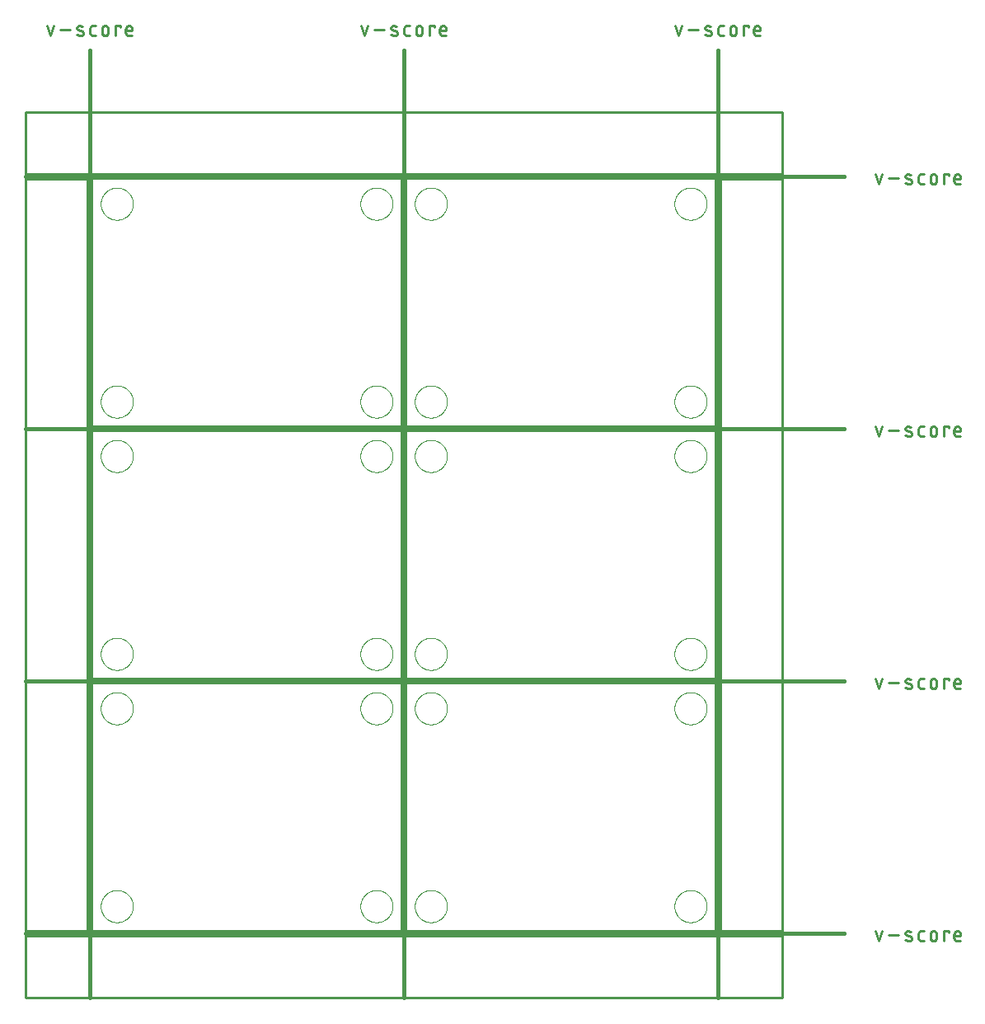
<source format=gko>
G75*
%MOIN*%
%OFA0B0*%
%FSLAX25Y25*%
%IPPOS*%
%LPD*%
%AMOC8*
5,1,8,0,0,1.08239X$1,22.5*
%
%ADD10C,0.00800*%
%ADD11C,0.01500*%
%ADD12C,0.01100*%
%ADD13C,0.01000*%
%ADD14C,0.00000*%
D10*
X0043342Y0028750D02*
X0168342Y0028750D01*
X0168342Y0128750D01*
X0043342Y0128750D01*
X0043342Y0028750D01*
X0043342Y0130750D02*
X0168342Y0130750D01*
X0168342Y0230750D01*
X0043342Y0230750D01*
X0043342Y0130750D01*
X0043342Y0232750D02*
X0168342Y0232750D01*
X0168342Y0332750D01*
X0043342Y0332750D01*
X0043342Y0232750D01*
X0170342Y0232750D02*
X0295342Y0232750D01*
X0295342Y0332750D01*
X0170342Y0332750D01*
X0170342Y0232750D01*
X0170342Y0230750D02*
X0295342Y0230750D01*
X0295342Y0130750D01*
X0170342Y0130750D01*
X0170342Y0230750D01*
X0170342Y0128750D02*
X0295342Y0128750D01*
X0295342Y0028750D01*
X0170342Y0028750D01*
X0170342Y0128750D01*
D11*
X0169342Y0001750D02*
X0169342Y0384750D01*
X0296342Y0384750D02*
X0296342Y0001750D01*
X0347342Y0027750D02*
X0016342Y0027750D01*
X0042342Y0001750D02*
X0042342Y0384750D01*
X0016342Y0333750D02*
X0347342Y0333750D01*
X0347342Y0231750D02*
X0016342Y0231750D01*
X0016342Y0129750D02*
X0347342Y0129750D01*
D12*
X0360133Y0130733D02*
X0361444Y0126800D01*
X0362755Y0130733D01*
X0365426Y0129094D02*
X0369359Y0129094D01*
X0372727Y0129094D02*
X0374366Y0128439D01*
X0374367Y0128439D02*
X0374419Y0128416D01*
X0374470Y0128389D01*
X0374519Y0128359D01*
X0374566Y0128326D01*
X0374611Y0128290D01*
X0374653Y0128250D01*
X0374692Y0128208D01*
X0374728Y0128164D01*
X0374761Y0128117D01*
X0374791Y0128067D01*
X0374818Y0128016D01*
X0374841Y0127964D01*
X0374860Y0127910D01*
X0374876Y0127854D01*
X0374888Y0127798D01*
X0374896Y0127741D01*
X0374900Y0127684D01*
X0374901Y0127626D01*
X0374897Y0127569D01*
X0374890Y0127512D01*
X0374878Y0127455D01*
X0374863Y0127400D01*
X0374845Y0127345D01*
X0374822Y0127292D01*
X0374796Y0127241D01*
X0374767Y0127192D01*
X0374734Y0127144D01*
X0374698Y0127099D01*
X0374660Y0127057D01*
X0374618Y0127017D01*
X0374574Y0126980D01*
X0374527Y0126946D01*
X0374479Y0126915D01*
X0374428Y0126888D01*
X0374376Y0126864D01*
X0374322Y0126844D01*
X0374267Y0126828D01*
X0374211Y0126815D01*
X0374154Y0126806D01*
X0374096Y0126801D01*
X0374039Y0126800D01*
X0374530Y0130405D02*
X0374423Y0130451D01*
X0374314Y0130494D01*
X0374204Y0130534D01*
X0374092Y0130570D01*
X0373980Y0130602D01*
X0373866Y0130631D01*
X0373752Y0130657D01*
X0373637Y0130678D01*
X0373522Y0130697D01*
X0373405Y0130711D01*
X0373289Y0130722D01*
X0373172Y0130729D01*
X0373055Y0130733D01*
X0373055Y0130734D02*
X0372998Y0130733D01*
X0372940Y0130728D01*
X0372883Y0130719D01*
X0372827Y0130706D01*
X0372772Y0130690D01*
X0372718Y0130670D01*
X0372666Y0130646D01*
X0372615Y0130619D01*
X0372567Y0130588D01*
X0372520Y0130554D01*
X0372476Y0130517D01*
X0372434Y0130477D01*
X0372396Y0130435D01*
X0372360Y0130390D01*
X0372327Y0130342D01*
X0372298Y0130293D01*
X0372272Y0130242D01*
X0372249Y0130189D01*
X0372231Y0130134D01*
X0372216Y0130079D01*
X0372204Y0130022D01*
X0372197Y0129965D01*
X0372193Y0129908D01*
X0372194Y0129850D01*
X0372198Y0129793D01*
X0372206Y0129736D01*
X0372218Y0129680D01*
X0372234Y0129624D01*
X0372253Y0129570D01*
X0372276Y0129518D01*
X0372303Y0129467D01*
X0372333Y0129417D01*
X0372366Y0129370D01*
X0372402Y0129326D01*
X0372441Y0129284D01*
X0372483Y0129244D01*
X0372528Y0129208D01*
X0372575Y0129175D01*
X0372624Y0129145D01*
X0372675Y0129118D01*
X0372727Y0129095D01*
X0372236Y0127128D02*
X0372370Y0127082D01*
X0372505Y0127039D01*
X0372641Y0127000D01*
X0372778Y0126964D01*
X0372915Y0126932D01*
X0373054Y0126903D01*
X0373193Y0126877D01*
X0373333Y0126856D01*
X0373474Y0126837D01*
X0373614Y0126823D01*
X0373756Y0126812D01*
X0373897Y0126804D01*
X0374039Y0126801D01*
X0377580Y0127783D02*
X0377580Y0129750D01*
X0377582Y0129812D01*
X0377588Y0129873D01*
X0377597Y0129934D01*
X0377611Y0129994D01*
X0377628Y0130054D01*
X0377649Y0130112D01*
X0377674Y0130169D01*
X0377702Y0130224D01*
X0377733Y0130277D01*
X0377768Y0130328D01*
X0377806Y0130377D01*
X0377846Y0130423D01*
X0377890Y0130467D01*
X0377936Y0130507D01*
X0377985Y0130545D01*
X0378036Y0130580D01*
X0378089Y0130611D01*
X0378144Y0130639D01*
X0378201Y0130664D01*
X0378259Y0130685D01*
X0378319Y0130702D01*
X0378379Y0130716D01*
X0378440Y0130725D01*
X0378501Y0130731D01*
X0378563Y0130733D01*
X0379874Y0130733D01*
X0382287Y0129422D02*
X0382287Y0128111D01*
X0382289Y0128040D01*
X0382295Y0127969D01*
X0382304Y0127899D01*
X0382318Y0127829D01*
X0382335Y0127760D01*
X0382356Y0127692D01*
X0382380Y0127626D01*
X0382408Y0127561D01*
X0382440Y0127497D01*
X0382475Y0127435D01*
X0382513Y0127375D01*
X0382554Y0127318D01*
X0382599Y0127262D01*
X0382646Y0127209D01*
X0382696Y0127159D01*
X0382749Y0127112D01*
X0382805Y0127067D01*
X0382862Y0127026D01*
X0382922Y0126988D01*
X0382984Y0126953D01*
X0383048Y0126921D01*
X0383113Y0126893D01*
X0383179Y0126869D01*
X0383247Y0126848D01*
X0383316Y0126831D01*
X0383386Y0126817D01*
X0383456Y0126808D01*
X0383527Y0126802D01*
X0383598Y0126800D01*
X0383669Y0126802D01*
X0383740Y0126808D01*
X0383810Y0126817D01*
X0383880Y0126831D01*
X0383949Y0126848D01*
X0384017Y0126869D01*
X0384083Y0126893D01*
X0384148Y0126921D01*
X0384212Y0126953D01*
X0384274Y0126988D01*
X0384334Y0127026D01*
X0384391Y0127067D01*
X0384447Y0127112D01*
X0384500Y0127159D01*
X0384550Y0127209D01*
X0384597Y0127262D01*
X0384642Y0127318D01*
X0384683Y0127375D01*
X0384721Y0127435D01*
X0384756Y0127497D01*
X0384788Y0127561D01*
X0384816Y0127626D01*
X0384840Y0127692D01*
X0384861Y0127760D01*
X0384878Y0127829D01*
X0384892Y0127899D01*
X0384901Y0127969D01*
X0384907Y0128040D01*
X0384909Y0128111D01*
X0384910Y0128111D02*
X0384910Y0129422D01*
X0384909Y0129422D02*
X0384907Y0129493D01*
X0384901Y0129564D01*
X0384892Y0129634D01*
X0384878Y0129704D01*
X0384861Y0129773D01*
X0384840Y0129841D01*
X0384816Y0129907D01*
X0384788Y0129972D01*
X0384756Y0130036D01*
X0384721Y0130098D01*
X0384683Y0130158D01*
X0384642Y0130215D01*
X0384597Y0130271D01*
X0384550Y0130324D01*
X0384500Y0130374D01*
X0384447Y0130421D01*
X0384391Y0130466D01*
X0384334Y0130507D01*
X0384274Y0130545D01*
X0384212Y0130580D01*
X0384148Y0130612D01*
X0384083Y0130640D01*
X0384017Y0130664D01*
X0383949Y0130685D01*
X0383880Y0130702D01*
X0383810Y0130716D01*
X0383740Y0130725D01*
X0383669Y0130731D01*
X0383598Y0130733D01*
X0383527Y0130731D01*
X0383456Y0130725D01*
X0383386Y0130716D01*
X0383316Y0130702D01*
X0383247Y0130685D01*
X0383179Y0130664D01*
X0383113Y0130640D01*
X0383048Y0130612D01*
X0382984Y0130580D01*
X0382922Y0130545D01*
X0382862Y0130507D01*
X0382805Y0130466D01*
X0382749Y0130421D01*
X0382696Y0130374D01*
X0382646Y0130324D01*
X0382599Y0130271D01*
X0382554Y0130215D01*
X0382513Y0130158D01*
X0382475Y0130098D01*
X0382440Y0130036D01*
X0382408Y0129972D01*
X0382380Y0129907D01*
X0382356Y0129841D01*
X0382335Y0129773D01*
X0382318Y0129704D01*
X0382304Y0129634D01*
X0382295Y0129564D01*
X0382289Y0129493D01*
X0382287Y0129422D01*
X0379874Y0126800D02*
X0378563Y0126800D01*
X0378501Y0126802D01*
X0378440Y0126808D01*
X0378379Y0126817D01*
X0378319Y0126831D01*
X0378259Y0126848D01*
X0378201Y0126869D01*
X0378144Y0126894D01*
X0378089Y0126922D01*
X0378036Y0126953D01*
X0377985Y0126988D01*
X0377936Y0127026D01*
X0377890Y0127066D01*
X0377846Y0127110D01*
X0377806Y0127156D01*
X0377768Y0127205D01*
X0377733Y0127256D01*
X0377702Y0127309D01*
X0377674Y0127364D01*
X0377649Y0127421D01*
X0377628Y0127479D01*
X0377611Y0127539D01*
X0377597Y0127599D01*
X0377588Y0127660D01*
X0377582Y0127721D01*
X0377580Y0127783D01*
X0387876Y0126800D02*
X0387876Y0130733D01*
X0389843Y0130733D01*
X0389843Y0130078D01*
X0391929Y0129422D02*
X0391929Y0127783D01*
X0391931Y0127721D01*
X0391937Y0127660D01*
X0391946Y0127599D01*
X0391960Y0127539D01*
X0391977Y0127479D01*
X0391998Y0127421D01*
X0392023Y0127364D01*
X0392051Y0127309D01*
X0392082Y0127256D01*
X0392117Y0127205D01*
X0392155Y0127156D01*
X0392195Y0127110D01*
X0392239Y0127066D01*
X0392285Y0127026D01*
X0392334Y0126988D01*
X0392385Y0126953D01*
X0392438Y0126922D01*
X0392493Y0126894D01*
X0392550Y0126869D01*
X0392608Y0126848D01*
X0392668Y0126831D01*
X0392728Y0126817D01*
X0392789Y0126808D01*
X0392850Y0126802D01*
X0392912Y0126800D01*
X0394551Y0126800D01*
X0394551Y0128767D02*
X0391929Y0128767D01*
X0391929Y0129422D02*
X0391931Y0129493D01*
X0391937Y0129564D01*
X0391946Y0129634D01*
X0391960Y0129704D01*
X0391977Y0129773D01*
X0391998Y0129841D01*
X0392022Y0129907D01*
X0392050Y0129972D01*
X0392082Y0130036D01*
X0392117Y0130098D01*
X0392155Y0130158D01*
X0392196Y0130215D01*
X0392241Y0130271D01*
X0392288Y0130324D01*
X0392338Y0130374D01*
X0392391Y0130421D01*
X0392447Y0130466D01*
X0392504Y0130507D01*
X0392564Y0130545D01*
X0392626Y0130580D01*
X0392690Y0130612D01*
X0392755Y0130640D01*
X0392821Y0130664D01*
X0392889Y0130685D01*
X0392958Y0130702D01*
X0393028Y0130716D01*
X0393098Y0130725D01*
X0393169Y0130731D01*
X0393240Y0130733D01*
X0393311Y0130731D01*
X0393382Y0130725D01*
X0393452Y0130716D01*
X0393522Y0130702D01*
X0393591Y0130685D01*
X0393659Y0130664D01*
X0393725Y0130640D01*
X0393790Y0130612D01*
X0393854Y0130580D01*
X0393916Y0130545D01*
X0393976Y0130507D01*
X0394033Y0130466D01*
X0394089Y0130421D01*
X0394142Y0130374D01*
X0394192Y0130324D01*
X0394239Y0130271D01*
X0394284Y0130215D01*
X0394325Y0130158D01*
X0394363Y0130098D01*
X0394398Y0130036D01*
X0394430Y0129972D01*
X0394458Y0129907D01*
X0394482Y0129841D01*
X0394503Y0129773D01*
X0394520Y0129704D01*
X0394534Y0129634D01*
X0394543Y0129564D01*
X0394549Y0129493D01*
X0394551Y0129422D01*
X0394551Y0128767D01*
X0394551Y0228800D02*
X0392912Y0228800D01*
X0392850Y0228802D01*
X0392789Y0228808D01*
X0392728Y0228817D01*
X0392668Y0228831D01*
X0392608Y0228848D01*
X0392550Y0228869D01*
X0392493Y0228894D01*
X0392438Y0228922D01*
X0392385Y0228953D01*
X0392334Y0228988D01*
X0392285Y0229026D01*
X0392239Y0229066D01*
X0392195Y0229110D01*
X0392155Y0229156D01*
X0392117Y0229205D01*
X0392082Y0229256D01*
X0392051Y0229309D01*
X0392023Y0229364D01*
X0391998Y0229421D01*
X0391977Y0229479D01*
X0391960Y0229539D01*
X0391946Y0229599D01*
X0391937Y0229660D01*
X0391931Y0229721D01*
X0391929Y0229783D01*
X0391929Y0231422D01*
X0391929Y0230767D02*
X0394551Y0230767D01*
X0394551Y0231422D01*
X0394549Y0231493D01*
X0394543Y0231564D01*
X0394534Y0231634D01*
X0394520Y0231704D01*
X0394503Y0231773D01*
X0394482Y0231841D01*
X0394458Y0231907D01*
X0394430Y0231972D01*
X0394398Y0232036D01*
X0394363Y0232098D01*
X0394325Y0232158D01*
X0394284Y0232215D01*
X0394239Y0232271D01*
X0394192Y0232324D01*
X0394142Y0232374D01*
X0394089Y0232421D01*
X0394033Y0232466D01*
X0393976Y0232507D01*
X0393916Y0232545D01*
X0393854Y0232580D01*
X0393790Y0232612D01*
X0393725Y0232640D01*
X0393659Y0232664D01*
X0393591Y0232685D01*
X0393522Y0232702D01*
X0393452Y0232716D01*
X0393382Y0232725D01*
X0393311Y0232731D01*
X0393240Y0232733D01*
X0393169Y0232731D01*
X0393098Y0232725D01*
X0393028Y0232716D01*
X0392958Y0232702D01*
X0392889Y0232685D01*
X0392821Y0232664D01*
X0392755Y0232640D01*
X0392690Y0232612D01*
X0392626Y0232580D01*
X0392564Y0232545D01*
X0392504Y0232507D01*
X0392447Y0232466D01*
X0392391Y0232421D01*
X0392338Y0232374D01*
X0392288Y0232324D01*
X0392241Y0232271D01*
X0392196Y0232215D01*
X0392155Y0232158D01*
X0392117Y0232098D01*
X0392082Y0232036D01*
X0392050Y0231972D01*
X0392022Y0231907D01*
X0391998Y0231841D01*
X0391977Y0231773D01*
X0391960Y0231704D01*
X0391946Y0231634D01*
X0391937Y0231564D01*
X0391931Y0231493D01*
X0391929Y0231422D01*
X0389843Y0232078D02*
X0389843Y0232733D01*
X0387876Y0232733D01*
X0387876Y0228800D01*
X0384910Y0230111D02*
X0384910Y0231422D01*
X0384909Y0231422D02*
X0384907Y0231493D01*
X0384901Y0231564D01*
X0384892Y0231634D01*
X0384878Y0231704D01*
X0384861Y0231773D01*
X0384840Y0231841D01*
X0384816Y0231907D01*
X0384788Y0231972D01*
X0384756Y0232036D01*
X0384721Y0232098D01*
X0384683Y0232158D01*
X0384642Y0232215D01*
X0384597Y0232271D01*
X0384550Y0232324D01*
X0384500Y0232374D01*
X0384447Y0232421D01*
X0384391Y0232466D01*
X0384334Y0232507D01*
X0384274Y0232545D01*
X0384212Y0232580D01*
X0384148Y0232612D01*
X0384083Y0232640D01*
X0384017Y0232664D01*
X0383949Y0232685D01*
X0383880Y0232702D01*
X0383810Y0232716D01*
X0383740Y0232725D01*
X0383669Y0232731D01*
X0383598Y0232733D01*
X0383527Y0232731D01*
X0383456Y0232725D01*
X0383386Y0232716D01*
X0383316Y0232702D01*
X0383247Y0232685D01*
X0383179Y0232664D01*
X0383113Y0232640D01*
X0383048Y0232612D01*
X0382984Y0232580D01*
X0382922Y0232545D01*
X0382862Y0232507D01*
X0382805Y0232466D01*
X0382749Y0232421D01*
X0382696Y0232374D01*
X0382646Y0232324D01*
X0382599Y0232271D01*
X0382554Y0232215D01*
X0382513Y0232158D01*
X0382475Y0232098D01*
X0382440Y0232036D01*
X0382408Y0231972D01*
X0382380Y0231907D01*
X0382356Y0231841D01*
X0382335Y0231773D01*
X0382318Y0231704D01*
X0382304Y0231634D01*
X0382295Y0231564D01*
X0382289Y0231493D01*
X0382287Y0231422D01*
X0382287Y0230111D01*
X0382289Y0230040D01*
X0382295Y0229969D01*
X0382304Y0229899D01*
X0382318Y0229829D01*
X0382335Y0229760D01*
X0382356Y0229692D01*
X0382380Y0229626D01*
X0382408Y0229561D01*
X0382440Y0229497D01*
X0382475Y0229435D01*
X0382513Y0229375D01*
X0382554Y0229318D01*
X0382599Y0229262D01*
X0382646Y0229209D01*
X0382696Y0229159D01*
X0382749Y0229112D01*
X0382805Y0229067D01*
X0382862Y0229026D01*
X0382922Y0228988D01*
X0382984Y0228953D01*
X0383048Y0228921D01*
X0383113Y0228893D01*
X0383179Y0228869D01*
X0383247Y0228848D01*
X0383316Y0228831D01*
X0383386Y0228817D01*
X0383456Y0228808D01*
X0383527Y0228802D01*
X0383598Y0228800D01*
X0383669Y0228802D01*
X0383740Y0228808D01*
X0383810Y0228817D01*
X0383880Y0228831D01*
X0383949Y0228848D01*
X0384017Y0228869D01*
X0384083Y0228893D01*
X0384148Y0228921D01*
X0384212Y0228953D01*
X0384274Y0228988D01*
X0384334Y0229026D01*
X0384391Y0229067D01*
X0384447Y0229112D01*
X0384500Y0229159D01*
X0384550Y0229209D01*
X0384597Y0229262D01*
X0384642Y0229318D01*
X0384683Y0229375D01*
X0384721Y0229435D01*
X0384756Y0229497D01*
X0384788Y0229561D01*
X0384816Y0229626D01*
X0384840Y0229692D01*
X0384861Y0229760D01*
X0384878Y0229829D01*
X0384892Y0229899D01*
X0384901Y0229969D01*
X0384907Y0230040D01*
X0384909Y0230111D01*
X0379874Y0228800D02*
X0378563Y0228800D01*
X0378501Y0228802D01*
X0378440Y0228808D01*
X0378379Y0228817D01*
X0378319Y0228831D01*
X0378259Y0228848D01*
X0378201Y0228869D01*
X0378144Y0228894D01*
X0378089Y0228922D01*
X0378036Y0228953D01*
X0377985Y0228988D01*
X0377936Y0229026D01*
X0377890Y0229066D01*
X0377846Y0229110D01*
X0377806Y0229156D01*
X0377768Y0229205D01*
X0377733Y0229256D01*
X0377702Y0229309D01*
X0377674Y0229364D01*
X0377649Y0229421D01*
X0377628Y0229479D01*
X0377611Y0229539D01*
X0377597Y0229599D01*
X0377588Y0229660D01*
X0377582Y0229721D01*
X0377580Y0229783D01*
X0377580Y0231750D01*
X0377582Y0231812D01*
X0377588Y0231873D01*
X0377597Y0231934D01*
X0377611Y0231994D01*
X0377628Y0232054D01*
X0377649Y0232112D01*
X0377674Y0232169D01*
X0377702Y0232224D01*
X0377733Y0232277D01*
X0377768Y0232328D01*
X0377806Y0232377D01*
X0377846Y0232423D01*
X0377890Y0232467D01*
X0377936Y0232507D01*
X0377985Y0232545D01*
X0378036Y0232580D01*
X0378089Y0232611D01*
X0378144Y0232639D01*
X0378201Y0232664D01*
X0378259Y0232685D01*
X0378319Y0232702D01*
X0378379Y0232716D01*
X0378440Y0232725D01*
X0378501Y0232731D01*
X0378563Y0232733D01*
X0379874Y0232733D01*
X0374366Y0230439D02*
X0372727Y0231094D01*
X0372727Y0231095D02*
X0372675Y0231118D01*
X0372624Y0231145D01*
X0372575Y0231175D01*
X0372528Y0231208D01*
X0372483Y0231244D01*
X0372441Y0231284D01*
X0372402Y0231326D01*
X0372366Y0231370D01*
X0372333Y0231417D01*
X0372303Y0231467D01*
X0372276Y0231518D01*
X0372253Y0231570D01*
X0372234Y0231624D01*
X0372218Y0231680D01*
X0372206Y0231736D01*
X0372198Y0231793D01*
X0372194Y0231850D01*
X0372193Y0231908D01*
X0372197Y0231965D01*
X0372204Y0232022D01*
X0372216Y0232079D01*
X0372231Y0232134D01*
X0372249Y0232189D01*
X0372272Y0232242D01*
X0372298Y0232293D01*
X0372327Y0232342D01*
X0372360Y0232390D01*
X0372396Y0232435D01*
X0372434Y0232477D01*
X0372476Y0232517D01*
X0372520Y0232554D01*
X0372567Y0232588D01*
X0372615Y0232619D01*
X0372666Y0232646D01*
X0372718Y0232670D01*
X0372772Y0232690D01*
X0372827Y0232706D01*
X0372883Y0232719D01*
X0372940Y0232728D01*
X0372998Y0232733D01*
X0373055Y0232734D01*
X0372236Y0229128D02*
X0372370Y0229082D01*
X0372505Y0229039D01*
X0372641Y0229000D01*
X0372778Y0228964D01*
X0372915Y0228932D01*
X0373054Y0228903D01*
X0373193Y0228877D01*
X0373333Y0228856D01*
X0373474Y0228837D01*
X0373614Y0228823D01*
X0373756Y0228812D01*
X0373897Y0228804D01*
X0374039Y0228801D01*
X0374039Y0228800D02*
X0374096Y0228801D01*
X0374154Y0228806D01*
X0374211Y0228815D01*
X0374267Y0228828D01*
X0374322Y0228844D01*
X0374376Y0228864D01*
X0374428Y0228888D01*
X0374479Y0228915D01*
X0374527Y0228946D01*
X0374574Y0228980D01*
X0374618Y0229017D01*
X0374660Y0229057D01*
X0374698Y0229099D01*
X0374734Y0229144D01*
X0374767Y0229192D01*
X0374796Y0229241D01*
X0374822Y0229292D01*
X0374845Y0229345D01*
X0374863Y0229400D01*
X0374878Y0229455D01*
X0374890Y0229512D01*
X0374897Y0229569D01*
X0374901Y0229626D01*
X0374900Y0229684D01*
X0374896Y0229741D01*
X0374888Y0229798D01*
X0374876Y0229854D01*
X0374860Y0229910D01*
X0374841Y0229964D01*
X0374818Y0230016D01*
X0374791Y0230067D01*
X0374761Y0230117D01*
X0374728Y0230164D01*
X0374692Y0230208D01*
X0374653Y0230250D01*
X0374611Y0230290D01*
X0374566Y0230326D01*
X0374519Y0230359D01*
X0374470Y0230389D01*
X0374419Y0230416D01*
X0374367Y0230439D01*
X0374530Y0232405D02*
X0374423Y0232451D01*
X0374314Y0232494D01*
X0374204Y0232534D01*
X0374092Y0232570D01*
X0373980Y0232602D01*
X0373866Y0232631D01*
X0373752Y0232657D01*
X0373637Y0232678D01*
X0373522Y0232697D01*
X0373405Y0232711D01*
X0373289Y0232722D01*
X0373172Y0232729D01*
X0373055Y0232733D01*
X0369359Y0231094D02*
X0365426Y0231094D01*
X0362755Y0232733D02*
X0361444Y0228800D01*
X0360133Y0232733D01*
X0361444Y0330800D02*
X0362755Y0334733D01*
X0360133Y0334733D02*
X0361444Y0330800D01*
X0365426Y0333094D02*
X0369359Y0333094D01*
X0372727Y0333094D02*
X0374366Y0332439D01*
X0374367Y0332439D02*
X0374419Y0332416D01*
X0374470Y0332389D01*
X0374519Y0332359D01*
X0374566Y0332326D01*
X0374611Y0332290D01*
X0374653Y0332250D01*
X0374692Y0332208D01*
X0374728Y0332164D01*
X0374761Y0332117D01*
X0374791Y0332067D01*
X0374818Y0332016D01*
X0374841Y0331964D01*
X0374860Y0331910D01*
X0374876Y0331854D01*
X0374888Y0331798D01*
X0374896Y0331741D01*
X0374900Y0331684D01*
X0374901Y0331626D01*
X0374897Y0331569D01*
X0374890Y0331512D01*
X0374878Y0331455D01*
X0374863Y0331400D01*
X0374845Y0331345D01*
X0374822Y0331292D01*
X0374796Y0331241D01*
X0374767Y0331192D01*
X0374734Y0331144D01*
X0374698Y0331099D01*
X0374660Y0331057D01*
X0374618Y0331017D01*
X0374574Y0330980D01*
X0374527Y0330946D01*
X0374479Y0330915D01*
X0374428Y0330888D01*
X0374376Y0330864D01*
X0374322Y0330844D01*
X0374267Y0330828D01*
X0374211Y0330815D01*
X0374154Y0330806D01*
X0374096Y0330801D01*
X0374039Y0330800D01*
X0374530Y0334405D02*
X0374423Y0334451D01*
X0374314Y0334494D01*
X0374204Y0334534D01*
X0374092Y0334570D01*
X0373980Y0334602D01*
X0373866Y0334631D01*
X0373752Y0334657D01*
X0373637Y0334678D01*
X0373522Y0334697D01*
X0373405Y0334711D01*
X0373289Y0334722D01*
X0373172Y0334729D01*
X0373055Y0334733D01*
X0373055Y0334734D02*
X0372998Y0334733D01*
X0372940Y0334728D01*
X0372883Y0334719D01*
X0372827Y0334706D01*
X0372772Y0334690D01*
X0372718Y0334670D01*
X0372666Y0334646D01*
X0372615Y0334619D01*
X0372567Y0334588D01*
X0372520Y0334554D01*
X0372476Y0334517D01*
X0372434Y0334477D01*
X0372396Y0334435D01*
X0372360Y0334390D01*
X0372327Y0334342D01*
X0372298Y0334293D01*
X0372272Y0334242D01*
X0372249Y0334189D01*
X0372231Y0334134D01*
X0372216Y0334079D01*
X0372204Y0334022D01*
X0372197Y0333965D01*
X0372193Y0333908D01*
X0372194Y0333850D01*
X0372198Y0333793D01*
X0372206Y0333736D01*
X0372218Y0333680D01*
X0372234Y0333624D01*
X0372253Y0333570D01*
X0372276Y0333518D01*
X0372303Y0333467D01*
X0372333Y0333417D01*
X0372366Y0333370D01*
X0372402Y0333326D01*
X0372441Y0333284D01*
X0372483Y0333244D01*
X0372528Y0333208D01*
X0372575Y0333175D01*
X0372624Y0333145D01*
X0372675Y0333118D01*
X0372727Y0333095D01*
X0372236Y0331128D02*
X0372370Y0331082D01*
X0372505Y0331039D01*
X0372641Y0331000D01*
X0372778Y0330964D01*
X0372915Y0330932D01*
X0373054Y0330903D01*
X0373193Y0330877D01*
X0373333Y0330856D01*
X0373474Y0330837D01*
X0373614Y0330823D01*
X0373756Y0330812D01*
X0373897Y0330804D01*
X0374039Y0330801D01*
X0377580Y0331783D02*
X0377580Y0333750D01*
X0377582Y0333812D01*
X0377588Y0333873D01*
X0377597Y0333934D01*
X0377611Y0333994D01*
X0377628Y0334054D01*
X0377649Y0334112D01*
X0377674Y0334169D01*
X0377702Y0334224D01*
X0377733Y0334277D01*
X0377768Y0334328D01*
X0377806Y0334377D01*
X0377846Y0334423D01*
X0377890Y0334467D01*
X0377936Y0334507D01*
X0377985Y0334545D01*
X0378036Y0334580D01*
X0378089Y0334611D01*
X0378144Y0334639D01*
X0378201Y0334664D01*
X0378259Y0334685D01*
X0378319Y0334702D01*
X0378379Y0334716D01*
X0378440Y0334725D01*
X0378501Y0334731D01*
X0378563Y0334733D01*
X0379874Y0334733D01*
X0382287Y0333422D02*
X0382287Y0332111D01*
X0382289Y0332040D01*
X0382295Y0331969D01*
X0382304Y0331899D01*
X0382318Y0331829D01*
X0382335Y0331760D01*
X0382356Y0331692D01*
X0382380Y0331626D01*
X0382408Y0331561D01*
X0382440Y0331497D01*
X0382475Y0331435D01*
X0382513Y0331375D01*
X0382554Y0331318D01*
X0382599Y0331262D01*
X0382646Y0331209D01*
X0382696Y0331159D01*
X0382749Y0331112D01*
X0382805Y0331067D01*
X0382862Y0331026D01*
X0382922Y0330988D01*
X0382984Y0330953D01*
X0383048Y0330921D01*
X0383113Y0330893D01*
X0383179Y0330869D01*
X0383247Y0330848D01*
X0383316Y0330831D01*
X0383386Y0330817D01*
X0383456Y0330808D01*
X0383527Y0330802D01*
X0383598Y0330800D01*
X0383669Y0330802D01*
X0383740Y0330808D01*
X0383810Y0330817D01*
X0383880Y0330831D01*
X0383949Y0330848D01*
X0384017Y0330869D01*
X0384083Y0330893D01*
X0384148Y0330921D01*
X0384212Y0330953D01*
X0384274Y0330988D01*
X0384334Y0331026D01*
X0384391Y0331067D01*
X0384447Y0331112D01*
X0384500Y0331159D01*
X0384550Y0331209D01*
X0384597Y0331262D01*
X0384642Y0331318D01*
X0384683Y0331375D01*
X0384721Y0331435D01*
X0384756Y0331497D01*
X0384788Y0331561D01*
X0384816Y0331626D01*
X0384840Y0331692D01*
X0384861Y0331760D01*
X0384878Y0331829D01*
X0384892Y0331899D01*
X0384901Y0331969D01*
X0384907Y0332040D01*
X0384909Y0332111D01*
X0384910Y0332111D02*
X0384910Y0333422D01*
X0384909Y0333422D02*
X0384907Y0333493D01*
X0384901Y0333564D01*
X0384892Y0333634D01*
X0384878Y0333704D01*
X0384861Y0333773D01*
X0384840Y0333841D01*
X0384816Y0333907D01*
X0384788Y0333972D01*
X0384756Y0334036D01*
X0384721Y0334098D01*
X0384683Y0334158D01*
X0384642Y0334215D01*
X0384597Y0334271D01*
X0384550Y0334324D01*
X0384500Y0334374D01*
X0384447Y0334421D01*
X0384391Y0334466D01*
X0384334Y0334507D01*
X0384274Y0334545D01*
X0384212Y0334580D01*
X0384148Y0334612D01*
X0384083Y0334640D01*
X0384017Y0334664D01*
X0383949Y0334685D01*
X0383880Y0334702D01*
X0383810Y0334716D01*
X0383740Y0334725D01*
X0383669Y0334731D01*
X0383598Y0334733D01*
X0383527Y0334731D01*
X0383456Y0334725D01*
X0383386Y0334716D01*
X0383316Y0334702D01*
X0383247Y0334685D01*
X0383179Y0334664D01*
X0383113Y0334640D01*
X0383048Y0334612D01*
X0382984Y0334580D01*
X0382922Y0334545D01*
X0382862Y0334507D01*
X0382805Y0334466D01*
X0382749Y0334421D01*
X0382696Y0334374D01*
X0382646Y0334324D01*
X0382599Y0334271D01*
X0382554Y0334215D01*
X0382513Y0334158D01*
X0382475Y0334098D01*
X0382440Y0334036D01*
X0382408Y0333972D01*
X0382380Y0333907D01*
X0382356Y0333841D01*
X0382335Y0333773D01*
X0382318Y0333704D01*
X0382304Y0333634D01*
X0382295Y0333564D01*
X0382289Y0333493D01*
X0382287Y0333422D01*
X0379874Y0330800D02*
X0378563Y0330800D01*
X0378501Y0330802D01*
X0378440Y0330808D01*
X0378379Y0330817D01*
X0378319Y0330831D01*
X0378259Y0330848D01*
X0378201Y0330869D01*
X0378144Y0330894D01*
X0378089Y0330922D01*
X0378036Y0330953D01*
X0377985Y0330988D01*
X0377936Y0331026D01*
X0377890Y0331066D01*
X0377846Y0331110D01*
X0377806Y0331156D01*
X0377768Y0331205D01*
X0377733Y0331256D01*
X0377702Y0331309D01*
X0377674Y0331364D01*
X0377649Y0331421D01*
X0377628Y0331479D01*
X0377611Y0331539D01*
X0377597Y0331599D01*
X0377588Y0331660D01*
X0377582Y0331721D01*
X0377580Y0331783D01*
X0387876Y0330800D02*
X0387876Y0334733D01*
X0389843Y0334733D01*
X0389843Y0334078D01*
X0391929Y0333422D02*
X0391929Y0331783D01*
X0391931Y0331721D01*
X0391937Y0331660D01*
X0391946Y0331599D01*
X0391960Y0331539D01*
X0391977Y0331479D01*
X0391998Y0331421D01*
X0392023Y0331364D01*
X0392051Y0331309D01*
X0392082Y0331256D01*
X0392117Y0331205D01*
X0392155Y0331156D01*
X0392195Y0331110D01*
X0392239Y0331066D01*
X0392285Y0331026D01*
X0392334Y0330988D01*
X0392385Y0330953D01*
X0392438Y0330922D01*
X0392493Y0330894D01*
X0392550Y0330869D01*
X0392608Y0330848D01*
X0392668Y0330831D01*
X0392728Y0330817D01*
X0392789Y0330808D01*
X0392850Y0330802D01*
X0392912Y0330800D01*
X0394551Y0330800D01*
X0394551Y0332767D02*
X0391929Y0332767D01*
X0391929Y0333422D02*
X0391931Y0333493D01*
X0391937Y0333564D01*
X0391946Y0333634D01*
X0391960Y0333704D01*
X0391977Y0333773D01*
X0391998Y0333841D01*
X0392022Y0333907D01*
X0392050Y0333972D01*
X0392082Y0334036D01*
X0392117Y0334098D01*
X0392155Y0334158D01*
X0392196Y0334215D01*
X0392241Y0334271D01*
X0392288Y0334324D01*
X0392338Y0334374D01*
X0392391Y0334421D01*
X0392447Y0334466D01*
X0392504Y0334507D01*
X0392564Y0334545D01*
X0392626Y0334580D01*
X0392690Y0334612D01*
X0392755Y0334640D01*
X0392821Y0334664D01*
X0392889Y0334685D01*
X0392958Y0334702D01*
X0393028Y0334716D01*
X0393098Y0334725D01*
X0393169Y0334731D01*
X0393240Y0334733D01*
X0393311Y0334731D01*
X0393382Y0334725D01*
X0393452Y0334716D01*
X0393522Y0334702D01*
X0393591Y0334685D01*
X0393659Y0334664D01*
X0393725Y0334640D01*
X0393790Y0334612D01*
X0393854Y0334580D01*
X0393916Y0334545D01*
X0393976Y0334507D01*
X0394033Y0334466D01*
X0394089Y0334421D01*
X0394142Y0334374D01*
X0394192Y0334324D01*
X0394239Y0334271D01*
X0394284Y0334215D01*
X0394325Y0334158D01*
X0394363Y0334098D01*
X0394398Y0334036D01*
X0394430Y0333972D01*
X0394458Y0333907D01*
X0394482Y0333841D01*
X0394503Y0333773D01*
X0394520Y0333704D01*
X0394534Y0333634D01*
X0394543Y0333564D01*
X0394549Y0333493D01*
X0394551Y0333422D01*
X0394551Y0332767D01*
X0313551Y0390800D02*
X0311912Y0390800D01*
X0311850Y0390802D01*
X0311789Y0390808D01*
X0311728Y0390817D01*
X0311668Y0390831D01*
X0311608Y0390848D01*
X0311550Y0390869D01*
X0311493Y0390894D01*
X0311438Y0390922D01*
X0311385Y0390953D01*
X0311334Y0390988D01*
X0311285Y0391026D01*
X0311239Y0391066D01*
X0311195Y0391110D01*
X0311155Y0391156D01*
X0311117Y0391205D01*
X0311082Y0391256D01*
X0311051Y0391309D01*
X0311023Y0391364D01*
X0310998Y0391421D01*
X0310977Y0391479D01*
X0310960Y0391539D01*
X0310946Y0391599D01*
X0310937Y0391660D01*
X0310931Y0391721D01*
X0310929Y0391783D01*
X0310929Y0393422D01*
X0310929Y0392767D02*
X0313551Y0392767D01*
X0313551Y0393422D01*
X0313549Y0393493D01*
X0313543Y0393564D01*
X0313534Y0393634D01*
X0313520Y0393704D01*
X0313503Y0393773D01*
X0313482Y0393841D01*
X0313458Y0393907D01*
X0313430Y0393972D01*
X0313398Y0394036D01*
X0313363Y0394098D01*
X0313325Y0394158D01*
X0313284Y0394215D01*
X0313239Y0394271D01*
X0313192Y0394324D01*
X0313142Y0394374D01*
X0313089Y0394421D01*
X0313033Y0394466D01*
X0312976Y0394507D01*
X0312916Y0394545D01*
X0312854Y0394580D01*
X0312790Y0394612D01*
X0312725Y0394640D01*
X0312659Y0394664D01*
X0312591Y0394685D01*
X0312522Y0394702D01*
X0312452Y0394716D01*
X0312382Y0394725D01*
X0312311Y0394731D01*
X0312240Y0394733D01*
X0312169Y0394731D01*
X0312098Y0394725D01*
X0312028Y0394716D01*
X0311958Y0394702D01*
X0311889Y0394685D01*
X0311821Y0394664D01*
X0311755Y0394640D01*
X0311690Y0394612D01*
X0311626Y0394580D01*
X0311564Y0394545D01*
X0311504Y0394507D01*
X0311447Y0394466D01*
X0311391Y0394421D01*
X0311338Y0394374D01*
X0311288Y0394324D01*
X0311241Y0394271D01*
X0311196Y0394215D01*
X0311155Y0394158D01*
X0311117Y0394098D01*
X0311082Y0394036D01*
X0311050Y0393972D01*
X0311022Y0393907D01*
X0310998Y0393841D01*
X0310977Y0393773D01*
X0310960Y0393704D01*
X0310946Y0393634D01*
X0310937Y0393564D01*
X0310931Y0393493D01*
X0310929Y0393422D01*
X0308843Y0394078D02*
X0308843Y0394733D01*
X0306876Y0394733D01*
X0306876Y0390800D01*
X0303910Y0392111D02*
X0303910Y0393422D01*
X0303909Y0393422D02*
X0303907Y0393493D01*
X0303901Y0393564D01*
X0303892Y0393634D01*
X0303878Y0393704D01*
X0303861Y0393773D01*
X0303840Y0393841D01*
X0303816Y0393907D01*
X0303788Y0393972D01*
X0303756Y0394036D01*
X0303721Y0394098D01*
X0303683Y0394158D01*
X0303642Y0394215D01*
X0303597Y0394271D01*
X0303550Y0394324D01*
X0303500Y0394374D01*
X0303447Y0394421D01*
X0303391Y0394466D01*
X0303334Y0394507D01*
X0303274Y0394545D01*
X0303212Y0394580D01*
X0303148Y0394612D01*
X0303083Y0394640D01*
X0303017Y0394664D01*
X0302949Y0394685D01*
X0302880Y0394702D01*
X0302810Y0394716D01*
X0302740Y0394725D01*
X0302669Y0394731D01*
X0302598Y0394733D01*
X0302527Y0394731D01*
X0302456Y0394725D01*
X0302386Y0394716D01*
X0302316Y0394702D01*
X0302247Y0394685D01*
X0302179Y0394664D01*
X0302113Y0394640D01*
X0302048Y0394612D01*
X0301984Y0394580D01*
X0301922Y0394545D01*
X0301862Y0394507D01*
X0301805Y0394466D01*
X0301749Y0394421D01*
X0301696Y0394374D01*
X0301646Y0394324D01*
X0301599Y0394271D01*
X0301554Y0394215D01*
X0301513Y0394158D01*
X0301475Y0394098D01*
X0301440Y0394036D01*
X0301408Y0393972D01*
X0301380Y0393907D01*
X0301356Y0393841D01*
X0301335Y0393773D01*
X0301318Y0393704D01*
X0301304Y0393634D01*
X0301295Y0393564D01*
X0301289Y0393493D01*
X0301287Y0393422D01*
X0301287Y0392111D01*
X0301289Y0392040D01*
X0301295Y0391969D01*
X0301304Y0391899D01*
X0301318Y0391829D01*
X0301335Y0391760D01*
X0301356Y0391692D01*
X0301380Y0391626D01*
X0301408Y0391561D01*
X0301440Y0391497D01*
X0301475Y0391435D01*
X0301513Y0391375D01*
X0301554Y0391318D01*
X0301599Y0391262D01*
X0301646Y0391209D01*
X0301696Y0391159D01*
X0301749Y0391112D01*
X0301805Y0391067D01*
X0301862Y0391026D01*
X0301922Y0390988D01*
X0301984Y0390953D01*
X0302048Y0390921D01*
X0302113Y0390893D01*
X0302179Y0390869D01*
X0302247Y0390848D01*
X0302316Y0390831D01*
X0302386Y0390817D01*
X0302456Y0390808D01*
X0302527Y0390802D01*
X0302598Y0390800D01*
X0302669Y0390802D01*
X0302740Y0390808D01*
X0302810Y0390817D01*
X0302880Y0390831D01*
X0302949Y0390848D01*
X0303017Y0390869D01*
X0303083Y0390893D01*
X0303148Y0390921D01*
X0303212Y0390953D01*
X0303274Y0390988D01*
X0303334Y0391026D01*
X0303391Y0391067D01*
X0303447Y0391112D01*
X0303500Y0391159D01*
X0303550Y0391209D01*
X0303597Y0391262D01*
X0303642Y0391318D01*
X0303683Y0391375D01*
X0303721Y0391435D01*
X0303756Y0391497D01*
X0303788Y0391561D01*
X0303816Y0391626D01*
X0303840Y0391692D01*
X0303861Y0391760D01*
X0303878Y0391829D01*
X0303892Y0391899D01*
X0303901Y0391969D01*
X0303907Y0392040D01*
X0303909Y0392111D01*
X0298874Y0390800D02*
X0297563Y0390800D01*
X0297501Y0390802D01*
X0297440Y0390808D01*
X0297379Y0390817D01*
X0297319Y0390831D01*
X0297259Y0390848D01*
X0297201Y0390869D01*
X0297144Y0390894D01*
X0297089Y0390922D01*
X0297036Y0390953D01*
X0296985Y0390988D01*
X0296936Y0391026D01*
X0296890Y0391066D01*
X0296846Y0391110D01*
X0296806Y0391156D01*
X0296768Y0391205D01*
X0296733Y0391256D01*
X0296702Y0391309D01*
X0296674Y0391364D01*
X0296649Y0391421D01*
X0296628Y0391479D01*
X0296611Y0391539D01*
X0296597Y0391599D01*
X0296588Y0391660D01*
X0296582Y0391721D01*
X0296580Y0391783D01*
X0296580Y0393750D01*
X0296582Y0393812D01*
X0296588Y0393873D01*
X0296597Y0393934D01*
X0296611Y0393994D01*
X0296628Y0394054D01*
X0296649Y0394112D01*
X0296674Y0394169D01*
X0296702Y0394224D01*
X0296733Y0394277D01*
X0296768Y0394328D01*
X0296806Y0394377D01*
X0296846Y0394423D01*
X0296890Y0394467D01*
X0296936Y0394507D01*
X0296985Y0394545D01*
X0297036Y0394580D01*
X0297089Y0394611D01*
X0297144Y0394639D01*
X0297201Y0394664D01*
X0297259Y0394685D01*
X0297319Y0394702D01*
X0297379Y0394716D01*
X0297440Y0394725D01*
X0297501Y0394731D01*
X0297563Y0394733D01*
X0298874Y0394733D01*
X0293366Y0392439D02*
X0291727Y0393094D01*
X0291727Y0393095D02*
X0291675Y0393118D01*
X0291624Y0393145D01*
X0291575Y0393175D01*
X0291528Y0393208D01*
X0291483Y0393244D01*
X0291441Y0393284D01*
X0291402Y0393326D01*
X0291366Y0393370D01*
X0291333Y0393417D01*
X0291303Y0393467D01*
X0291276Y0393518D01*
X0291253Y0393570D01*
X0291234Y0393624D01*
X0291218Y0393680D01*
X0291206Y0393736D01*
X0291198Y0393793D01*
X0291194Y0393850D01*
X0291193Y0393908D01*
X0291197Y0393965D01*
X0291204Y0394022D01*
X0291216Y0394079D01*
X0291231Y0394134D01*
X0291249Y0394189D01*
X0291272Y0394242D01*
X0291298Y0394293D01*
X0291327Y0394342D01*
X0291360Y0394390D01*
X0291396Y0394435D01*
X0291434Y0394477D01*
X0291476Y0394517D01*
X0291520Y0394554D01*
X0291567Y0394588D01*
X0291615Y0394619D01*
X0291666Y0394646D01*
X0291718Y0394670D01*
X0291772Y0394690D01*
X0291827Y0394706D01*
X0291883Y0394719D01*
X0291940Y0394728D01*
X0291998Y0394733D01*
X0292055Y0394734D01*
X0291236Y0391128D02*
X0291370Y0391082D01*
X0291505Y0391039D01*
X0291641Y0391000D01*
X0291778Y0390964D01*
X0291915Y0390932D01*
X0292054Y0390903D01*
X0292193Y0390877D01*
X0292333Y0390856D01*
X0292474Y0390837D01*
X0292614Y0390823D01*
X0292756Y0390812D01*
X0292897Y0390804D01*
X0293039Y0390801D01*
X0293039Y0390800D02*
X0293096Y0390801D01*
X0293154Y0390806D01*
X0293211Y0390815D01*
X0293267Y0390828D01*
X0293322Y0390844D01*
X0293376Y0390864D01*
X0293428Y0390888D01*
X0293479Y0390915D01*
X0293527Y0390946D01*
X0293574Y0390980D01*
X0293618Y0391017D01*
X0293660Y0391057D01*
X0293698Y0391099D01*
X0293734Y0391144D01*
X0293767Y0391192D01*
X0293796Y0391241D01*
X0293822Y0391292D01*
X0293845Y0391345D01*
X0293863Y0391400D01*
X0293878Y0391455D01*
X0293890Y0391512D01*
X0293897Y0391569D01*
X0293901Y0391626D01*
X0293900Y0391684D01*
X0293896Y0391741D01*
X0293888Y0391798D01*
X0293876Y0391854D01*
X0293860Y0391910D01*
X0293841Y0391964D01*
X0293818Y0392016D01*
X0293791Y0392067D01*
X0293761Y0392117D01*
X0293728Y0392164D01*
X0293692Y0392208D01*
X0293653Y0392250D01*
X0293611Y0392290D01*
X0293566Y0392326D01*
X0293519Y0392359D01*
X0293470Y0392389D01*
X0293419Y0392416D01*
X0293367Y0392439D01*
X0293530Y0394405D02*
X0293423Y0394451D01*
X0293314Y0394494D01*
X0293204Y0394534D01*
X0293092Y0394570D01*
X0292980Y0394602D01*
X0292866Y0394631D01*
X0292752Y0394657D01*
X0292637Y0394678D01*
X0292522Y0394697D01*
X0292405Y0394711D01*
X0292289Y0394722D01*
X0292172Y0394729D01*
X0292055Y0394733D01*
X0288359Y0393094D02*
X0284426Y0393094D01*
X0281755Y0394733D02*
X0280444Y0390800D01*
X0279133Y0394733D01*
X0186551Y0393422D02*
X0186551Y0392767D01*
X0183929Y0392767D01*
X0183929Y0393422D02*
X0183929Y0391783D01*
X0183931Y0391721D01*
X0183937Y0391660D01*
X0183946Y0391599D01*
X0183960Y0391539D01*
X0183977Y0391479D01*
X0183998Y0391421D01*
X0184023Y0391364D01*
X0184051Y0391309D01*
X0184082Y0391256D01*
X0184117Y0391205D01*
X0184155Y0391156D01*
X0184195Y0391110D01*
X0184239Y0391066D01*
X0184285Y0391026D01*
X0184334Y0390988D01*
X0184385Y0390953D01*
X0184438Y0390922D01*
X0184493Y0390894D01*
X0184550Y0390869D01*
X0184608Y0390848D01*
X0184668Y0390831D01*
X0184728Y0390817D01*
X0184789Y0390808D01*
X0184850Y0390802D01*
X0184912Y0390800D01*
X0186551Y0390800D01*
X0186551Y0393422D02*
X0186549Y0393493D01*
X0186543Y0393564D01*
X0186534Y0393634D01*
X0186520Y0393704D01*
X0186503Y0393773D01*
X0186482Y0393841D01*
X0186458Y0393907D01*
X0186430Y0393972D01*
X0186398Y0394036D01*
X0186363Y0394098D01*
X0186325Y0394158D01*
X0186284Y0394215D01*
X0186239Y0394271D01*
X0186192Y0394324D01*
X0186142Y0394374D01*
X0186089Y0394421D01*
X0186033Y0394466D01*
X0185976Y0394507D01*
X0185916Y0394545D01*
X0185854Y0394580D01*
X0185790Y0394612D01*
X0185725Y0394640D01*
X0185659Y0394664D01*
X0185591Y0394685D01*
X0185522Y0394702D01*
X0185452Y0394716D01*
X0185382Y0394725D01*
X0185311Y0394731D01*
X0185240Y0394733D01*
X0185169Y0394731D01*
X0185098Y0394725D01*
X0185028Y0394716D01*
X0184958Y0394702D01*
X0184889Y0394685D01*
X0184821Y0394664D01*
X0184755Y0394640D01*
X0184690Y0394612D01*
X0184626Y0394580D01*
X0184564Y0394545D01*
X0184504Y0394507D01*
X0184447Y0394466D01*
X0184391Y0394421D01*
X0184338Y0394374D01*
X0184288Y0394324D01*
X0184241Y0394271D01*
X0184196Y0394215D01*
X0184155Y0394158D01*
X0184117Y0394098D01*
X0184082Y0394036D01*
X0184050Y0393972D01*
X0184022Y0393907D01*
X0183998Y0393841D01*
X0183977Y0393773D01*
X0183960Y0393704D01*
X0183946Y0393634D01*
X0183937Y0393564D01*
X0183931Y0393493D01*
X0183929Y0393422D01*
X0181843Y0394078D02*
X0181843Y0394733D01*
X0179876Y0394733D01*
X0179876Y0390800D01*
X0176910Y0392111D02*
X0176910Y0393422D01*
X0176909Y0393422D02*
X0176907Y0393493D01*
X0176901Y0393564D01*
X0176892Y0393634D01*
X0176878Y0393704D01*
X0176861Y0393773D01*
X0176840Y0393841D01*
X0176816Y0393907D01*
X0176788Y0393972D01*
X0176756Y0394036D01*
X0176721Y0394098D01*
X0176683Y0394158D01*
X0176642Y0394215D01*
X0176597Y0394271D01*
X0176550Y0394324D01*
X0176500Y0394374D01*
X0176447Y0394421D01*
X0176391Y0394466D01*
X0176334Y0394507D01*
X0176274Y0394545D01*
X0176212Y0394580D01*
X0176148Y0394612D01*
X0176083Y0394640D01*
X0176017Y0394664D01*
X0175949Y0394685D01*
X0175880Y0394702D01*
X0175810Y0394716D01*
X0175740Y0394725D01*
X0175669Y0394731D01*
X0175598Y0394733D01*
X0175527Y0394731D01*
X0175456Y0394725D01*
X0175386Y0394716D01*
X0175316Y0394702D01*
X0175247Y0394685D01*
X0175179Y0394664D01*
X0175113Y0394640D01*
X0175048Y0394612D01*
X0174984Y0394580D01*
X0174922Y0394545D01*
X0174862Y0394507D01*
X0174805Y0394466D01*
X0174749Y0394421D01*
X0174696Y0394374D01*
X0174646Y0394324D01*
X0174599Y0394271D01*
X0174554Y0394215D01*
X0174513Y0394158D01*
X0174475Y0394098D01*
X0174440Y0394036D01*
X0174408Y0393972D01*
X0174380Y0393907D01*
X0174356Y0393841D01*
X0174335Y0393773D01*
X0174318Y0393704D01*
X0174304Y0393634D01*
X0174295Y0393564D01*
X0174289Y0393493D01*
X0174287Y0393422D01*
X0174287Y0392111D01*
X0174289Y0392040D01*
X0174295Y0391969D01*
X0174304Y0391899D01*
X0174318Y0391829D01*
X0174335Y0391760D01*
X0174356Y0391692D01*
X0174380Y0391626D01*
X0174408Y0391561D01*
X0174440Y0391497D01*
X0174475Y0391435D01*
X0174513Y0391375D01*
X0174554Y0391318D01*
X0174599Y0391262D01*
X0174646Y0391209D01*
X0174696Y0391159D01*
X0174749Y0391112D01*
X0174805Y0391067D01*
X0174862Y0391026D01*
X0174922Y0390988D01*
X0174984Y0390953D01*
X0175048Y0390921D01*
X0175113Y0390893D01*
X0175179Y0390869D01*
X0175247Y0390848D01*
X0175316Y0390831D01*
X0175386Y0390817D01*
X0175456Y0390808D01*
X0175527Y0390802D01*
X0175598Y0390800D01*
X0175669Y0390802D01*
X0175740Y0390808D01*
X0175810Y0390817D01*
X0175880Y0390831D01*
X0175949Y0390848D01*
X0176017Y0390869D01*
X0176083Y0390893D01*
X0176148Y0390921D01*
X0176212Y0390953D01*
X0176274Y0390988D01*
X0176334Y0391026D01*
X0176391Y0391067D01*
X0176447Y0391112D01*
X0176500Y0391159D01*
X0176550Y0391209D01*
X0176597Y0391262D01*
X0176642Y0391318D01*
X0176683Y0391375D01*
X0176721Y0391435D01*
X0176756Y0391497D01*
X0176788Y0391561D01*
X0176816Y0391626D01*
X0176840Y0391692D01*
X0176861Y0391760D01*
X0176878Y0391829D01*
X0176892Y0391899D01*
X0176901Y0391969D01*
X0176907Y0392040D01*
X0176909Y0392111D01*
X0171874Y0390800D02*
X0170563Y0390800D01*
X0170501Y0390802D01*
X0170440Y0390808D01*
X0170379Y0390817D01*
X0170319Y0390831D01*
X0170259Y0390848D01*
X0170201Y0390869D01*
X0170144Y0390894D01*
X0170089Y0390922D01*
X0170036Y0390953D01*
X0169985Y0390988D01*
X0169936Y0391026D01*
X0169890Y0391066D01*
X0169846Y0391110D01*
X0169806Y0391156D01*
X0169768Y0391205D01*
X0169733Y0391256D01*
X0169702Y0391309D01*
X0169674Y0391364D01*
X0169649Y0391421D01*
X0169628Y0391479D01*
X0169611Y0391539D01*
X0169597Y0391599D01*
X0169588Y0391660D01*
X0169582Y0391721D01*
X0169580Y0391783D01*
X0169580Y0393750D01*
X0169582Y0393812D01*
X0169588Y0393873D01*
X0169597Y0393934D01*
X0169611Y0393994D01*
X0169628Y0394054D01*
X0169649Y0394112D01*
X0169674Y0394169D01*
X0169702Y0394224D01*
X0169733Y0394277D01*
X0169768Y0394328D01*
X0169806Y0394377D01*
X0169846Y0394423D01*
X0169890Y0394467D01*
X0169936Y0394507D01*
X0169985Y0394545D01*
X0170036Y0394580D01*
X0170089Y0394611D01*
X0170144Y0394639D01*
X0170201Y0394664D01*
X0170259Y0394685D01*
X0170319Y0394702D01*
X0170379Y0394716D01*
X0170440Y0394725D01*
X0170501Y0394731D01*
X0170563Y0394733D01*
X0171874Y0394733D01*
X0166366Y0392439D02*
X0164727Y0393094D01*
X0164727Y0393095D02*
X0164675Y0393118D01*
X0164624Y0393145D01*
X0164575Y0393175D01*
X0164528Y0393208D01*
X0164483Y0393244D01*
X0164441Y0393284D01*
X0164402Y0393326D01*
X0164366Y0393370D01*
X0164333Y0393417D01*
X0164303Y0393467D01*
X0164276Y0393518D01*
X0164253Y0393570D01*
X0164234Y0393624D01*
X0164218Y0393680D01*
X0164206Y0393736D01*
X0164198Y0393793D01*
X0164194Y0393850D01*
X0164193Y0393908D01*
X0164197Y0393965D01*
X0164204Y0394022D01*
X0164216Y0394079D01*
X0164231Y0394134D01*
X0164249Y0394189D01*
X0164272Y0394242D01*
X0164298Y0394293D01*
X0164327Y0394342D01*
X0164360Y0394390D01*
X0164396Y0394435D01*
X0164434Y0394477D01*
X0164476Y0394517D01*
X0164520Y0394554D01*
X0164567Y0394588D01*
X0164615Y0394619D01*
X0164666Y0394646D01*
X0164718Y0394670D01*
X0164772Y0394690D01*
X0164827Y0394706D01*
X0164883Y0394719D01*
X0164940Y0394728D01*
X0164998Y0394733D01*
X0165055Y0394734D01*
X0164236Y0391128D02*
X0164370Y0391082D01*
X0164505Y0391039D01*
X0164641Y0391000D01*
X0164778Y0390964D01*
X0164915Y0390932D01*
X0165054Y0390903D01*
X0165193Y0390877D01*
X0165333Y0390856D01*
X0165474Y0390837D01*
X0165614Y0390823D01*
X0165756Y0390812D01*
X0165897Y0390804D01*
X0166039Y0390801D01*
X0166039Y0390800D02*
X0166096Y0390801D01*
X0166154Y0390806D01*
X0166211Y0390815D01*
X0166267Y0390828D01*
X0166322Y0390844D01*
X0166376Y0390864D01*
X0166428Y0390888D01*
X0166479Y0390915D01*
X0166527Y0390946D01*
X0166574Y0390980D01*
X0166618Y0391017D01*
X0166660Y0391057D01*
X0166698Y0391099D01*
X0166734Y0391144D01*
X0166767Y0391192D01*
X0166796Y0391241D01*
X0166822Y0391292D01*
X0166845Y0391345D01*
X0166863Y0391400D01*
X0166878Y0391455D01*
X0166890Y0391512D01*
X0166897Y0391569D01*
X0166901Y0391626D01*
X0166900Y0391684D01*
X0166896Y0391741D01*
X0166888Y0391798D01*
X0166876Y0391854D01*
X0166860Y0391910D01*
X0166841Y0391964D01*
X0166818Y0392016D01*
X0166791Y0392067D01*
X0166761Y0392117D01*
X0166728Y0392164D01*
X0166692Y0392208D01*
X0166653Y0392250D01*
X0166611Y0392290D01*
X0166566Y0392326D01*
X0166519Y0392359D01*
X0166470Y0392389D01*
X0166419Y0392416D01*
X0166367Y0392439D01*
X0166530Y0394405D02*
X0166423Y0394451D01*
X0166314Y0394494D01*
X0166204Y0394534D01*
X0166092Y0394570D01*
X0165980Y0394602D01*
X0165866Y0394631D01*
X0165752Y0394657D01*
X0165637Y0394678D01*
X0165522Y0394697D01*
X0165405Y0394711D01*
X0165289Y0394722D01*
X0165172Y0394729D01*
X0165055Y0394733D01*
X0161359Y0393094D02*
X0157426Y0393094D01*
X0154755Y0394733D02*
X0153444Y0390800D01*
X0152133Y0394733D01*
X0059551Y0393422D02*
X0059551Y0392767D01*
X0056929Y0392767D01*
X0056929Y0393422D02*
X0056929Y0391783D01*
X0056931Y0391721D01*
X0056937Y0391660D01*
X0056946Y0391599D01*
X0056960Y0391539D01*
X0056977Y0391479D01*
X0056998Y0391421D01*
X0057023Y0391364D01*
X0057051Y0391309D01*
X0057082Y0391256D01*
X0057117Y0391205D01*
X0057155Y0391156D01*
X0057195Y0391110D01*
X0057239Y0391066D01*
X0057285Y0391026D01*
X0057334Y0390988D01*
X0057385Y0390953D01*
X0057438Y0390922D01*
X0057493Y0390894D01*
X0057550Y0390869D01*
X0057608Y0390848D01*
X0057668Y0390831D01*
X0057728Y0390817D01*
X0057789Y0390808D01*
X0057850Y0390802D01*
X0057912Y0390800D01*
X0059551Y0390800D01*
X0059551Y0393422D02*
X0059549Y0393493D01*
X0059543Y0393564D01*
X0059534Y0393634D01*
X0059520Y0393704D01*
X0059503Y0393773D01*
X0059482Y0393841D01*
X0059458Y0393907D01*
X0059430Y0393972D01*
X0059398Y0394036D01*
X0059363Y0394098D01*
X0059325Y0394158D01*
X0059284Y0394215D01*
X0059239Y0394271D01*
X0059192Y0394324D01*
X0059142Y0394374D01*
X0059089Y0394421D01*
X0059033Y0394466D01*
X0058976Y0394507D01*
X0058916Y0394545D01*
X0058854Y0394580D01*
X0058790Y0394612D01*
X0058725Y0394640D01*
X0058659Y0394664D01*
X0058591Y0394685D01*
X0058522Y0394702D01*
X0058452Y0394716D01*
X0058382Y0394725D01*
X0058311Y0394731D01*
X0058240Y0394733D01*
X0058169Y0394731D01*
X0058098Y0394725D01*
X0058028Y0394716D01*
X0057958Y0394702D01*
X0057889Y0394685D01*
X0057821Y0394664D01*
X0057755Y0394640D01*
X0057690Y0394612D01*
X0057626Y0394580D01*
X0057564Y0394545D01*
X0057504Y0394507D01*
X0057447Y0394466D01*
X0057391Y0394421D01*
X0057338Y0394374D01*
X0057288Y0394324D01*
X0057241Y0394271D01*
X0057196Y0394215D01*
X0057155Y0394158D01*
X0057117Y0394098D01*
X0057082Y0394036D01*
X0057050Y0393972D01*
X0057022Y0393907D01*
X0056998Y0393841D01*
X0056977Y0393773D01*
X0056960Y0393704D01*
X0056946Y0393634D01*
X0056937Y0393564D01*
X0056931Y0393493D01*
X0056929Y0393422D01*
X0054843Y0394078D02*
X0054843Y0394733D01*
X0052876Y0394733D01*
X0052876Y0390800D01*
X0049910Y0392111D02*
X0049910Y0393422D01*
X0049909Y0393422D02*
X0049907Y0393493D01*
X0049901Y0393564D01*
X0049892Y0393634D01*
X0049878Y0393704D01*
X0049861Y0393773D01*
X0049840Y0393841D01*
X0049816Y0393907D01*
X0049788Y0393972D01*
X0049756Y0394036D01*
X0049721Y0394098D01*
X0049683Y0394158D01*
X0049642Y0394215D01*
X0049597Y0394271D01*
X0049550Y0394324D01*
X0049500Y0394374D01*
X0049447Y0394421D01*
X0049391Y0394466D01*
X0049334Y0394507D01*
X0049274Y0394545D01*
X0049212Y0394580D01*
X0049148Y0394612D01*
X0049083Y0394640D01*
X0049017Y0394664D01*
X0048949Y0394685D01*
X0048880Y0394702D01*
X0048810Y0394716D01*
X0048740Y0394725D01*
X0048669Y0394731D01*
X0048598Y0394733D01*
X0048527Y0394731D01*
X0048456Y0394725D01*
X0048386Y0394716D01*
X0048316Y0394702D01*
X0048247Y0394685D01*
X0048179Y0394664D01*
X0048113Y0394640D01*
X0048048Y0394612D01*
X0047984Y0394580D01*
X0047922Y0394545D01*
X0047862Y0394507D01*
X0047805Y0394466D01*
X0047749Y0394421D01*
X0047696Y0394374D01*
X0047646Y0394324D01*
X0047599Y0394271D01*
X0047554Y0394215D01*
X0047513Y0394158D01*
X0047475Y0394098D01*
X0047440Y0394036D01*
X0047408Y0393972D01*
X0047380Y0393907D01*
X0047356Y0393841D01*
X0047335Y0393773D01*
X0047318Y0393704D01*
X0047304Y0393634D01*
X0047295Y0393564D01*
X0047289Y0393493D01*
X0047287Y0393422D01*
X0047287Y0392111D01*
X0047289Y0392040D01*
X0047295Y0391969D01*
X0047304Y0391899D01*
X0047318Y0391829D01*
X0047335Y0391760D01*
X0047356Y0391692D01*
X0047380Y0391626D01*
X0047408Y0391561D01*
X0047440Y0391497D01*
X0047475Y0391435D01*
X0047513Y0391375D01*
X0047554Y0391318D01*
X0047599Y0391262D01*
X0047646Y0391209D01*
X0047696Y0391159D01*
X0047749Y0391112D01*
X0047805Y0391067D01*
X0047862Y0391026D01*
X0047922Y0390988D01*
X0047984Y0390953D01*
X0048048Y0390921D01*
X0048113Y0390893D01*
X0048179Y0390869D01*
X0048247Y0390848D01*
X0048316Y0390831D01*
X0048386Y0390817D01*
X0048456Y0390808D01*
X0048527Y0390802D01*
X0048598Y0390800D01*
X0048669Y0390802D01*
X0048740Y0390808D01*
X0048810Y0390817D01*
X0048880Y0390831D01*
X0048949Y0390848D01*
X0049017Y0390869D01*
X0049083Y0390893D01*
X0049148Y0390921D01*
X0049212Y0390953D01*
X0049274Y0390988D01*
X0049334Y0391026D01*
X0049391Y0391067D01*
X0049447Y0391112D01*
X0049500Y0391159D01*
X0049550Y0391209D01*
X0049597Y0391262D01*
X0049642Y0391318D01*
X0049683Y0391375D01*
X0049721Y0391435D01*
X0049756Y0391497D01*
X0049788Y0391561D01*
X0049816Y0391626D01*
X0049840Y0391692D01*
X0049861Y0391760D01*
X0049878Y0391829D01*
X0049892Y0391899D01*
X0049901Y0391969D01*
X0049907Y0392040D01*
X0049909Y0392111D01*
X0044874Y0390800D02*
X0043563Y0390800D01*
X0043501Y0390802D01*
X0043440Y0390808D01*
X0043379Y0390817D01*
X0043319Y0390831D01*
X0043259Y0390848D01*
X0043201Y0390869D01*
X0043144Y0390894D01*
X0043089Y0390922D01*
X0043036Y0390953D01*
X0042985Y0390988D01*
X0042936Y0391026D01*
X0042890Y0391066D01*
X0042846Y0391110D01*
X0042806Y0391156D01*
X0042768Y0391205D01*
X0042733Y0391256D01*
X0042702Y0391309D01*
X0042674Y0391364D01*
X0042649Y0391421D01*
X0042628Y0391479D01*
X0042611Y0391539D01*
X0042597Y0391599D01*
X0042588Y0391660D01*
X0042582Y0391721D01*
X0042580Y0391783D01*
X0042580Y0393750D01*
X0042582Y0393812D01*
X0042588Y0393873D01*
X0042597Y0393934D01*
X0042611Y0393994D01*
X0042628Y0394054D01*
X0042649Y0394112D01*
X0042674Y0394169D01*
X0042702Y0394224D01*
X0042733Y0394277D01*
X0042768Y0394328D01*
X0042806Y0394377D01*
X0042846Y0394423D01*
X0042890Y0394467D01*
X0042936Y0394507D01*
X0042985Y0394545D01*
X0043036Y0394580D01*
X0043089Y0394611D01*
X0043144Y0394639D01*
X0043201Y0394664D01*
X0043259Y0394685D01*
X0043319Y0394702D01*
X0043379Y0394716D01*
X0043440Y0394725D01*
X0043501Y0394731D01*
X0043563Y0394733D01*
X0044874Y0394733D01*
X0039366Y0392439D02*
X0037727Y0393094D01*
X0037727Y0393095D02*
X0037675Y0393118D01*
X0037624Y0393145D01*
X0037575Y0393175D01*
X0037528Y0393208D01*
X0037483Y0393244D01*
X0037441Y0393284D01*
X0037402Y0393326D01*
X0037366Y0393370D01*
X0037333Y0393417D01*
X0037303Y0393467D01*
X0037276Y0393518D01*
X0037253Y0393570D01*
X0037234Y0393624D01*
X0037218Y0393680D01*
X0037206Y0393736D01*
X0037198Y0393793D01*
X0037194Y0393850D01*
X0037193Y0393908D01*
X0037197Y0393965D01*
X0037204Y0394022D01*
X0037216Y0394079D01*
X0037231Y0394134D01*
X0037249Y0394189D01*
X0037272Y0394242D01*
X0037298Y0394293D01*
X0037327Y0394342D01*
X0037360Y0394390D01*
X0037396Y0394435D01*
X0037434Y0394477D01*
X0037476Y0394517D01*
X0037520Y0394554D01*
X0037567Y0394588D01*
X0037615Y0394619D01*
X0037666Y0394646D01*
X0037718Y0394670D01*
X0037772Y0394690D01*
X0037827Y0394706D01*
X0037883Y0394719D01*
X0037940Y0394728D01*
X0037998Y0394733D01*
X0038055Y0394734D01*
X0037236Y0391128D02*
X0037370Y0391082D01*
X0037505Y0391039D01*
X0037641Y0391000D01*
X0037778Y0390964D01*
X0037915Y0390932D01*
X0038054Y0390903D01*
X0038193Y0390877D01*
X0038333Y0390856D01*
X0038474Y0390837D01*
X0038614Y0390823D01*
X0038756Y0390812D01*
X0038897Y0390804D01*
X0039039Y0390801D01*
X0039039Y0390800D02*
X0039096Y0390801D01*
X0039154Y0390806D01*
X0039211Y0390815D01*
X0039267Y0390828D01*
X0039322Y0390844D01*
X0039376Y0390864D01*
X0039428Y0390888D01*
X0039479Y0390915D01*
X0039527Y0390946D01*
X0039574Y0390980D01*
X0039618Y0391017D01*
X0039660Y0391057D01*
X0039698Y0391099D01*
X0039734Y0391144D01*
X0039767Y0391192D01*
X0039796Y0391241D01*
X0039822Y0391292D01*
X0039845Y0391345D01*
X0039863Y0391400D01*
X0039878Y0391455D01*
X0039890Y0391512D01*
X0039897Y0391569D01*
X0039901Y0391626D01*
X0039900Y0391684D01*
X0039896Y0391741D01*
X0039888Y0391798D01*
X0039876Y0391854D01*
X0039860Y0391910D01*
X0039841Y0391964D01*
X0039818Y0392016D01*
X0039791Y0392067D01*
X0039761Y0392117D01*
X0039728Y0392164D01*
X0039692Y0392208D01*
X0039653Y0392250D01*
X0039611Y0392290D01*
X0039566Y0392326D01*
X0039519Y0392359D01*
X0039470Y0392389D01*
X0039419Y0392416D01*
X0039367Y0392439D01*
X0039530Y0394405D02*
X0039423Y0394451D01*
X0039314Y0394494D01*
X0039204Y0394534D01*
X0039092Y0394570D01*
X0038980Y0394602D01*
X0038866Y0394631D01*
X0038752Y0394657D01*
X0038637Y0394678D01*
X0038522Y0394697D01*
X0038405Y0394711D01*
X0038289Y0394722D01*
X0038172Y0394729D01*
X0038055Y0394733D01*
X0034359Y0393094D02*
X0030426Y0393094D01*
X0027755Y0394733D02*
X0026444Y0390800D01*
X0025133Y0394733D01*
X0360133Y0028733D02*
X0361444Y0024800D01*
X0362755Y0028733D01*
X0365426Y0027094D02*
X0369359Y0027094D01*
X0372727Y0027094D02*
X0374366Y0026439D01*
X0374367Y0026439D02*
X0374419Y0026416D01*
X0374470Y0026389D01*
X0374519Y0026359D01*
X0374566Y0026326D01*
X0374611Y0026290D01*
X0374653Y0026250D01*
X0374692Y0026208D01*
X0374728Y0026164D01*
X0374761Y0026117D01*
X0374791Y0026067D01*
X0374818Y0026016D01*
X0374841Y0025964D01*
X0374860Y0025910D01*
X0374876Y0025854D01*
X0374888Y0025798D01*
X0374896Y0025741D01*
X0374900Y0025684D01*
X0374901Y0025626D01*
X0374897Y0025569D01*
X0374890Y0025512D01*
X0374878Y0025455D01*
X0374863Y0025400D01*
X0374845Y0025345D01*
X0374822Y0025292D01*
X0374796Y0025241D01*
X0374767Y0025192D01*
X0374734Y0025144D01*
X0374698Y0025099D01*
X0374660Y0025057D01*
X0374618Y0025017D01*
X0374574Y0024980D01*
X0374527Y0024946D01*
X0374479Y0024915D01*
X0374428Y0024888D01*
X0374376Y0024864D01*
X0374322Y0024844D01*
X0374267Y0024828D01*
X0374211Y0024815D01*
X0374154Y0024806D01*
X0374096Y0024801D01*
X0374039Y0024800D01*
X0374530Y0028405D02*
X0374423Y0028451D01*
X0374314Y0028494D01*
X0374204Y0028534D01*
X0374092Y0028570D01*
X0373980Y0028602D01*
X0373866Y0028631D01*
X0373752Y0028657D01*
X0373637Y0028678D01*
X0373522Y0028697D01*
X0373405Y0028711D01*
X0373289Y0028722D01*
X0373172Y0028729D01*
X0373055Y0028733D01*
X0373055Y0028734D02*
X0372998Y0028733D01*
X0372940Y0028728D01*
X0372883Y0028719D01*
X0372827Y0028706D01*
X0372772Y0028690D01*
X0372718Y0028670D01*
X0372666Y0028646D01*
X0372615Y0028619D01*
X0372567Y0028588D01*
X0372520Y0028554D01*
X0372476Y0028517D01*
X0372434Y0028477D01*
X0372396Y0028435D01*
X0372360Y0028390D01*
X0372327Y0028342D01*
X0372298Y0028293D01*
X0372272Y0028242D01*
X0372249Y0028189D01*
X0372231Y0028134D01*
X0372216Y0028079D01*
X0372204Y0028022D01*
X0372197Y0027965D01*
X0372193Y0027908D01*
X0372194Y0027850D01*
X0372198Y0027793D01*
X0372206Y0027736D01*
X0372218Y0027680D01*
X0372234Y0027624D01*
X0372253Y0027570D01*
X0372276Y0027518D01*
X0372303Y0027467D01*
X0372333Y0027417D01*
X0372366Y0027370D01*
X0372402Y0027326D01*
X0372441Y0027284D01*
X0372483Y0027244D01*
X0372528Y0027208D01*
X0372575Y0027175D01*
X0372624Y0027145D01*
X0372675Y0027118D01*
X0372727Y0027095D01*
X0372236Y0025128D02*
X0372370Y0025082D01*
X0372505Y0025039D01*
X0372641Y0025000D01*
X0372778Y0024964D01*
X0372915Y0024932D01*
X0373054Y0024903D01*
X0373193Y0024877D01*
X0373333Y0024856D01*
X0373474Y0024837D01*
X0373614Y0024823D01*
X0373756Y0024812D01*
X0373897Y0024804D01*
X0374039Y0024801D01*
X0377580Y0025783D02*
X0377580Y0027750D01*
X0377582Y0027812D01*
X0377588Y0027873D01*
X0377597Y0027934D01*
X0377611Y0027994D01*
X0377628Y0028054D01*
X0377649Y0028112D01*
X0377674Y0028169D01*
X0377702Y0028224D01*
X0377733Y0028277D01*
X0377768Y0028328D01*
X0377806Y0028377D01*
X0377846Y0028423D01*
X0377890Y0028467D01*
X0377936Y0028507D01*
X0377985Y0028545D01*
X0378036Y0028580D01*
X0378089Y0028611D01*
X0378144Y0028639D01*
X0378201Y0028664D01*
X0378259Y0028685D01*
X0378319Y0028702D01*
X0378379Y0028716D01*
X0378440Y0028725D01*
X0378501Y0028731D01*
X0378563Y0028733D01*
X0379874Y0028733D01*
X0382287Y0027422D02*
X0382287Y0026111D01*
X0382289Y0026040D01*
X0382295Y0025969D01*
X0382304Y0025899D01*
X0382318Y0025829D01*
X0382335Y0025760D01*
X0382356Y0025692D01*
X0382380Y0025626D01*
X0382408Y0025561D01*
X0382440Y0025497D01*
X0382475Y0025435D01*
X0382513Y0025375D01*
X0382554Y0025318D01*
X0382599Y0025262D01*
X0382646Y0025209D01*
X0382696Y0025159D01*
X0382749Y0025112D01*
X0382805Y0025067D01*
X0382862Y0025026D01*
X0382922Y0024988D01*
X0382984Y0024953D01*
X0383048Y0024921D01*
X0383113Y0024893D01*
X0383179Y0024869D01*
X0383247Y0024848D01*
X0383316Y0024831D01*
X0383386Y0024817D01*
X0383456Y0024808D01*
X0383527Y0024802D01*
X0383598Y0024800D01*
X0383669Y0024802D01*
X0383740Y0024808D01*
X0383810Y0024817D01*
X0383880Y0024831D01*
X0383949Y0024848D01*
X0384017Y0024869D01*
X0384083Y0024893D01*
X0384148Y0024921D01*
X0384212Y0024953D01*
X0384274Y0024988D01*
X0384334Y0025026D01*
X0384391Y0025067D01*
X0384447Y0025112D01*
X0384500Y0025159D01*
X0384550Y0025209D01*
X0384597Y0025262D01*
X0384642Y0025318D01*
X0384683Y0025375D01*
X0384721Y0025435D01*
X0384756Y0025497D01*
X0384788Y0025561D01*
X0384816Y0025626D01*
X0384840Y0025692D01*
X0384861Y0025760D01*
X0384878Y0025829D01*
X0384892Y0025899D01*
X0384901Y0025969D01*
X0384907Y0026040D01*
X0384909Y0026111D01*
X0384910Y0026111D02*
X0384910Y0027422D01*
X0384909Y0027422D02*
X0384907Y0027493D01*
X0384901Y0027564D01*
X0384892Y0027634D01*
X0384878Y0027704D01*
X0384861Y0027773D01*
X0384840Y0027841D01*
X0384816Y0027907D01*
X0384788Y0027972D01*
X0384756Y0028036D01*
X0384721Y0028098D01*
X0384683Y0028158D01*
X0384642Y0028215D01*
X0384597Y0028271D01*
X0384550Y0028324D01*
X0384500Y0028374D01*
X0384447Y0028421D01*
X0384391Y0028466D01*
X0384334Y0028507D01*
X0384274Y0028545D01*
X0384212Y0028580D01*
X0384148Y0028612D01*
X0384083Y0028640D01*
X0384017Y0028664D01*
X0383949Y0028685D01*
X0383880Y0028702D01*
X0383810Y0028716D01*
X0383740Y0028725D01*
X0383669Y0028731D01*
X0383598Y0028733D01*
X0383527Y0028731D01*
X0383456Y0028725D01*
X0383386Y0028716D01*
X0383316Y0028702D01*
X0383247Y0028685D01*
X0383179Y0028664D01*
X0383113Y0028640D01*
X0383048Y0028612D01*
X0382984Y0028580D01*
X0382922Y0028545D01*
X0382862Y0028507D01*
X0382805Y0028466D01*
X0382749Y0028421D01*
X0382696Y0028374D01*
X0382646Y0028324D01*
X0382599Y0028271D01*
X0382554Y0028215D01*
X0382513Y0028158D01*
X0382475Y0028098D01*
X0382440Y0028036D01*
X0382408Y0027972D01*
X0382380Y0027907D01*
X0382356Y0027841D01*
X0382335Y0027773D01*
X0382318Y0027704D01*
X0382304Y0027634D01*
X0382295Y0027564D01*
X0382289Y0027493D01*
X0382287Y0027422D01*
X0379874Y0024800D02*
X0378563Y0024800D01*
X0378501Y0024802D01*
X0378440Y0024808D01*
X0378379Y0024817D01*
X0378319Y0024831D01*
X0378259Y0024848D01*
X0378201Y0024869D01*
X0378144Y0024894D01*
X0378089Y0024922D01*
X0378036Y0024953D01*
X0377985Y0024988D01*
X0377936Y0025026D01*
X0377890Y0025066D01*
X0377846Y0025110D01*
X0377806Y0025156D01*
X0377768Y0025205D01*
X0377733Y0025256D01*
X0377702Y0025309D01*
X0377674Y0025364D01*
X0377649Y0025421D01*
X0377628Y0025479D01*
X0377611Y0025539D01*
X0377597Y0025599D01*
X0377588Y0025660D01*
X0377582Y0025721D01*
X0377580Y0025783D01*
X0387876Y0024800D02*
X0387876Y0028733D01*
X0389843Y0028733D01*
X0389843Y0028078D01*
X0391929Y0027422D02*
X0391929Y0025783D01*
X0391931Y0025721D01*
X0391937Y0025660D01*
X0391946Y0025599D01*
X0391960Y0025539D01*
X0391977Y0025479D01*
X0391998Y0025421D01*
X0392023Y0025364D01*
X0392051Y0025309D01*
X0392082Y0025256D01*
X0392117Y0025205D01*
X0392155Y0025156D01*
X0392195Y0025110D01*
X0392239Y0025066D01*
X0392285Y0025026D01*
X0392334Y0024988D01*
X0392385Y0024953D01*
X0392438Y0024922D01*
X0392493Y0024894D01*
X0392550Y0024869D01*
X0392608Y0024848D01*
X0392668Y0024831D01*
X0392728Y0024817D01*
X0392789Y0024808D01*
X0392850Y0024802D01*
X0392912Y0024800D01*
X0394551Y0024800D01*
X0394551Y0026767D02*
X0391929Y0026767D01*
X0391929Y0027422D02*
X0391931Y0027493D01*
X0391937Y0027564D01*
X0391946Y0027634D01*
X0391960Y0027704D01*
X0391977Y0027773D01*
X0391998Y0027841D01*
X0392022Y0027907D01*
X0392050Y0027972D01*
X0392082Y0028036D01*
X0392117Y0028098D01*
X0392155Y0028158D01*
X0392196Y0028215D01*
X0392241Y0028271D01*
X0392288Y0028324D01*
X0392338Y0028374D01*
X0392391Y0028421D01*
X0392447Y0028466D01*
X0392504Y0028507D01*
X0392564Y0028545D01*
X0392626Y0028580D01*
X0392690Y0028612D01*
X0392755Y0028640D01*
X0392821Y0028664D01*
X0392889Y0028685D01*
X0392958Y0028702D01*
X0393028Y0028716D01*
X0393098Y0028725D01*
X0393169Y0028731D01*
X0393240Y0028733D01*
X0393311Y0028731D01*
X0393382Y0028725D01*
X0393452Y0028716D01*
X0393522Y0028702D01*
X0393591Y0028685D01*
X0393659Y0028664D01*
X0393725Y0028640D01*
X0393790Y0028612D01*
X0393854Y0028580D01*
X0393916Y0028545D01*
X0393976Y0028507D01*
X0394033Y0028466D01*
X0394089Y0028421D01*
X0394142Y0028374D01*
X0394192Y0028324D01*
X0394239Y0028271D01*
X0394284Y0028215D01*
X0394325Y0028158D01*
X0394363Y0028098D01*
X0394398Y0028036D01*
X0394430Y0027972D01*
X0394458Y0027907D01*
X0394482Y0027841D01*
X0394503Y0027773D01*
X0394520Y0027704D01*
X0394534Y0027634D01*
X0394543Y0027564D01*
X0394549Y0027493D01*
X0394551Y0027422D01*
X0394551Y0026767D01*
D13*
X0016342Y0026750D02*
X0016342Y0001750D01*
X0322342Y0001750D01*
X0322342Y0026750D01*
X0016342Y0026750D01*
X0016342Y0028750D02*
X0016342Y0332750D01*
X0041342Y0332750D01*
X0041342Y0028750D01*
X0016342Y0028750D01*
X0297342Y0028750D02*
X0297342Y0332750D01*
X0322342Y0332750D01*
X0322342Y0028750D01*
X0297342Y0028750D01*
X0322342Y0334750D02*
X0016342Y0334750D01*
X0016342Y0359750D01*
X0322342Y0359750D01*
X0322342Y0334750D01*
D14*
X0278842Y0322750D02*
X0278844Y0322911D01*
X0278850Y0323071D01*
X0278860Y0323232D01*
X0278874Y0323392D01*
X0278892Y0323552D01*
X0278913Y0323711D01*
X0278939Y0323870D01*
X0278969Y0324028D01*
X0279002Y0324185D01*
X0279040Y0324342D01*
X0279081Y0324497D01*
X0279126Y0324651D01*
X0279175Y0324804D01*
X0279228Y0324956D01*
X0279284Y0325107D01*
X0279345Y0325256D01*
X0279408Y0325404D01*
X0279476Y0325550D01*
X0279547Y0325694D01*
X0279621Y0325836D01*
X0279699Y0325977D01*
X0279781Y0326115D01*
X0279866Y0326252D01*
X0279954Y0326386D01*
X0280046Y0326518D01*
X0280141Y0326648D01*
X0280239Y0326776D01*
X0280340Y0326901D01*
X0280444Y0327023D01*
X0280551Y0327143D01*
X0280661Y0327260D01*
X0280774Y0327375D01*
X0280890Y0327486D01*
X0281009Y0327595D01*
X0281130Y0327700D01*
X0281254Y0327803D01*
X0281380Y0327903D01*
X0281508Y0327999D01*
X0281639Y0328092D01*
X0281773Y0328182D01*
X0281908Y0328269D01*
X0282046Y0328352D01*
X0282185Y0328432D01*
X0282327Y0328508D01*
X0282470Y0328581D01*
X0282615Y0328650D01*
X0282762Y0328716D01*
X0282910Y0328778D01*
X0283060Y0328836D01*
X0283211Y0328891D01*
X0283364Y0328942D01*
X0283518Y0328989D01*
X0283673Y0329032D01*
X0283829Y0329071D01*
X0283985Y0329107D01*
X0284143Y0329138D01*
X0284301Y0329166D01*
X0284460Y0329190D01*
X0284620Y0329210D01*
X0284780Y0329226D01*
X0284940Y0329238D01*
X0285101Y0329246D01*
X0285262Y0329250D01*
X0285422Y0329250D01*
X0285583Y0329246D01*
X0285744Y0329238D01*
X0285904Y0329226D01*
X0286064Y0329210D01*
X0286224Y0329190D01*
X0286383Y0329166D01*
X0286541Y0329138D01*
X0286699Y0329107D01*
X0286855Y0329071D01*
X0287011Y0329032D01*
X0287166Y0328989D01*
X0287320Y0328942D01*
X0287473Y0328891D01*
X0287624Y0328836D01*
X0287774Y0328778D01*
X0287922Y0328716D01*
X0288069Y0328650D01*
X0288214Y0328581D01*
X0288357Y0328508D01*
X0288499Y0328432D01*
X0288638Y0328352D01*
X0288776Y0328269D01*
X0288911Y0328182D01*
X0289045Y0328092D01*
X0289176Y0327999D01*
X0289304Y0327903D01*
X0289430Y0327803D01*
X0289554Y0327700D01*
X0289675Y0327595D01*
X0289794Y0327486D01*
X0289910Y0327375D01*
X0290023Y0327260D01*
X0290133Y0327143D01*
X0290240Y0327023D01*
X0290344Y0326901D01*
X0290445Y0326776D01*
X0290543Y0326648D01*
X0290638Y0326518D01*
X0290730Y0326386D01*
X0290818Y0326252D01*
X0290903Y0326115D01*
X0290985Y0325977D01*
X0291063Y0325836D01*
X0291137Y0325694D01*
X0291208Y0325550D01*
X0291276Y0325404D01*
X0291339Y0325256D01*
X0291400Y0325107D01*
X0291456Y0324956D01*
X0291509Y0324804D01*
X0291558Y0324651D01*
X0291603Y0324497D01*
X0291644Y0324342D01*
X0291682Y0324185D01*
X0291715Y0324028D01*
X0291745Y0323870D01*
X0291771Y0323711D01*
X0291792Y0323552D01*
X0291810Y0323392D01*
X0291824Y0323232D01*
X0291834Y0323071D01*
X0291840Y0322911D01*
X0291842Y0322750D01*
X0291840Y0322589D01*
X0291834Y0322429D01*
X0291824Y0322268D01*
X0291810Y0322108D01*
X0291792Y0321948D01*
X0291771Y0321789D01*
X0291745Y0321630D01*
X0291715Y0321472D01*
X0291682Y0321315D01*
X0291644Y0321158D01*
X0291603Y0321003D01*
X0291558Y0320849D01*
X0291509Y0320696D01*
X0291456Y0320544D01*
X0291400Y0320393D01*
X0291339Y0320244D01*
X0291276Y0320096D01*
X0291208Y0319950D01*
X0291137Y0319806D01*
X0291063Y0319664D01*
X0290985Y0319523D01*
X0290903Y0319385D01*
X0290818Y0319248D01*
X0290730Y0319114D01*
X0290638Y0318982D01*
X0290543Y0318852D01*
X0290445Y0318724D01*
X0290344Y0318599D01*
X0290240Y0318477D01*
X0290133Y0318357D01*
X0290023Y0318240D01*
X0289910Y0318125D01*
X0289794Y0318014D01*
X0289675Y0317905D01*
X0289554Y0317800D01*
X0289430Y0317697D01*
X0289304Y0317597D01*
X0289176Y0317501D01*
X0289045Y0317408D01*
X0288911Y0317318D01*
X0288776Y0317231D01*
X0288638Y0317148D01*
X0288499Y0317068D01*
X0288357Y0316992D01*
X0288214Y0316919D01*
X0288069Y0316850D01*
X0287922Y0316784D01*
X0287774Y0316722D01*
X0287624Y0316664D01*
X0287473Y0316609D01*
X0287320Y0316558D01*
X0287166Y0316511D01*
X0287011Y0316468D01*
X0286855Y0316429D01*
X0286699Y0316393D01*
X0286541Y0316362D01*
X0286383Y0316334D01*
X0286224Y0316310D01*
X0286064Y0316290D01*
X0285904Y0316274D01*
X0285744Y0316262D01*
X0285583Y0316254D01*
X0285422Y0316250D01*
X0285262Y0316250D01*
X0285101Y0316254D01*
X0284940Y0316262D01*
X0284780Y0316274D01*
X0284620Y0316290D01*
X0284460Y0316310D01*
X0284301Y0316334D01*
X0284143Y0316362D01*
X0283985Y0316393D01*
X0283829Y0316429D01*
X0283673Y0316468D01*
X0283518Y0316511D01*
X0283364Y0316558D01*
X0283211Y0316609D01*
X0283060Y0316664D01*
X0282910Y0316722D01*
X0282762Y0316784D01*
X0282615Y0316850D01*
X0282470Y0316919D01*
X0282327Y0316992D01*
X0282185Y0317068D01*
X0282046Y0317148D01*
X0281908Y0317231D01*
X0281773Y0317318D01*
X0281639Y0317408D01*
X0281508Y0317501D01*
X0281380Y0317597D01*
X0281254Y0317697D01*
X0281130Y0317800D01*
X0281009Y0317905D01*
X0280890Y0318014D01*
X0280774Y0318125D01*
X0280661Y0318240D01*
X0280551Y0318357D01*
X0280444Y0318477D01*
X0280340Y0318599D01*
X0280239Y0318724D01*
X0280141Y0318852D01*
X0280046Y0318982D01*
X0279954Y0319114D01*
X0279866Y0319248D01*
X0279781Y0319385D01*
X0279699Y0319523D01*
X0279621Y0319664D01*
X0279547Y0319806D01*
X0279476Y0319950D01*
X0279408Y0320096D01*
X0279345Y0320244D01*
X0279284Y0320393D01*
X0279228Y0320544D01*
X0279175Y0320696D01*
X0279126Y0320849D01*
X0279081Y0321003D01*
X0279040Y0321158D01*
X0279002Y0321315D01*
X0278969Y0321472D01*
X0278939Y0321630D01*
X0278913Y0321789D01*
X0278892Y0321948D01*
X0278874Y0322108D01*
X0278860Y0322268D01*
X0278850Y0322429D01*
X0278844Y0322589D01*
X0278842Y0322750D01*
X0278842Y0242750D02*
X0278844Y0242911D01*
X0278850Y0243071D01*
X0278860Y0243232D01*
X0278874Y0243392D01*
X0278892Y0243552D01*
X0278913Y0243711D01*
X0278939Y0243870D01*
X0278969Y0244028D01*
X0279002Y0244185D01*
X0279040Y0244342D01*
X0279081Y0244497D01*
X0279126Y0244651D01*
X0279175Y0244804D01*
X0279228Y0244956D01*
X0279284Y0245107D01*
X0279345Y0245256D01*
X0279408Y0245404D01*
X0279476Y0245550D01*
X0279547Y0245694D01*
X0279621Y0245836D01*
X0279699Y0245977D01*
X0279781Y0246115D01*
X0279866Y0246252D01*
X0279954Y0246386D01*
X0280046Y0246518D01*
X0280141Y0246648D01*
X0280239Y0246776D01*
X0280340Y0246901D01*
X0280444Y0247023D01*
X0280551Y0247143D01*
X0280661Y0247260D01*
X0280774Y0247375D01*
X0280890Y0247486D01*
X0281009Y0247595D01*
X0281130Y0247700D01*
X0281254Y0247803D01*
X0281380Y0247903D01*
X0281508Y0247999D01*
X0281639Y0248092D01*
X0281773Y0248182D01*
X0281908Y0248269D01*
X0282046Y0248352D01*
X0282185Y0248432D01*
X0282327Y0248508D01*
X0282470Y0248581D01*
X0282615Y0248650D01*
X0282762Y0248716D01*
X0282910Y0248778D01*
X0283060Y0248836D01*
X0283211Y0248891D01*
X0283364Y0248942D01*
X0283518Y0248989D01*
X0283673Y0249032D01*
X0283829Y0249071D01*
X0283985Y0249107D01*
X0284143Y0249138D01*
X0284301Y0249166D01*
X0284460Y0249190D01*
X0284620Y0249210D01*
X0284780Y0249226D01*
X0284940Y0249238D01*
X0285101Y0249246D01*
X0285262Y0249250D01*
X0285422Y0249250D01*
X0285583Y0249246D01*
X0285744Y0249238D01*
X0285904Y0249226D01*
X0286064Y0249210D01*
X0286224Y0249190D01*
X0286383Y0249166D01*
X0286541Y0249138D01*
X0286699Y0249107D01*
X0286855Y0249071D01*
X0287011Y0249032D01*
X0287166Y0248989D01*
X0287320Y0248942D01*
X0287473Y0248891D01*
X0287624Y0248836D01*
X0287774Y0248778D01*
X0287922Y0248716D01*
X0288069Y0248650D01*
X0288214Y0248581D01*
X0288357Y0248508D01*
X0288499Y0248432D01*
X0288638Y0248352D01*
X0288776Y0248269D01*
X0288911Y0248182D01*
X0289045Y0248092D01*
X0289176Y0247999D01*
X0289304Y0247903D01*
X0289430Y0247803D01*
X0289554Y0247700D01*
X0289675Y0247595D01*
X0289794Y0247486D01*
X0289910Y0247375D01*
X0290023Y0247260D01*
X0290133Y0247143D01*
X0290240Y0247023D01*
X0290344Y0246901D01*
X0290445Y0246776D01*
X0290543Y0246648D01*
X0290638Y0246518D01*
X0290730Y0246386D01*
X0290818Y0246252D01*
X0290903Y0246115D01*
X0290985Y0245977D01*
X0291063Y0245836D01*
X0291137Y0245694D01*
X0291208Y0245550D01*
X0291276Y0245404D01*
X0291339Y0245256D01*
X0291400Y0245107D01*
X0291456Y0244956D01*
X0291509Y0244804D01*
X0291558Y0244651D01*
X0291603Y0244497D01*
X0291644Y0244342D01*
X0291682Y0244185D01*
X0291715Y0244028D01*
X0291745Y0243870D01*
X0291771Y0243711D01*
X0291792Y0243552D01*
X0291810Y0243392D01*
X0291824Y0243232D01*
X0291834Y0243071D01*
X0291840Y0242911D01*
X0291842Y0242750D01*
X0291840Y0242589D01*
X0291834Y0242429D01*
X0291824Y0242268D01*
X0291810Y0242108D01*
X0291792Y0241948D01*
X0291771Y0241789D01*
X0291745Y0241630D01*
X0291715Y0241472D01*
X0291682Y0241315D01*
X0291644Y0241158D01*
X0291603Y0241003D01*
X0291558Y0240849D01*
X0291509Y0240696D01*
X0291456Y0240544D01*
X0291400Y0240393D01*
X0291339Y0240244D01*
X0291276Y0240096D01*
X0291208Y0239950D01*
X0291137Y0239806D01*
X0291063Y0239664D01*
X0290985Y0239523D01*
X0290903Y0239385D01*
X0290818Y0239248D01*
X0290730Y0239114D01*
X0290638Y0238982D01*
X0290543Y0238852D01*
X0290445Y0238724D01*
X0290344Y0238599D01*
X0290240Y0238477D01*
X0290133Y0238357D01*
X0290023Y0238240D01*
X0289910Y0238125D01*
X0289794Y0238014D01*
X0289675Y0237905D01*
X0289554Y0237800D01*
X0289430Y0237697D01*
X0289304Y0237597D01*
X0289176Y0237501D01*
X0289045Y0237408D01*
X0288911Y0237318D01*
X0288776Y0237231D01*
X0288638Y0237148D01*
X0288499Y0237068D01*
X0288357Y0236992D01*
X0288214Y0236919D01*
X0288069Y0236850D01*
X0287922Y0236784D01*
X0287774Y0236722D01*
X0287624Y0236664D01*
X0287473Y0236609D01*
X0287320Y0236558D01*
X0287166Y0236511D01*
X0287011Y0236468D01*
X0286855Y0236429D01*
X0286699Y0236393D01*
X0286541Y0236362D01*
X0286383Y0236334D01*
X0286224Y0236310D01*
X0286064Y0236290D01*
X0285904Y0236274D01*
X0285744Y0236262D01*
X0285583Y0236254D01*
X0285422Y0236250D01*
X0285262Y0236250D01*
X0285101Y0236254D01*
X0284940Y0236262D01*
X0284780Y0236274D01*
X0284620Y0236290D01*
X0284460Y0236310D01*
X0284301Y0236334D01*
X0284143Y0236362D01*
X0283985Y0236393D01*
X0283829Y0236429D01*
X0283673Y0236468D01*
X0283518Y0236511D01*
X0283364Y0236558D01*
X0283211Y0236609D01*
X0283060Y0236664D01*
X0282910Y0236722D01*
X0282762Y0236784D01*
X0282615Y0236850D01*
X0282470Y0236919D01*
X0282327Y0236992D01*
X0282185Y0237068D01*
X0282046Y0237148D01*
X0281908Y0237231D01*
X0281773Y0237318D01*
X0281639Y0237408D01*
X0281508Y0237501D01*
X0281380Y0237597D01*
X0281254Y0237697D01*
X0281130Y0237800D01*
X0281009Y0237905D01*
X0280890Y0238014D01*
X0280774Y0238125D01*
X0280661Y0238240D01*
X0280551Y0238357D01*
X0280444Y0238477D01*
X0280340Y0238599D01*
X0280239Y0238724D01*
X0280141Y0238852D01*
X0280046Y0238982D01*
X0279954Y0239114D01*
X0279866Y0239248D01*
X0279781Y0239385D01*
X0279699Y0239523D01*
X0279621Y0239664D01*
X0279547Y0239806D01*
X0279476Y0239950D01*
X0279408Y0240096D01*
X0279345Y0240244D01*
X0279284Y0240393D01*
X0279228Y0240544D01*
X0279175Y0240696D01*
X0279126Y0240849D01*
X0279081Y0241003D01*
X0279040Y0241158D01*
X0279002Y0241315D01*
X0278969Y0241472D01*
X0278939Y0241630D01*
X0278913Y0241789D01*
X0278892Y0241948D01*
X0278874Y0242108D01*
X0278860Y0242268D01*
X0278850Y0242429D01*
X0278844Y0242589D01*
X0278842Y0242750D01*
X0278842Y0220750D02*
X0278844Y0220911D01*
X0278850Y0221071D01*
X0278860Y0221232D01*
X0278874Y0221392D01*
X0278892Y0221552D01*
X0278913Y0221711D01*
X0278939Y0221870D01*
X0278969Y0222028D01*
X0279002Y0222185D01*
X0279040Y0222342D01*
X0279081Y0222497D01*
X0279126Y0222651D01*
X0279175Y0222804D01*
X0279228Y0222956D01*
X0279284Y0223107D01*
X0279345Y0223256D01*
X0279408Y0223404D01*
X0279476Y0223550D01*
X0279547Y0223694D01*
X0279621Y0223836D01*
X0279699Y0223977D01*
X0279781Y0224115D01*
X0279866Y0224252D01*
X0279954Y0224386D01*
X0280046Y0224518D01*
X0280141Y0224648D01*
X0280239Y0224776D01*
X0280340Y0224901D01*
X0280444Y0225023D01*
X0280551Y0225143D01*
X0280661Y0225260D01*
X0280774Y0225375D01*
X0280890Y0225486D01*
X0281009Y0225595D01*
X0281130Y0225700D01*
X0281254Y0225803D01*
X0281380Y0225903D01*
X0281508Y0225999D01*
X0281639Y0226092D01*
X0281773Y0226182D01*
X0281908Y0226269D01*
X0282046Y0226352D01*
X0282185Y0226432D01*
X0282327Y0226508D01*
X0282470Y0226581D01*
X0282615Y0226650D01*
X0282762Y0226716D01*
X0282910Y0226778D01*
X0283060Y0226836D01*
X0283211Y0226891D01*
X0283364Y0226942D01*
X0283518Y0226989D01*
X0283673Y0227032D01*
X0283829Y0227071D01*
X0283985Y0227107D01*
X0284143Y0227138D01*
X0284301Y0227166D01*
X0284460Y0227190D01*
X0284620Y0227210D01*
X0284780Y0227226D01*
X0284940Y0227238D01*
X0285101Y0227246D01*
X0285262Y0227250D01*
X0285422Y0227250D01*
X0285583Y0227246D01*
X0285744Y0227238D01*
X0285904Y0227226D01*
X0286064Y0227210D01*
X0286224Y0227190D01*
X0286383Y0227166D01*
X0286541Y0227138D01*
X0286699Y0227107D01*
X0286855Y0227071D01*
X0287011Y0227032D01*
X0287166Y0226989D01*
X0287320Y0226942D01*
X0287473Y0226891D01*
X0287624Y0226836D01*
X0287774Y0226778D01*
X0287922Y0226716D01*
X0288069Y0226650D01*
X0288214Y0226581D01*
X0288357Y0226508D01*
X0288499Y0226432D01*
X0288638Y0226352D01*
X0288776Y0226269D01*
X0288911Y0226182D01*
X0289045Y0226092D01*
X0289176Y0225999D01*
X0289304Y0225903D01*
X0289430Y0225803D01*
X0289554Y0225700D01*
X0289675Y0225595D01*
X0289794Y0225486D01*
X0289910Y0225375D01*
X0290023Y0225260D01*
X0290133Y0225143D01*
X0290240Y0225023D01*
X0290344Y0224901D01*
X0290445Y0224776D01*
X0290543Y0224648D01*
X0290638Y0224518D01*
X0290730Y0224386D01*
X0290818Y0224252D01*
X0290903Y0224115D01*
X0290985Y0223977D01*
X0291063Y0223836D01*
X0291137Y0223694D01*
X0291208Y0223550D01*
X0291276Y0223404D01*
X0291339Y0223256D01*
X0291400Y0223107D01*
X0291456Y0222956D01*
X0291509Y0222804D01*
X0291558Y0222651D01*
X0291603Y0222497D01*
X0291644Y0222342D01*
X0291682Y0222185D01*
X0291715Y0222028D01*
X0291745Y0221870D01*
X0291771Y0221711D01*
X0291792Y0221552D01*
X0291810Y0221392D01*
X0291824Y0221232D01*
X0291834Y0221071D01*
X0291840Y0220911D01*
X0291842Y0220750D01*
X0291840Y0220589D01*
X0291834Y0220429D01*
X0291824Y0220268D01*
X0291810Y0220108D01*
X0291792Y0219948D01*
X0291771Y0219789D01*
X0291745Y0219630D01*
X0291715Y0219472D01*
X0291682Y0219315D01*
X0291644Y0219158D01*
X0291603Y0219003D01*
X0291558Y0218849D01*
X0291509Y0218696D01*
X0291456Y0218544D01*
X0291400Y0218393D01*
X0291339Y0218244D01*
X0291276Y0218096D01*
X0291208Y0217950D01*
X0291137Y0217806D01*
X0291063Y0217664D01*
X0290985Y0217523D01*
X0290903Y0217385D01*
X0290818Y0217248D01*
X0290730Y0217114D01*
X0290638Y0216982D01*
X0290543Y0216852D01*
X0290445Y0216724D01*
X0290344Y0216599D01*
X0290240Y0216477D01*
X0290133Y0216357D01*
X0290023Y0216240D01*
X0289910Y0216125D01*
X0289794Y0216014D01*
X0289675Y0215905D01*
X0289554Y0215800D01*
X0289430Y0215697D01*
X0289304Y0215597D01*
X0289176Y0215501D01*
X0289045Y0215408D01*
X0288911Y0215318D01*
X0288776Y0215231D01*
X0288638Y0215148D01*
X0288499Y0215068D01*
X0288357Y0214992D01*
X0288214Y0214919D01*
X0288069Y0214850D01*
X0287922Y0214784D01*
X0287774Y0214722D01*
X0287624Y0214664D01*
X0287473Y0214609D01*
X0287320Y0214558D01*
X0287166Y0214511D01*
X0287011Y0214468D01*
X0286855Y0214429D01*
X0286699Y0214393D01*
X0286541Y0214362D01*
X0286383Y0214334D01*
X0286224Y0214310D01*
X0286064Y0214290D01*
X0285904Y0214274D01*
X0285744Y0214262D01*
X0285583Y0214254D01*
X0285422Y0214250D01*
X0285262Y0214250D01*
X0285101Y0214254D01*
X0284940Y0214262D01*
X0284780Y0214274D01*
X0284620Y0214290D01*
X0284460Y0214310D01*
X0284301Y0214334D01*
X0284143Y0214362D01*
X0283985Y0214393D01*
X0283829Y0214429D01*
X0283673Y0214468D01*
X0283518Y0214511D01*
X0283364Y0214558D01*
X0283211Y0214609D01*
X0283060Y0214664D01*
X0282910Y0214722D01*
X0282762Y0214784D01*
X0282615Y0214850D01*
X0282470Y0214919D01*
X0282327Y0214992D01*
X0282185Y0215068D01*
X0282046Y0215148D01*
X0281908Y0215231D01*
X0281773Y0215318D01*
X0281639Y0215408D01*
X0281508Y0215501D01*
X0281380Y0215597D01*
X0281254Y0215697D01*
X0281130Y0215800D01*
X0281009Y0215905D01*
X0280890Y0216014D01*
X0280774Y0216125D01*
X0280661Y0216240D01*
X0280551Y0216357D01*
X0280444Y0216477D01*
X0280340Y0216599D01*
X0280239Y0216724D01*
X0280141Y0216852D01*
X0280046Y0216982D01*
X0279954Y0217114D01*
X0279866Y0217248D01*
X0279781Y0217385D01*
X0279699Y0217523D01*
X0279621Y0217664D01*
X0279547Y0217806D01*
X0279476Y0217950D01*
X0279408Y0218096D01*
X0279345Y0218244D01*
X0279284Y0218393D01*
X0279228Y0218544D01*
X0279175Y0218696D01*
X0279126Y0218849D01*
X0279081Y0219003D01*
X0279040Y0219158D01*
X0279002Y0219315D01*
X0278969Y0219472D01*
X0278939Y0219630D01*
X0278913Y0219789D01*
X0278892Y0219948D01*
X0278874Y0220108D01*
X0278860Y0220268D01*
X0278850Y0220429D01*
X0278844Y0220589D01*
X0278842Y0220750D01*
X0278842Y0140750D02*
X0278844Y0140911D01*
X0278850Y0141071D01*
X0278860Y0141232D01*
X0278874Y0141392D01*
X0278892Y0141552D01*
X0278913Y0141711D01*
X0278939Y0141870D01*
X0278969Y0142028D01*
X0279002Y0142185D01*
X0279040Y0142342D01*
X0279081Y0142497D01*
X0279126Y0142651D01*
X0279175Y0142804D01*
X0279228Y0142956D01*
X0279284Y0143107D01*
X0279345Y0143256D01*
X0279408Y0143404D01*
X0279476Y0143550D01*
X0279547Y0143694D01*
X0279621Y0143836D01*
X0279699Y0143977D01*
X0279781Y0144115D01*
X0279866Y0144252D01*
X0279954Y0144386D01*
X0280046Y0144518D01*
X0280141Y0144648D01*
X0280239Y0144776D01*
X0280340Y0144901D01*
X0280444Y0145023D01*
X0280551Y0145143D01*
X0280661Y0145260D01*
X0280774Y0145375D01*
X0280890Y0145486D01*
X0281009Y0145595D01*
X0281130Y0145700D01*
X0281254Y0145803D01*
X0281380Y0145903D01*
X0281508Y0145999D01*
X0281639Y0146092D01*
X0281773Y0146182D01*
X0281908Y0146269D01*
X0282046Y0146352D01*
X0282185Y0146432D01*
X0282327Y0146508D01*
X0282470Y0146581D01*
X0282615Y0146650D01*
X0282762Y0146716D01*
X0282910Y0146778D01*
X0283060Y0146836D01*
X0283211Y0146891D01*
X0283364Y0146942D01*
X0283518Y0146989D01*
X0283673Y0147032D01*
X0283829Y0147071D01*
X0283985Y0147107D01*
X0284143Y0147138D01*
X0284301Y0147166D01*
X0284460Y0147190D01*
X0284620Y0147210D01*
X0284780Y0147226D01*
X0284940Y0147238D01*
X0285101Y0147246D01*
X0285262Y0147250D01*
X0285422Y0147250D01*
X0285583Y0147246D01*
X0285744Y0147238D01*
X0285904Y0147226D01*
X0286064Y0147210D01*
X0286224Y0147190D01*
X0286383Y0147166D01*
X0286541Y0147138D01*
X0286699Y0147107D01*
X0286855Y0147071D01*
X0287011Y0147032D01*
X0287166Y0146989D01*
X0287320Y0146942D01*
X0287473Y0146891D01*
X0287624Y0146836D01*
X0287774Y0146778D01*
X0287922Y0146716D01*
X0288069Y0146650D01*
X0288214Y0146581D01*
X0288357Y0146508D01*
X0288499Y0146432D01*
X0288638Y0146352D01*
X0288776Y0146269D01*
X0288911Y0146182D01*
X0289045Y0146092D01*
X0289176Y0145999D01*
X0289304Y0145903D01*
X0289430Y0145803D01*
X0289554Y0145700D01*
X0289675Y0145595D01*
X0289794Y0145486D01*
X0289910Y0145375D01*
X0290023Y0145260D01*
X0290133Y0145143D01*
X0290240Y0145023D01*
X0290344Y0144901D01*
X0290445Y0144776D01*
X0290543Y0144648D01*
X0290638Y0144518D01*
X0290730Y0144386D01*
X0290818Y0144252D01*
X0290903Y0144115D01*
X0290985Y0143977D01*
X0291063Y0143836D01*
X0291137Y0143694D01*
X0291208Y0143550D01*
X0291276Y0143404D01*
X0291339Y0143256D01*
X0291400Y0143107D01*
X0291456Y0142956D01*
X0291509Y0142804D01*
X0291558Y0142651D01*
X0291603Y0142497D01*
X0291644Y0142342D01*
X0291682Y0142185D01*
X0291715Y0142028D01*
X0291745Y0141870D01*
X0291771Y0141711D01*
X0291792Y0141552D01*
X0291810Y0141392D01*
X0291824Y0141232D01*
X0291834Y0141071D01*
X0291840Y0140911D01*
X0291842Y0140750D01*
X0291840Y0140589D01*
X0291834Y0140429D01*
X0291824Y0140268D01*
X0291810Y0140108D01*
X0291792Y0139948D01*
X0291771Y0139789D01*
X0291745Y0139630D01*
X0291715Y0139472D01*
X0291682Y0139315D01*
X0291644Y0139158D01*
X0291603Y0139003D01*
X0291558Y0138849D01*
X0291509Y0138696D01*
X0291456Y0138544D01*
X0291400Y0138393D01*
X0291339Y0138244D01*
X0291276Y0138096D01*
X0291208Y0137950D01*
X0291137Y0137806D01*
X0291063Y0137664D01*
X0290985Y0137523D01*
X0290903Y0137385D01*
X0290818Y0137248D01*
X0290730Y0137114D01*
X0290638Y0136982D01*
X0290543Y0136852D01*
X0290445Y0136724D01*
X0290344Y0136599D01*
X0290240Y0136477D01*
X0290133Y0136357D01*
X0290023Y0136240D01*
X0289910Y0136125D01*
X0289794Y0136014D01*
X0289675Y0135905D01*
X0289554Y0135800D01*
X0289430Y0135697D01*
X0289304Y0135597D01*
X0289176Y0135501D01*
X0289045Y0135408D01*
X0288911Y0135318D01*
X0288776Y0135231D01*
X0288638Y0135148D01*
X0288499Y0135068D01*
X0288357Y0134992D01*
X0288214Y0134919D01*
X0288069Y0134850D01*
X0287922Y0134784D01*
X0287774Y0134722D01*
X0287624Y0134664D01*
X0287473Y0134609D01*
X0287320Y0134558D01*
X0287166Y0134511D01*
X0287011Y0134468D01*
X0286855Y0134429D01*
X0286699Y0134393D01*
X0286541Y0134362D01*
X0286383Y0134334D01*
X0286224Y0134310D01*
X0286064Y0134290D01*
X0285904Y0134274D01*
X0285744Y0134262D01*
X0285583Y0134254D01*
X0285422Y0134250D01*
X0285262Y0134250D01*
X0285101Y0134254D01*
X0284940Y0134262D01*
X0284780Y0134274D01*
X0284620Y0134290D01*
X0284460Y0134310D01*
X0284301Y0134334D01*
X0284143Y0134362D01*
X0283985Y0134393D01*
X0283829Y0134429D01*
X0283673Y0134468D01*
X0283518Y0134511D01*
X0283364Y0134558D01*
X0283211Y0134609D01*
X0283060Y0134664D01*
X0282910Y0134722D01*
X0282762Y0134784D01*
X0282615Y0134850D01*
X0282470Y0134919D01*
X0282327Y0134992D01*
X0282185Y0135068D01*
X0282046Y0135148D01*
X0281908Y0135231D01*
X0281773Y0135318D01*
X0281639Y0135408D01*
X0281508Y0135501D01*
X0281380Y0135597D01*
X0281254Y0135697D01*
X0281130Y0135800D01*
X0281009Y0135905D01*
X0280890Y0136014D01*
X0280774Y0136125D01*
X0280661Y0136240D01*
X0280551Y0136357D01*
X0280444Y0136477D01*
X0280340Y0136599D01*
X0280239Y0136724D01*
X0280141Y0136852D01*
X0280046Y0136982D01*
X0279954Y0137114D01*
X0279866Y0137248D01*
X0279781Y0137385D01*
X0279699Y0137523D01*
X0279621Y0137664D01*
X0279547Y0137806D01*
X0279476Y0137950D01*
X0279408Y0138096D01*
X0279345Y0138244D01*
X0279284Y0138393D01*
X0279228Y0138544D01*
X0279175Y0138696D01*
X0279126Y0138849D01*
X0279081Y0139003D01*
X0279040Y0139158D01*
X0279002Y0139315D01*
X0278969Y0139472D01*
X0278939Y0139630D01*
X0278913Y0139789D01*
X0278892Y0139948D01*
X0278874Y0140108D01*
X0278860Y0140268D01*
X0278850Y0140429D01*
X0278844Y0140589D01*
X0278842Y0140750D01*
X0278842Y0118750D02*
X0278844Y0118911D01*
X0278850Y0119071D01*
X0278860Y0119232D01*
X0278874Y0119392D01*
X0278892Y0119552D01*
X0278913Y0119711D01*
X0278939Y0119870D01*
X0278969Y0120028D01*
X0279002Y0120185D01*
X0279040Y0120342D01*
X0279081Y0120497D01*
X0279126Y0120651D01*
X0279175Y0120804D01*
X0279228Y0120956D01*
X0279284Y0121107D01*
X0279345Y0121256D01*
X0279408Y0121404D01*
X0279476Y0121550D01*
X0279547Y0121694D01*
X0279621Y0121836D01*
X0279699Y0121977D01*
X0279781Y0122115D01*
X0279866Y0122252D01*
X0279954Y0122386D01*
X0280046Y0122518D01*
X0280141Y0122648D01*
X0280239Y0122776D01*
X0280340Y0122901D01*
X0280444Y0123023D01*
X0280551Y0123143D01*
X0280661Y0123260D01*
X0280774Y0123375D01*
X0280890Y0123486D01*
X0281009Y0123595D01*
X0281130Y0123700D01*
X0281254Y0123803D01*
X0281380Y0123903D01*
X0281508Y0123999D01*
X0281639Y0124092D01*
X0281773Y0124182D01*
X0281908Y0124269D01*
X0282046Y0124352D01*
X0282185Y0124432D01*
X0282327Y0124508D01*
X0282470Y0124581D01*
X0282615Y0124650D01*
X0282762Y0124716D01*
X0282910Y0124778D01*
X0283060Y0124836D01*
X0283211Y0124891D01*
X0283364Y0124942D01*
X0283518Y0124989D01*
X0283673Y0125032D01*
X0283829Y0125071D01*
X0283985Y0125107D01*
X0284143Y0125138D01*
X0284301Y0125166D01*
X0284460Y0125190D01*
X0284620Y0125210D01*
X0284780Y0125226D01*
X0284940Y0125238D01*
X0285101Y0125246D01*
X0285262Y0125250D01*
X0285422Y0125250D01*
X0285583Y0125246D01*
X0285744Y0125238D01*
X0285904Y0125226D01*
X0286064Y0125210D01*
X0286224Y0125190D01*
X0286383Y0125166D01*
X0286541Y0125138D01*
X0286699Y0125107D01*
X0286855Y0125071D01*
X0287011Y0125032D01*
X0287166Y0124989D01*
X0287320Y0124942D01*
X0287473Y0124891D01*
X0287624Y0124836D01*
X0287774Y0124778D01*
X0287922Y0124716D01*
X0288069Y0124650D01*
X0288214Y0124581D01*
X0288357Y0124508D01*
X0288499Y0124432D01*
X0288638Y0124352D01*
X0288776Y0124269D01*
X0288911Y0124182D01*
X0289045Y0124092D01*
X0289176Y0123999D01*
X0289304Y0123903D01*
X0289430Y0123803D01*
X0289554Y0123700D01*
X0289675Y0123595D01*
X0289794Y0123486D01*
X0289910Y0123375D01*
X0290023Y0123260D01*
X0290133Y0123143D01*
X0290240Y0123023D01*
X0290344Y0122901D01*
X0290445Y0122776D01*
X0290543Y0122648D01*
X0290638Y0122518D01*
X0290730Y0122386D01*
X0290818Y0122252D01*
X0290903Y0122115D01*
X0290985Y0121977D01*
X0291063Y0121836D01*
X0291137Y0121694D01*
X0291208Y0121550D01*
X0291276Y0121404D01*
X0291339Y0121256D01*
X0291400Y0121107D01*
X0291456Y0120956D01*
X0291509Y0120804D01*
X0291558Y0120651D01*
X0291603Y0120497D01*
X0291644Y0120342D01*
X0291682Y0120185D01*
X0291715Y0120028D01*
X0291745Y0119870D01*
X0291771Y0119711D01*
X0291792Y0119552D01*
X0291810Y0119392D01*
X0291824Y0119232D01*
X0291834Y0119071D01*
X0291840Y0118911D01*
X0291842Y0118750D01*
X0291840Y0118589D01*
X0291834Y0118429D01*
X0291824Y0118268D01*
X0291810Y0118108D01*
X0291792Y0117948D01*
X0291771Y0117789D01*
X0291745Y0117630D01*
X0291715Y0117472D01*
X0291682Y0117315D01*
X0291644Y0117158D01*
X0291603Y0117003D01*
X0291558Y0116849D01*
X0291509Y0116696D01*
X0291456Y0116544D01*
X0291400Y0116393D01*
X0291339Y0116244D01*
X0291276Y0116096D01*
X0291208Y0115950D01*
X0291137Y0115806D01*
X0291063Y0115664D01*
X0290985Y0115523D01*
X0290903Y0115385D01*
X0290818Y0115248D01*
X0290730Y0115114D01*
X0290638Y0114982D01*
X0290543Y0114852D01*
X0290445Y0114724D01*
X0290344Y0114599D01*
X0290240Y0114477D01*
X0290133Y0114357D01*
X0290023Y0114240D01*
X0289910Y0114125D01*
X0289794Y0114014D01*
X0289675Y0113905D01*
X0289554Y0113800D01*
X0289430Y0113697D01*
X0289304Y0113597D01*
X0289176Y0113501D01*
X0289045Y0113408D01*
X0288911Y0113318D01*
X0288776Y0113231D01*
X0288638Y0113148D01*
X0288499Y0113068D01*
X0288357Y0112992D01*
X0288214Y0112919D01*
X0288069Y0112850D01*
X0287922Y0112784D01*
X0287774Y0112722D01*
X0287624Y0112664D01*
X0287473Y0112609D01*
X0287320Y0112558D01*
X0287166Y0112511D01*
X0287011Y0112468D01*
X0286855Y0112429D01*
X0286699Y0112393D01*
X0286541Y0112362D01*
X0286383Y0112334D01*
X0286224Y0112310D01*
X0286064Y0112290D01*
X0285904Y0112274D01*
X0285744Y0112262D01*
X0285583Y0112254D01*
X0285422Y0112250D01*
X0285262Y0112250D01*
X0285101Y0112254D01*
X0284940Y0112262D01*
X0284780Y0112274D01*
X0284620Y0112290D01*
X0284460Y0112310D01*
X0284301Y0112334D01*
X0284143Y0112362D01*
X0283985Y0112393D01*
X0283829Y0112429D01*
X0283673Y0112468D01*
X0283518Y0112511D01*
X0283364Y0112558D01*
X0283211Y0112609D01*
X0283060Y0112664D01*
X0282910Y0112722D01*
X0282762Y0112784D01*
X0282615Y0112850D01*
X0282470Y0112919D01*
X0282327Y0112992D01*
X0282185Y0113068D01*
X0282046Y0113148D01*
X0281908Y0113231D01*
X0281773Y0113318D01*
X0281639Y0113408D01*
X0281508Y0113501D01*
X0281380Y0113597D01*
X0281254Y0113697D01*
X0281130Y0113800D01*
X0281009Y0113905D01*
X0280890Y0114014D01*
X0280774Y0114125D01*
X0280661Y0114240D01*
X0280551Y0114357D01*
X0280444Y0114477D01*
X0280340Y0114599D01*
X0280239Y0114724D01*
X0280141Y0114852D01*
X0280046Y0114982D01*
X0279954Y0115114D01*
X0279866Y0115248D01*
X0279781Y0115385D01*
X0279699Y0115523D01*
X0279621Y0115664D01*
X0279547Y0115806D01*
X0279476Y0115950D01*
X0279408Y0116096D01*
X0279345Y0116244D01*
X0279284Y0116393D01*
X0279228Y0116544D01*
X0279175Y0116696D01*
X0279126Y0116849D01*
X0279081Y0117003D01*
X0279040Y0117158D01*
X0279002Y0117315D01*
X0278969Y0117472D01*
X0278939Y0117630D01*
X0278913Y0117789D01*
X0278892Y0117948D01*
X0278874Y0118108D01*
X0278860Y0118268D01*
X0278850Y0118429D01*
X0278844Y0118589D01*
X0278842Y0118750D01*
X0278842Y0038750D02*
X0278844Y0038911D01*
X0278850Y0039071D01*
X0278860Y0039232D01*
X0278874Y0039392D01*
X0278892Y0039552D01*
X0278913Y0039711D01*
X0278939Y0039870D01*
X0278969Y0040028D01*
X0279002Y0040185D01*
X0279040Y0040342D01*
X0279081Y0040497D01*
X0279126Y0040651D01*
X0279175Y0040804D01*
X0279228Y0040956D01*
X0279284Y0041107D01*
X0279345Y0041256D01*
X0279408Y0041404D01*
X0279476Y0041550D01*
X0279547Y0041694D01*
X0279621Y0041836D01*
X0279699Y0041977D01*
X0279781Y0042115D01*
X0279866Y0042252D01*
X0279954Y0042386D01*
X0280046Y0042518D01*
X0280141Y0042648D01*
X0280239Y0042776D01*
X0280340Y0042901D01*
X0280444Y0043023D01*
X0280551Y0043143D01*
X0280661Y0043260D01*
X0280774Y0043375D01*
X0280890Y0043486D01*
X0281009Y0043595D01*
X0281130Y0043700D01*
X0281254Y0043803D01*
X0281380Y0043903D01*
X0281508Y0043999D01*
X0281639Y0044092D01*
X0281773Y0044182D01*
X0281908Y0044269D01*
X0282046Y0044352D01*
X0282185Y0044432D01*
X0282327Y0044508D01*
X0282470Y0044581D01*
X0282615Y0044650D01*
X0282762Y0044716D01*
X0282910Y0044778D01*
X0283060Y0044836D01*
X0283211Y0044891D01*
X0283364Y0044942D01*
X0283518Y0044989D01*
X0283673Y0045032D01*
X0283829Y0045071D01*
X0283985Y0045107D01*
X0284143Y0045138D01*
X0284301Y0045166D01*
X0284460Y0045190D01*
X0284620Y0045210D01*
X0284780Y0045226D01*
X0284940Y0045238D01*
X0285101Y0045246D01*
X0285262Y0045250D01*
X0285422Y0045250D01*
X0285583Y0045246D01*
X0285744Y0045238D01*
X0285904Y0045226D01*
X0286064Y0045210D01*
X0286224Y0045190D01*
X0286383Y0045166D01*
X0286541Y0045138D01*
X0286699Y0045107D01*
X0286855Y0045071D01*
X0287011Y0045032D01*
X0287166Y0044989D01*
X0287320Y0044942D01*
X0287473Y0044891D01*
X0287624Y0044836D01*
X0287774Y0044778D01*
X0287922Y0044716D01*
X0288069Y0044650D01*
X0288214Y0044581D01*
X0288357Y0044508D01*
X0288499Y0044432D01*
X0288638Y0044352D01*
X0288776Y0044269D01*
X0288911Y0044182D01*
X0289045Y0044092D01*
X0289176Y0043999D01*
X0289304Y0043903D01*
X0289430Y0043803D01*
X0289554Y0043700D01*
X0289675Y0043595D01*
X0289794Y0043486D01*
X0289910Y0043375D01*
X0290023Y0043260D01*
X0290133Y0043143D01*
X0290240Y0043023D01*
X0290344Y0042901D01*
X0290445Y0042776D01*
X0290543Y0042648D01*
X0290638Y0042518D01*
X0290730Y0042386D01*
X0290818Y0042252D01*
X0290903Y0042115D01*
X0290985Y0041977D01*
X0291063Y0041836D01*
X0291137Y0041694D01*
X0291208Y0041550D01*
X0291276Y0041404D01*
X0291339Y0041256D01*
X0291400Y0041107D01*
X0291456Y0040956D01*
X0291509Y0040804D01*
X0291558Y0040651D01*
X0291603Y0040497D01*
X0291644Y0040342D01*
X0291682Y0040185D01*
X0291715Y0040028D01*
X0291745Y0039870D01*
X0291771Y0039711D01*
X0291792Y0039552D01*
X0291810Y0039392D01*
X0291824Y0039232D01*
X0291834Y0039071D01*
X0291840Y0038911D01*
X0291842Y0038750D01*
X0291840Y0038589D01*
X0291834Y0038429D01*
X0291824Y0038268D01*
X0291810Y0038108D01*
X0291792Y0037948D01*
X0291771Y0037789D01*
X0291745Y0037630D01*
X0291715Y0037472D01*
X0291682Y0037315D01*
X0291644Y0037158D01*
X0291603Y0037003D01*
X0291558Y0036849D01*
X0291509Y0036696D01*
X0291456Y0036544D01*
X0291400Y0036393D01*
X0291339Y0036244D01*
X0291276Y0036096D01*
X0291208Y0035950D01*
X0291137Y0035806D01*
X0291063Y0035664D01*
X0290985Y0035523D01*
X0290903Y0035385D01*
X0290818Y0035248D01*
X0290730Y0035114D01*
X0290638Y0034982D01*
X0290543Y0034852D01*
X0290445Y0034724D01*
X0290344Y0034599D01*
X0290240Y0034477D01*
X0290133Y0034357D01*
X0290023Y0034240D01*
X0289910Y0034125D01*
X0289794Y0034014D01*
X0289675Y0033905D01*
X0289554Y0033800D01*
X0289430Y0033697D01*
X0289304Y0033597D01*
X0289176Y0033501D01*
X0289045Y0033408D01*
X0288911Y0033318D01*
X0288776Y0033231D01*
X0288638Y0033148D01*
X0288499Y0033068D01*
X0288357Y0032992D01*
X0288214Y0032919D01*
X0288069Y0032850D01*
X0287922Y0032784D01*
X0287774Y0032722D01*
X0287624Y0032664D01*
X0287473Y0032609D01*
X0287320Y0032558D01*
X0287166Y0032511D01*
X0287011Y0032468D01*
X0286855Y0032429D01*
X0286699Y0032393D01*
X0286541Y0032362D01*
X0286383Y0032334D01*
X0286224Y0032310D01*
X0286064Y0032290D01*
X0285904Y0032274D01*
X0285744Y0032262D01*
X0285583Y0032254D01*
X0285422Y0032250D01*
X0285262Y0032250D01*
X0285101Y0032254D01*
X0284940Y0032262D01*
X0284780Y0032274D01*
X0284620Y0032290D01*
X0284460Y0032310D01*
X0284301Y0032334D01*
X0284143Y0032362D01*
X0283985Y0032393D01*
X0283829Y0032429D01*
X0283673Y0032468D01*
X0283518Y0032511D01*
X0283364Y0032558D01*
X0283211Y0032609D01*
X0283060Y0032664D01*
X0282910Y0032722D01*
X0282762Y0032784D01*
X0282615Y0032850D01*
X0282470Y0032919D01*
X0282327Y0032992D01*
X0282185Y0033068D01*
X0282046Y0033148D01*
X0281908Y0033231D01*
X0281773Y0033318D01*
X0281639Y0033408D01*
X0281508Y0033501D01*
X0281380Y0033597D01*
X0281254Y0033697D01*
X0281130Y0033800D01*
X0281009Y0033905D01*
X0280890Y0034014D01*
X0280774Y0034125D01*
X0280661Y0034240D01*
X0280551Y0034357D01*
X0280444Y0034477D01*
X0280340Y0034599D01*
X0280239Y0034724D01*
X0280141Y0034852D01*
X0280046Y0034982D01*
X0279954Y0035114D01*
X0279866Y0035248D01*
X0279781Y0035385D01*
X0279699Y0035523D01*
X0279621Y0035664D01*
X0279547Y0035806D01*
X0279476Y0035950D01*
X0279408Y0036096D01*
X0279345Y0036244D01*
X0279284Y0036393D01*
X0279228Y0036544D01*
X0279175Y0036696D01*
X0279126Y0036849D01*
X0279081Y0037003D01*
X0279040Y0037158D01*
X0279002Y0037315D01*
X0278969Y0037472D01*
X0278939Y0037630D01*
X0278913Y0037789D01*
X0278892Y0037948D01*
X0278874Y0038108D01*
X0278860Y0038268D01*
X0278850Y0038429D01*
X0278844Y0038589D01*
X0278842Y0038750D01*
X0173842Y0038750D02*
X0173844Y0038911D01*
X0173850Y0039071D01*
X0173860Y0039232D01*
X0173874Y0039392D01*
X0173892Y0039552D01*
X0173913Y0039711D01*
X0173939Y0039870D01*
X0173969Y0040028D01*
X0174002Y0040185D01*
X0174040Y0040342D01*
X0174081Y0040497D01*
X0174126Y0040651D01*
X0174175Y0040804D01*
X0174228Y0040956D01*
X0174284Y0041107D01*
X0174345Y0041256D01*
X0174408Y0041404D01*
X0174476Y0041550D01*
X0174547Y0041694D01*
X0174621Y0041836D01*
X0174699Y0041977D01*
X0174781Y0042115D01*
X0174866Y0042252D01*
X0174954Y0042386D01*
X0175046Y0042518D01*
X0175141Y0042648D01*
X0175239Y0042776D01*
X0175340Y0042901D01*
X0175444Y0043023D01*
X0175551Y0043143D01*
X0175661Y0043260D01*
X0175774Y0043375D01*
X0175890Y0043486D01*
X0176009Y0043595D01*
X0176130Y0043700D01*
X0176254Y0043803D01*
X0176380Y0043903D01*
X0176508Y0043999D01*
X0176639Y0044092D01*
X0176773Y0044182D01*
X0176908Y0044269D01*
X0177046Y0044352D01*
X0177185Y0044432D01*
X0177327Y0044508D01*
X0177470Y0044581D01*
X0177615Y0044650D01*
X0177762Y0044716D01*
X0177910Y0044778D01*
X0178060Y0044836D01*
X0178211Y0044891D01*
X0178364Y0044942D01*
X0178518Y0044989D01*
X0178673Y0045032D01*
X0178829Y0045071D01*
X0178985Y0045107D01*
X0179143Y0045138D01*
X0179301Y0045166D01*
X0179460Y0045190D01*
X0179620Y0045210D01*
X0179780Y0045226D01*
X0179940Y0045238D01*
X0180101Y0045246D01*
X0180262Y0045250D01*
X0180422Y0045250D01*
X0180583Y0045246D01*
X0180744Y0045238D01*
X0180904Y0045226D01*
X0181064Y0045210D01*
X0181224Y0045190D01*
X0181383Y0045166D01*
X0181541Y0045138D01*
X0181699Y0045107D01*
X0181855Y0045071D01*
X0182011Y0045032D01*
X0182166Y0044989D01*
X0182320Y0044942D01*
X0182473Y0044891D01*
X0182624Y0044836D01*
X0182774Y0044778D01*
X0182922Y0044716D01*
X0183069Y0044650D01*
X0183214Y0044581D01*
X0183357Y0044508D01*
X0183499Y0044432D01*
X0183638Y0044352D01*
X0183776Y0044269D01*
X0183911Y0044182D01*
X0184045Y0044092D01*
X0184176Y0043999D01*
X0184304Y0043903D01*
X0184430Y0043803D01*
X0184554Y0043700D01*
X0184675Y0043595D01*
X0184794Y0043486D01*
X0184910Y0043375D01*
X0185023Y0043260D01*
X0185133Y0043143D01*
X0185240Y0043023D01*
X0185344Y0042901D01*
X0185445Y0042776D01*
X0185543Y0042648D01*
X0185638Y0042518D01*
X0185730Y0042386D01*
X0185818Y0042252D01*
X0185903Y0042115D01*
X0185985Y0041977D01*
X0186063Y0041836D01*
X0186137Y0041694D01*
X0186208Y0041550D01*
X0186276Y0041404D01*
X0186339Y0041256D01*
X0186400Y0041107D01*
X0186456Y0040956D01*
X0186509Y0040804D01*
X0186558Y0040651D01*
X0186603Y0040497D01*
X0186644Y0040342D01*
X0186682Y0040185D01*
X0186715Y0040028D01*
X0186745Y0039870D01*
X0186771Y0039711D01*
X0186792Y0039552D01*
X0186810Y0039392D01*
X0186824Y0039232D01*
X0186834Y0039071D01*
X0186840Y0038911D01*
X0186842Y0038750D01*
X0186840Y0038589D01*
X0186834Y0038429D01*
X0186824Y0038268D01*
X0186810Y0038108D01*
X0186792Y0037948D01*
X0186771Y0037789D01*
X0186745Y0037630D01*
X0186715Y0037472D01*
X0186682Y0037315D01*
X0186644Y0037158D01*
X0186603Y0037003D01*
X0186558Y0036849D01*
X0186509Y0036696D01*
X0186456Y0036544D01*
X0186400Y0036393D01*
X0186339Y0036244D01*
X0186276Y0036096D01*
X0186208Y0035950D01*
X0186137Y0035806D01*
X0186063Y0035664D01*
X0185985Y0035523D01*
X0185903Y0035385D01*
X0185818Y0035248D01*
X0185730Y0035114D01*
X0185638Y0034982D01*
X0185543Y0034852D01*
X0185445Y0034724D01*
X0185344Y0034599D01*
X0185240Y0034477D01*
X0185133Y0034357D01*
X0185023Y0034240D01*
X0184910Y0034125D01*
X0184794Y0034014D01*
X0184675Y0033905D01*
X0184554Y0033800D01*
X0184430Y0033697D01*
X0184304Y0033597D01*
X0184176Y0033501D01*
X0184045Y0033408D01*
X0183911Y0033318D01*
X0183776Y0033231D01*
X0183638Y0033148D01*
X0183499Y0033068D01*
X0183357Y0032992D01*
X0183214Y0032919D01*
X0183069Y0032850D01*
X0182922Y0032784D01*
X0182774Y0032722D01*
X0182624Y0032664D01*
X0182473Y0032609D01*
X0182320Y0032558D01*
X0182166Y0032511D01*
X0182011Y0032468D01*
X0181855Y0032429D01*
X0181699Y0032393D01*
X0181541Y0032362D01*
X0181383Y0032334D01*
X0181224Y0032310D01*
X0181064Y0032290D01*
X0180904Y0032274D01*
X0180744Y0032262D01*
X0180583Y0032254D01*
X0180422Y0032250D01*
X0180262Y0032250D01*
X0180101Y0032254D01*
X0179940Y0032262D01*
X0179780Y0032274D01*
X0179620Y0032290D01*
X0179460Y0032310D01*
X0179301Y0032334D01*
X0179143Y0032362D01*
X0178985Y0032393D01*
X0178829Y0032429D01*
X0178673Y0032468D01*
X0178518Y0032511D01*
X0178364Y0032558D01*
X0178211Y0032609D01*
X0178060Y0032664D01*
X0177910Y0032722D01*
X0177762Y0032784D01*
X0177615Y0032850D01*
X0177470Y0032919D01*
X0177327Y0032992D01*
X0177185Y0033068D01*
X0177046Y0033148D01*
X0176908Y0033231D01*
X0176773Y0033318D01*
X0176639Y0033408D01*
X0176508Y0033501D01*
X0176380Y0033597D01*
X0176254Y0033697D01*
X0176130Y0033800D01*
X0176009Y0033905D01*
X0175890Y0034014D01*
X0175774Y0034125D01*
X0175661Y0034240D01*
X0175551Y0034357D01*
X0175444Y0034477D01*
X0175340Y0034599D01*
X0175239Y0034724D01*
X0175141Y0034852D01*
X0175046Y0034982D01*
X0174954Y0035114D01*
X0174866Y0035248D01*
X0174781Y0035385D01*
X0174699Y0035523D01*
X0174621Y0035664D01*
X0174547Y0035806D01*
X0174476Y0035950D01*
X0174408Y0036096D01*
X0174345Y0036244D01*
X0174284Y0036393D01*
X0174228Y0036544D01*
X0174175Y0036696D01*
X0174126Y0036849D01*
X0174081Y0037003D01*
X0174040Y0037158D01*
X0174002Y0037315D01*
X0173969Y0037472D01*
X0173939Y0037630D01*
X0173913Y0037789D01*
X0173892Y0037948D01*
X0173874Y0038108D01*
X0173860Y0038268D01*
X0173850Y0038429D01*
X0173844Y0038589D01*
X0173842Y0038750D01*
X0151842Y0038750D02*
X0151844Y0038911D01*
X0151850Y0039071D01*
X0151860Y0039232D01*
X0151874Y0039392D01*
X0151892Y0039552D01*
X0151913Y0039711D01*
X0151939Y0039870D01*
X0151969Y0040028D01*
X0152002Y0040185D01*
X0152040Y0040342D01*
X0152081Y0040497D01*
X0152126Y0040651D01*
X0152175Y0040804D01*
X0152228Y0040956D01*
X0152284Y0041107D01*
X0152345Y0041256D01*
X0152408Y0041404D01*
X0152476Y0041550D01*
X0152547Y0041694D01*
X0152621Y0041836D01*
X0152699Y0041977D01*
X0152781Y0042115D01*
X0152866Y0042252D01*
X0152954Y0042386D01*
X0153046Y0042518D01*
X0153141Y0042648D01*
X0153239Y0042776D01*
X0153340Y0042901D01*
X0153444Y0043023D01*
X0153551Y0043143D01*
X0153661Y0043260D01*
X0153774Y0043375D01*
X0153890Y0043486D01*
X0154009Y0043595D01*
X0154130Y0043700D01*
X0154254Y0043803D01*
X0154380Y0043903D01*
X0154508Y0043999D01*
X0154639Y0044092D01*
X0154773Y0044182D01*
X0154908Y0044269D01*
X0155046Y0044352D01*
X0155185Y0044432D01*
X0155327Y0044508D01*
X0155470Y0044581D01*
X0155615Y0044650D01*
X0155762Y0044716D01*
X0155910Y0044778D01*
X0156060Y0044836D01*
X0156211Y0044891D01*
X0156364Y0044942D01*
X0156518Y0044989D01*
X0156673Y0045032D01*
X0156829Y0045071D01*
X0156985Y0045107D01*
X0157143Y0045138D01*
X0157301Y0045166D01*
X0157460Y0045190D01*
X0157620Y0045210D01*
X0157780Y0045226D01*
X0157940Y0045238D01*
X0158101Y0045246D01*
X0158262Y0045250D01*
X0158422Y0045250D01*
X0158583Y0045246D01*
X0158744Y0045238D01*
X0158904Y0045226D01*
X0159064Y0045210D01*
X0159224Y0045190D01*
X0159383Y0045166D01*
X0159541Y0045138D01*
X0159699Y0045107D01*
X0159855Y0045071D01*
X0160011Y0045032D01*
X0160166Y0044989D01*
X0160320Y0044942D01*
X0160473Y0044891D01*
X0160624Y0044836D01*
X0160774Y0044778D01*
X0160922Y0044716D01*
X0161069Y0044650D01*
X0161214Y0044581D01*
X0161357Y0044508D01*
X0161499Y0044432D01*
X0161638Y0044352D01*
X0161776Y0044269D01*
X0161911Y0044182D01*
X0162045Y0044092D01*
X0162176Y0043999D01*
X0162304Y0043903D01*
X0162430Y0043803D01*
X0162554Y0043700D01*
X0162675Y0043595D01*
X0162794Y0043486D01*
X0162910Y0043375D01*
X0163023Y0043260D01*
X0163133Y0043143D01*
X0163240Y0043023D01*
X0163344Y0042901D01*
X0163445Y0042776D01*
X0163543Y0042648D01*
X0163638Y0042518D01*
X0163730Y0042386D01*
X0163818Y0042252D01*
X0163903Y0042115D01*
X0163985Y0041977D01*
X0164063Y0041836D01*
X0164137Y0041694D01*
X0164208Y0041550D01*
X0164276Y0041404D01*
X0164339Y0041256D01*
X0164400Y0041107D01*
X0164456Y0040956D01*
X0164509Y0040804D01*
X0164558Y0040651D01*
X0164603Y0040497D01*
X0164644Y0040342D01*
X0164682Y0040185D01*
X0164715Y0040028D01*
X0164745Y0039870D01*
X0164771Y0039711D01*
X0164792Y0039552D01*
X0164810Y0039392D01*
X0164824Y0039232D01*
X0164834Y0039071D01*
X0164840Y0038911D01*
X0164842Y0038750D01*
X0164840Y0038589D01*
X0164834Y0038429D01*
X0164824Y0038268D01*
X0164810Y0038108D01*
X0164792Y0037948D01*
X0164771Y0037789D01*
X0164745Y0037630D01*
X0164715Y0037472D01*
X0164682Y0037315D01*
X0164644Y0037158D01*
X0164603Y0037003D01*
X0164558Y0036849D01*
X0164509Y0036696D01*
X0164456Y0036544D01*
X0164400Y0036393D01*
X0164339Y0036244D01*
X0164276Y0036096D01*
X0164208Y0035950D01*
X0164137Y0035806D01*
X0164063Y0035664D01*
X0163985Y0035523D01*
X0163903Y0035385D01*
X0163818Y0035248D01*
X0163730Y0035114D01*
X0163638Y0034982D01*
X0163543Y0034852D01*
X0163445Y0034724D01*
X0163344Y0034599D01*
X0163240Y0034477D01*
X0163133Y0034357D01*
X0163023Y0034240D01*
X0162910Y0034125D01*
X0162794Y0034014D01*
X0162675Y0033905D01*
X0162554Y0033800D01*
X0162430Y0033697D01*
X0162304Y0033597D01*
X0162176Y0033501D01*
X0162045Y0033408D01*
X0161911Y0033318D01*
X0161776Y0033231D01*
X0161638Y0033148D01*
X0161499Y0033068D01*
X0161357Y0032992D01*
X0161214Y0032919D01*
X0161069Y0032850D01*
X0160922Y0032784D01*
X0160774Y0032722D01*
X0160624Y0032664D01*
X0160473Y0032609D01*
X0160320Y0032558D01*
X0160166Y0032511D01*
X0160011Y0032468D01*
X0159855Y0032429D01*
X0159699Y0032393D01*
X0159541Y0032362D01*
X0159383Y0032334D01*
X0159224Y0032310D01*
X0159064Y0032290D01*
X0158904Y0032274D01*
X0158744Y0032262D01*
X0158583Y0032254D01*
X0158422Y0032250D01*
X0158262Y0032250D01*
X0158101Y0032254D01*
X0157940Y0032262D01*
X0157780Y0032274D01*
X0157620Y0032290D01*
X0157460Y0032310D01*
X0157301Y0032334D01*
X0157143Y0032362D01*
X0156985Y0032393D01*
X0156829Y0032429D01*
X0156673Y0032468D01*
X0156518Y0032511D01*
X0156364Y0032558D01*
X0156211Y0032609D01*
X0156060Y0032664D01*
X0155910Y0032722D01*
X0155762Y0032784D01*
X0155615Y0032850D01*
X0155470Y0032919D01*
X0155327Y0032992D01*
X0155185Y0033068D01*
X0155046Y0033148D01*
X0154908Y0033231D01*
X0154773Y0033318D01*
X0154639Y0033408D01*
X0154508Y0033501D01*
X0154380Y0033597D01*
X0154254Y0033697D01*
X0154130Y0033800D01*
X0154009Y0033905D01*
X0153890Y0034014D01*
X0153774Y0034125D01*
X0153661Y0034240D01*
X0153551Y0034357D01*
X0153444Y0034477D01*
X0153340Y0034599D01*
X0153239Y0034724D01*
X0153141Y0034852D01*
X0153046Y0034982D01*
X0152954Y0035114D01*
X0152866Y0035248D01*
X0152781Y0035385D01*
X0152699Y0035523D01*
X0152621Y0035664D01*
X0152547Y0035806D01*
X0152476Y0035950D01*
X0152408Y0036096D01*
X0152345Y0036244D01*
X0152284Y0036393D01*
X0152228Y0036544D01*
X0152175Y0036696D01*
X0152126Y0036849D01*
X0152081Y0037003D01*
X0152040Y0037158D01*
X0152002Y0037315D01*
X0151969Y0037472D01*
X0151939Y0037630D01*
X0151913Y0037789D01*
X0151892Y0037948D01*
X0151874Y0038108D01*
X0151860Y0038268D01*
X0151850Y0038429D01*
X0151844Y0038589D01*
X0151842Y0038750D01*
X0151842Y0118750D02*
X0151844Y0118911D01*
X0151850Y0119071D01*
X0151860Y0119232D01*
X0151874Y0119392D01*
X0151892Y0119552D01*
X0151913Y0119711D01*
X0151939Y0119870D01*
X0151969Y0120028D01*
X0152002Y0120185D01*
X0152040Y0120342D01*
X0152081Y0120497D01*
X0152126Y0120651D01*
X0152175Y0120804D01*
X0152228Y0120956D01*
X0152284Y0121107D01*
X0152345Y0121256D01*
X0152408Y0121404D01*
X0152476Y0121550D01*
X0152547Y0121694D01*
X0152621Y0121836D01*
X0152699Y0121977D01*
X0152781Y0122115D01*
X0152866Y0122252D01*
X0152954Y0122386D01*
X0153046Y0122518D01*
X0153141Y0122648D01*
X0153239Y0122776D01*
X0153340Y0122901D01*
X0153444Y0123023D01*
X0153551Y0123143D01*
X0153661Y0123260D01*
X0153774Y0123375D01*
X0153890Y0123486D01*
X0154009Y0123595D01*
X0154130Y0123700D01*
X0154254Y0123803D01*
X0154380Y0123903D01*
X0154508Y0123999D01*
X0154639Y0124092D01*
X0154773Y0124182D01*
X0154908Y0124269D01*
X0155046Y0124352D01*
X0155185Y0124432D01*
X0155327Y0124508D01*
X0155470Y0124581D01*
X0155615Y0124650D01*
X0155762Y0124716D01*
X0155910Y0124778D01*
X0156060Y0124836D01*
X0156211Y0124891D01*
X0156364Y0124942D01*
X0156518Y0124989D01*
X0156673Y0125032D01*
X0156829Y0125071D01*
X0156985Y0125107D01*
X0157143Y0125138D01*
X0157301Y0125166D01*
X0157460Y0125190D01*
X0157620Y0125210D01*
X0157780Y0125226D01*
X0157940Y0125238D01*
X0158101Y0125246D01*
X0158262Y0125250D01*
X0158422Y0125250D01*
X0158583Y0125246D01*
X0158744Y0125238D01*
X0158904Y0125226D01*
X0159064Y0125210D01*
X0159224Y0125190D01*
X0159383Y0125166D01*
X0159541Y0125138D01*
X0159699Y0125107D01*
X0159855Y0125071D01*
X0160011Y0125032D01*
X0160166Y0124989D01*
X0160320Y0124942D01*
X0160473Y0124891D01*
X0160624Y0124836D01*
X0160774Y0124778D01*
X0160922Y0124716D01*
X0161069Y0124650D01*
X0161214Y0124581D01*
X0161357Y0124508D01*
X0161499Y0124432D01*
X0161638Y0124352D01*
X0161776Y0124269D01*
X0161911Y0124182D01*
X0162045Y0124092D01*
X0162176Y0123999D01*
X0162304Y0123903D01*
X0162430Y0123803D01*
X0162554Y0123700D01*
X0162675Y0123595D01*
X0162794Y0123486D01*
X0162910Y0123375D01*
X0163023Y0123260D01*
X0163133Y0123143D01*
X0163240Y0123023D01*
X0163344Y0122901D01*
X0163445Y0122776D01*
X0163543Y0122648D01*
X0163638Y0122518D01*
X0163730Y0122386D01*
X0163818Y0122252D01*
X0163903Y0122115D01*
X0163985Y0121977D01*
X0164063Y0121836D01*
X0164137Y0121694D01*
X0164208Y0121550D01*
X0164276Y0121404D01*
X0164339Y0121256D01*
X0164400Y0121107D01*
X0164456Y0120956D01*
X0164509Y0120804D01*
X0164558Y0120651D01*
X0164603Y0120497D01*
X0164644Y0120342D01*
X0164682Y0120185D01*
X0164715Y0120028D01*
X0164745Y0119870D01*
X0164771Y0119711D01*
X0164792Y0119552D01*
X0164810Y0119392D01*
X0164824Y0119232D01*
X0164834Y0119071D01*
X0164840Y0118911D01*
X0164842Y0118750D01*
X0164840Y0118589D01*
X0164834Y0118429D01*
X0164824Y0118268D01*
X0164810Y0118108D01*
X0164792Y0117948D01*
X0164771Y0117789D01*
X0164745Y0117630D01*
X0164715Y0117472D01*
X0164682Y0117315D01*
X0164644Y0117158D01*
X0164603Y0117003D01*
X0164558Y0116849D01*
X0164509Y0116696D01*
X0164456Y0116544D01*
X0164400Y0116393D01*
X0164339Y0116244D01*
X0164276Y0116096D01*
X0164208Y0115950D01*
X0164137Y0115806D01*
X0164063Y0115664D01*
X0163985Y0115523D01*
X0163903Y0115385D01*
X0163818Y0115248D01*
X0163730Y0115114D01*
X0163638Y0114982D01*
X0163543Y0114852D01*
X0163445Y0114724D01*
X0163344Y0114599D01*
X0163240Y0114477D01*
X0163133Y0114357D01*
X0163023Y0114240D01*
X0162910Y0114125D01*
X0162794Y0114014D01*
X0162675Y0113905D01*
X0162554Y0113800D01*
X0162430Y0113697D01*
X0162304Y0113597D01*
X0162176Y0113501D01*
X0162045Y0113408D01*
X0161911Y0113318D01*
X0161776Y0113231D01*
X0161638Y0113148D01*
X0161499Y0113068D01*
X0161357Y0112992D01*
X0161214Y0112919D01*
X0161069Y0112850D01*
X0160922Y0112784D01*
X0160774Y0112722D01*
X0160624Y0112664D01*
X0160473Y0112609D01*
X0160320Y0112558D01*
X0160166Y0112511D01*
X0160011Y0112468D01*
X0159855Y0112429D01*
X0159699Y0112393D01*
X0159541Y0112362D01*
X0159383Y0112334D01*
X0159224Y0112310D01*
X0159064Y0112290D01*
X0158904Y0112274D01*
X0158744Y0112262D01*
X0158583Y0112254D01*
X0158422Y0112250D01*
X0158262Y0112250D01*
X0158101Y0112254D01*
X0157940Y0112262D01*
X0157780Y0112274D01*
X0157620Y0112290D01*
X0157460Y0112310D01*
X0157301Y0112334D01*
X0157143Y0112362D01*
X0156985Y0112393D01*
X0156829Y0112429D01*
X0156673Y0112468D01*
X0156518Y0112511D01*
X0156364Y0112558D01*
X0156211Y0112609D01*
X0156060Y0112664D01*
X0155910Y0112722D01*
X0155762Y0112784D01*
X0155615Y0112850D01*
X0155470Y0112919D01*
X0155327Y0112992D01*
X0155185Y0113068D01*
X0155046Y0113148D01*
X0154908Y0113231D01*
X0154773Y0113318D01*
X0154639Y0113408D01*
X0154508Y0113501D01*
X0154380Y0113597D01*
X0154254Y0113697D01*
X0154130Y0113800D01*
X0154009Y0113905D01*
X0153890Y0114014D01*
X0153774Y0114125D01*
X0153661Y0114240D01*
X0153551Y0114357D01*
X0153444Y0114477D01*
X0153340Y0114599D01*
X0153239Y0114724D01*
X0153141Y0114852D01*
X0153046Y0114982D01*
X0152954Y0115114D01*
X0152866Y0115248D01*
X0152781Y0115385D01*
X0152699Y0115523D01*
X0152621Y0115664D01*
X0152547Y0115806D01*
X0152476Y0115950D01*
X0152408Y0116096D01*
X0152345Y0116244D01*
X0152284Y0116393D01*
X0152228Y0116544D01*
X0152175Y0116696D01*
X0152126Y0116849D01*
X0152081Y0117003D01*
X0152040Y0117158D01*
X0152002Y0117315D01*
X0151969Y0117472D01*
X0151939Y0117630D01*
X0151913Y0117789D01*
X0151892Y0117948D01*
X0151874Y0118108D01*
X0151860Y0118268D01*
X0151850Y0118429D01*
X0151844Y0118589D01*
X0151842Y0118750D01*
X0151842Y0140750D02*
X0151844Y0140911D01*
X0151850Y0141071D01*
X0151860Y0141232D01*
X0151874Y0141392D01*
X0151892Y0141552D01*
X0151913Y0141711D01*
X0151939Y0141870D01*
X0151969Y0142028D01*
X0152002Y0142185D01*
X0152040Y0142342D01*
X0152081Y0142497D01*
X0152126Y0142651D01*
X0152175Y0142804D01*
X0152228Y0142956D01*
X0152284Y0143107D01*
X0152345Y0143256D01*
X0152408Y0143404D01*
X0152476Y0143550D01*
X0152547Y0143694D01*
X0152621Y0143836D01*
X0152699Y0143977D01*
X0152781Y0144115D01*
X0152866Y0144252D01*
X0152954Y0144386D01*
X0153046Y0144518D01*
X0153141Y0144648D01*
X0153239Y0144776D01*
X0153340Y0144901D01*
X0153444Y0145023D01*
X0153551Y0145143D01*
X0153661Y0145260D01*
X0153774Y0145375D01*
X0153890Y0145486D01*
X0154009Y0145595D01*
X0154130Y0145700D01*
X0154254Y0145803D01*
X0154380Y0145903D01*
X0154508Y0145999D01*
X0154639Y0146092D01*
X0154773Y0146182D01*
X0154908Y0146269D01*
X0155046Y0146352D01*
X0155185Y0146432D01*
X0155327Y0146508D01*
X0155470Y0146581D01*
X0155615Y0146650D01*
X0155762Y0146716D01*
X0155910Y0146778D01*
X0156060Y0146836D01*
X0156211Y0146891D01*
X0156364Y0146942D01*
X0156518Y0146989D01*
X0156673Y0147032D01*
X0156829Y0147071D01*
X0156985Y0147107D01*
X0157143Y0147138D01*
X0157301Y0147166D01*
X0157460Y0147190D01*
X0157620Y0147210D01*
X0157780Y0147226D01*
X0157940Y0147238D01*
X0158101Y0147246D01*
X0158262Y0147250D01*
X0158422Y0147250D01*
X0158583Y0147246D01*
X0158744Y0147238D01*
X0158904Y0147226D01*
X0159064Y0147210D01*
X0159224Y0147190D01*
X0159383Y0147166D01*
X0159541Y0147138D01*
X0159699Y0147107D01*
X0159855Y0147071D01*
X0160011Y0147032D01*
X0160166Y0146989D01*
X0160320Y0146942D01*
X0160473Y0146891D01*
X0160624Y0146836D01*
X0160774Y0146778D01*
X0160922Y0146716D01*
X0161069Y0146650D01*
X0161214Y0146581D01*
X0161357Y0146508D01*
X0161499Y0146432D01*
X0161638Y0146352D01*
X0161776Y0146269D01*
X0161911Y0146182D01*
X0162045Y0146092D01*
X0162176Y0145999D01*
X0162304Y0145903D01*
X0162430Y0145803D01*
X0162554Y0145700D01*
X0162675Y0145595D01*
X0162794Y0145486D01*
X0162910Y0145375D01*
X0163023Y0145260D01*
X0163133Y0145143D01*
X0163240Y0145023D01*
X0163344Y0144901D01*
X0163445Y0144776D01*
X0163543Y0144648D01*
X0163638Y0144518D01*
X0163730Y0144386D01*
X0163818Y0144252D01*
X0163903Y0144115D01*
X0163985Y0143977D01*
X0164063Y0143836D01*
X0164137Y0143694D01*
X0164208Y0143550D01*
X0164276Y0143404D01*
X0164339Y0143256D01*
X0164400Y0143107D01*
X0164456Y0142956D01*
X0164509Y0142804D01*
X0164558Y0142651D01*
X0164603Y0142497D01*
X0164644Y0142342D01*
X0164682Y0142185D01*
X0164715Y0142028D01*
X0164745Y0141870D01*
X0164771Y0141711D01*
X0164792Y0141552D01*
X0164810Y0141392D01*
X0164824Y0141232D01*
X0164834Y0141071D01*
X0164840Y0140911D01*
X0164842Y0140750D01*
X0164840Y0140589D01*
X0164834Y0140429D01*
X0164824Y0140268D01*
X0164810Y0140108D01*
X0164792Y0139948D01*
X0164771Y0139789D01*
X0164745Y0139630D01*
X0164715Y0139472D01*
X0164682Y0139315D01*
X0164644Y0139158D01*
X0164603Y0139003D01*
X0164558Y0138849D01*
X0164509Y0138696D01*
X0164456Y0138544D01*
X0164400Y0138393D01*
X0164339Y0138244D01*
X0164276Y0138096D01*
X0164208Y0137950D01*
X0164137Y0137806D01*
X0164063Y0137664D01*
X0163985Y0137523D01*
X0163903Y0137385D01*
X0163818Y0137248D01*
X0163730Y0137114D01*
X0163638Y0136982D01*
X0163543Y0136852D01*
X0163445Y0136724D01*
X0163344Y0136599D01*
X0163240Y0136477D01*
X0163133Y0136357D01*
X0163023Y0136240D01*
X0162910Y0136125D01*
X0162794Y0136014D01*
X0162675Y0135905D01*
X0162554Y0135800D01*
X0162430Y0135697D01*
X0162304Y0135597D01*
X0162176Y0135501D01*
X0162045Y0135408D01*
X0161911Y0135318D01*
X0161776Y0135231D01*
X0161638Y0135148D01*
X0161499Y0135068D01*
X0161357Y0134992D01*
X0161214Y0134919D01*
X0161069Y0134850D01*
X0160922Y0134784D01*
X0160774Y0134722D01*
X0160624Y0134664D01*
X0160473Y0134609D01*
X0160320Y0134558D01*
X0160166Y0134511D01*
X0160011Y0134468D01*
X0159855Y0134429D01*
X0159699Y0134393D01*
X0159541Y0134362D01*
X0159383Y0134334D01*
X0159224Y0134310D01*
X0159064Y0134290D01*
X0158904Y0134274D01*
X0158744Y0134262D01*
X0158583Y0134254D01*
X0158422Y0134250D01*
X0158262Y0134250D01*
X0158101Y0134254D01*
X0157940Y0134262D01*
X0157780Y0134274D01*
X0157620Y0134290D01*
X0157460Y0134310D01*
X0157301Y0134334D01*
X0157143Y0134362D01*
X0156985Y0134393D01*
X0156829Y0134429D01*
X0156673Y0134468D01*
X0156518Y0134511D01*
X0156364Y0134558D01*
X0156211Y0134609D01*
X0156060Y0134664D01*
X0155910Y0134722D01*
X0155762Y0134784D01*
X0155615Y0134850D01*
X0155470Y0134919D01*
X0155327Y0134992D01*
X0155185Y0135068D01*
X0155046Y0135148D01*
X0154908Y0135231D01*
X0154773Y0135318D01*
X0154639Y0135408D01*
X0154508Y0135501D01*
X0154380Y0135597D01*
X0154254Y0135697D01*
X0154130Y0135800D01*
X0154009Y0135905D01*
X0153890Y0136014D01*
X0153774Y0136125D01*
X0153661Y0136240D01*
X0153551Y0136357D01*
X0153444Y0136477D01*
X0153340Y0136599D01*
X0153239Y0136724D01*
X0153141Y0136852D01*
X0153046Y0136982D01*
X0152954Y0137114D01*
X0152866Y0137248D01*
X0152781Y0137385D01*
X0152699Y0137523D01*
X0152621Y0137664D01*
X0152547Y0137806D01*
X0152476Y0137950D01*
X0152408Y0138096D01*
X0152345Y0138244D01*
X0152284Y0138393D01*
X0152228Y0138544D01*
X0152175Y0138696D01*
X0152126Y0138849D01*
X0152081Y0139003D01*
X0152040Y0139158D01*
X0152002Y0139315D01*
X0151969Y0139472D01*
X0151939Y0139630D01*
X0151913Y0139789D01*
X0151892Y0139948D01*
X0151874Y0140108D01*
X0151860Y0140268D01*
X0151850Y0140429D01*
X0151844Y0140589D01*
X0151842Y0140750D01*
X0173842Y0140750D02*
X0173844Y0140911D01*
X0173850Y0141071D01*
X0173860Y0141232D01*
X0173874Y0141392D01*
X0173892Y0141552D01*
X0173913Y0141711D01*
X0173939Y0141870D01*
X0173969Y0142028D01*
X0174002Y0142185D01*
X0174040Y0142342D01*
X0174081Y0142497D01*
X0174126Y0142651D01*
X0174175Y0142804D01*
X0174228Y0142956D01*
X0174284Y0143107D01*
X0174345Y0143256D01*
X0174408Y0143404D01*
X0174476Y0143550D01*
X0174547Y0143694D01*
X0174621Y0143836D01*
X0174699Y0143977D01*
X0174781Y0144115D01*
X0174866Y0144252D01*
X0174954Y0144386D01*
X0175046Y0144518D01*
X0175141Y0144648D01*
X0175239Y0144776D01*
X0175340Y0144901D01*
X0175444Y0145023D01*
X0175551Y0145143D01*
X0175661Y0145260D01*
X0175774Y0145375D01*
X0175890Y0145486D01*
X0176009Y0145595D01*
X0176130Y0145700D01*
X0176254Y0145803D01*
X0176380Y0145903D01*
X0176508Y0145999D01*
X0176639Y0146092D01*
X0176773Y0146182D01*
X0176908Y0146269D01*
X0177046Y0146352D01*
X0177185Y0146432D01*
X0177327Y0146508D01*
X0177470Y0146581D01*
X0177615Y0146650D01*
X0177762Y0146716D01*
X0177910Y0146778D01*
X0178060Y0146836D01*
X0178211Y0146891D01*
X0178364Y0146942D01*
X0178518Y0146989D01*
X0178673Y0147032D01*
X0178829Y0147071D01*
X0178985Y0147107D01*
X0179143Y0147138D01*
X0179301Y0147166D01*
X0179460Y0147190D01*
X0179620Y0147210D01*
X0179780Y0147226D01*
X0179940Y0147238D01*
X0180101Y0147246D01*
X0180262Y0147250D01*
X0180422Y0147250D01*
X0180583Y0147246D01*
X0180744Y0147238D01*
X0180904Y0147226D01*
X0181064Y0147210D01*
X0181224Y0147190D01*
X0181383Y0147166D01*
X0181541Y0147138D01*
X0181699Y0147107D01*
X0181855Y0147071D01*
X0182011Y0147032D01*
X0182166Y0146989D01*
X0182320Y0146942D01*
X0182473Y0146891D01*
X0182624Y0146836D01*
X0182774Y0146778D01*
X0182922Y0146716D01*
X0183069Y0146650D01*
X0183214Y0146581D01*
X0183357Y0146508D01*
X0183499Y0146432D01*
X0183638Y0146352D01*
X0183776Y0146269D01*
X0183911Y0146182D01*
X0184045Y0146092D01*
X0184176Y0145999D01*
X0184304Y0145903D01*
X0184430Y0145803D01*
X0184554Y0145700D01*
X0184675Y0145595D01*
X0184794Y0145486D01*
X0184910Y0145375D01*
X0185023Y0145260D01*
X0185133Y0145143D01*
X0185240Y0145023D01*
X0185344Y0144901D01*
X0185445Y0144776D01*
X0185543Y0144648D01*
X0185638Y0144518D01*
X0185730Y0144386D01*
X0185818Y0144252D01*
X0185903Y0144115D01*
X0185985Y0143977D01*
X0186063Y0143836D01*
X0186137Y0143694D01*
X0186208Y0143550D01*
X0186276Y0143404D01*
X0186339Y0143256D01*
X0186400Y0143107D01*
X0186456Y0142956D01*
X0186509Y0142804D01*
X0186558Y0142651D01*
X0186603Y0142497D01*
X0186644Y0142342D01*
X0186682Y0142185D01*
X0186715Y0142028D01*
X0186745Y0141870D01*
X0186771Y0141711D01*
X0186792Y0141552D01*
X0186810Y0141392D01*
X0186824Y0141232D01*
X0186834Y0141071D01*
X0186840Y0140911D01*
X0186842Y0140750D01*
X0186840Y0140589D01*
X0186834Y0140429D01*
X0186824Y0140268D01*
X0186810Y0140108D01*
X0186792Y0139948D01*
X0186771Y0139789D01*
X0186745Y0139630D01*
X0186715Y0139472D01*
X0186682Y0139315D01*
X0186644Y0139158D01*
X0186603Y0139003D01*
X0186558Y0138849D01*
X0186509Y0138696D01*
X0186456Y0138544D01*
X0186400Y0138393D01*
X0186339Y0138244D01*
X0186276Y0138096D01*
X0186208Y0137950D01*
X0186137Y0137806D01*
X0186063Y0137664D01*
X0185985Y0137523D01*
X0185903Y0137385D01*
X0185818Y0137248D01*
X0185730Y0137114D01*
X0185638Y0136982D01*
X0185543Y0136852D01*
X0185445Y0136724D01*
X0185344Y0136599D01*
X0185240Y0136477D01*
X0185133Y0136357D01*
X0185023Y0136240D01*
X0184910Y0136125D01*
X0184794Y0136014D01*
X0184675Y0135905D01*
X0184554Y0135800D01*
X0184430Y0135697D01*
X0184304Y0135597D01*
X0184176Y0135501D01*
X0184045Y0135408D01*
X0183911Y0135318D01*
X0183776Y0135231D01*
X0183638Y0135148D01*
X0183499Y0135068D01*
X0183357Y0134992D01*
X0183214Y0134919D01*
X0183069Y0134850D01*
X0182922Y0134784D01*
X0182774Y0134722D01*
X0182624Y0134664D01*
X0182473Y0134609D01*
X0182320Y0134558D01*
X0182166Y0134511D01*
X0182011Y0134468D01*
X0181855Y0134429D01*
X0181699Y0134393D01*
X0181541Y0134362D01*
X0181383Y0134334D01*
X0181224Y0134310D01*
X0181064Y0134290D01*
X0180904Y0134274D01*
X0180744Y0134262D01*
X0180583Y0134254D01*
X0180422Y0134250D01*
X0180262Y0134250D01*
X0180101Y0134254D01*
X0179940Y0134262D01*
X0179780Y0134274D01*
X0179620Y0134290D01*
X0179460Y0134310D01*
X0179301Y0134334D01*
X0179143Y0134362D01*
X0178985Y0134393D01*
X0178829Y0134429D01*
X0178673Y0134468D01*
X0178518Y0134511D01*
X0178364Y0134558D01*
X0178211Y0134609D01*
X0178060Y0134664D01*
X0177910Y0134722D01*
X0177762Y0134784D01*
X0177615Y0134850D01*
X0177470Y0134919D01*
X0177327Y0134992D01*
X0177185Y0135068D01*
X0177046Y0135148D01*
X0176908Y0135231D01*
X0176773Y0135318D01*
X0176639Y0135408D01*
X0176508Y0135501D01*
X0176380Y0135597D01*
X0176254Y0135697D01*
X0176130Y0135800D01*
X0176009Y0135905D01*
X0175890Y0136014D01*
X0175774Y0136125D01*
X0175661Y0136240D01*
X0175551Y0136357D01*
X0175444Y0136477D01*
X0175340Y0136599D01*
X0175239Y0136724D01*
X0175141Y0136852D01*
X0175046Y0136982D01*
X0174954Y0137114D01*
X0174866Y0137248D01*
X0174781Y0137385D01*
X0174699Y0137523D01*
X0174621Y0137664D01*
X0174547Y0137806D01*
X0174476Y0137950D01*
X0174408Y0138096D01*
X0174345Y0138244D01*
X0174284Y0138393D01*
X0174228Y0138544D01*
X0174175Y0138696D01*
X0174126Y0138849D01*
X0174081Y0139003D01*
X0174040Y0139158D01*
X0174002Y0139315D01*
X0173969Y0139472D01*
X0173939Y0139630D01*
X0173913Y0139789D01*
X0173892Y0139948D01*
X0173874Y0140108D01*
X0173860Y0140268D01*
X0173850Y0140429D01*
X0173844Y0140589D01*
X0173842Y0140750D01*
X0173842Y0118750D02*
X0173844Y0118911D01*
X0173850Y0119071D01*
X0173860Y0119232D01*
X0173874Y0119392D01*
X0173892Y0119552D01*
X0173913Y0119711D01*
X0173939Y0119870D01*
X0173969Y0120028D01*
X0174002Y0120185D01*
X0174040Y0120342D01*
X0174081Y0120497D01*
X0174126Y0120651D01*
X0174175Y0120804D01*
X0174228Y0120956D01*
X0174284Y0121107D01*
X0174345Y0121256D01*
X0174408Y0121404D01*
X0174476Y0121550D01*
X0174547Y0121694D01*
X0174621Y0121836D01*
X0174699Y0121977D01*
X0174781Y0122115D01*
X0174866Y0122252D01*
X0174954Y0122386D01*
X0175046Y0122518D01*
X0175141Y0122648D01*
X0175239Y0122776D01*
X0175340Y0122901D01*
X0175444Y0123023D01*
X0175551Y0123143D01*
X0175661Y0123260D01*
X0175774Y0123375D01*
X0175890Y0123486D01*
X0176009Y0123595D01*
X0176130Y0123700D01*
X0176254Y0123803D01*
X0176380Y0123903D01*
X0176508Y0123999D01*
X0176639Y0124092D01*
X0176773Y0124182D01*
X0176908Y0124269D01*
X0177046Y0124352D01*
X0177185Y0124432D01*
X0177327Y0124508D01*
X0177470Y0124581D01*
X0177615Y0124650D01*
X0177762Y0124716D01*
X0177910Y0124778D01*
X0178060Y0124836D01*
X0178211Y0124891D01*
X0178364Y0124942D01*
X0178518Y0124989D01*
X0178673Y0125032D01*
X0178829Y0125071D01*
X0178985Y0125107D01*
X0179143Y0125138D01*
X0179301Y0125166D01*
X0179460Y0125190D01*
X0179620Y0125210D01*
X0179780Y0125226D01*
X0179940Y0125238D01*
X0180101Y0125246D01*
X0180262Y0125250D01*
X0180422Y0125250D01*
X0180583Y0125246D01*
X0180744Y0125238D01*
X0180904Y0125226D01*
X0181064Y0125210D01*
X0181224Y0125190D01*
X0181383Y0125166D01*
X0181541Y0125138D01*
X0181699Y0125107D01*
X0181855Y0125071D01*
X0182011Y0125032D01*
X0182166Y0124989D01*
X0182320Y0124942D01*
X0182473Y0124891D01*
X0182624Y0124836D01*
X0182774Y0124778D01*
X0182922Y0124716D01*
X0183069Y0124650D01*
X0183214Y0124581D01*
X0183357Y0124508D01*
X0183499Y0124432D01*
X0183638Y0124352D01*
X0183776Y0124269D01*
X0183911Y0124182D01*
X0184045Y0124092D01*
X0184176Y0123999D01*
X0184304Y0123903D01*
X0184430Y0123803D01*
X0184554Y0123700D01*
X0184675Y0123595D01*
X0184794Y0123486D01*
X0184910Y0123375D01*
X0185023Y0123260D01*
X0185133Y0123143D01*
X0185240Y0123023D01*
X0185344Y0122901D01*
X0185445Y0122776D01*
X0185543Y0122648D01*
X0185638Y0122518D01*
X0185730Y0122386D01*
X0185818Y0122252D01*
X0185903Y0122115D01*
X0185985Y0121977D01*
X0186063Y0121836D01*
X0186137Y0121694D01*
X0186208Y0121550D01*
X0186276Y0121404D01*
X0186339Y0121256D01*
X0186400Y0121107D01*
X0186456Y0120956D01*
X0186509Y0120804D01*
X0186558Y0120651D01*
X0186603Y0120497D01*
X0186644Y0120342D01*
X0186682Y0120185D01*
X0186715Y0120028D01*
X0186745Y0119870D01*
X0186771Y0119711D01*
X0186792Y0119552D01*
X0186810Y0119392D01*
X0186824Y0119232D01*
X0186834Y0119071D01*
X0186840Y0118911D01*
X0186842Y0118750D01*
X0186840Y0118589D01*
X0186834Y0118429D01*
X0186824Y0118268D01*
X0186810Y0118108D01*
X0186792Y0117948D01*
X0186771Y0117789D01*
X0186745Y0117630D01*
X0186715Y0117472D01*
X0186682Y0117315D01*
X0186644Y0117158D01*
X0186603Y0117003D01*
X0186558Y0116849D01*
X0186509Y0116696D01*
X0186456Y0116544D01*
X0186400Y0116393D01*
X0186339Y0116244D01*
X0186276Y0116096D01*
X0186208Y0115950D01*
X0186137Y0115806D01*
X0186063Y0115664D01*
X0185985Y0115523D01*
X0185903Y0115385D01*
X0185818Y0115248D01*
X0185730Y0115114D01*
X0185638Y0114982D01*
X0185543Y0114852D01*
X0185445Y0114724D01*
X0185344Y0114599D01*
X0185240Y0114477D01*
X0185133Y0114357D01*
X0185023Y0114240D01*
X0184910Y0114125D01*
X0184794Y0114014D01*
X0184675Y0113905D01*
X0184554Y0113800D01*
X0184430Y0113697D01*
X0184304Y0113597D01*
X0184176Y0113501D01*
X0184045Y0113408D01*
X0183911Y0113318D01*
X0183776Y0113231D01*
X0183638Y0113148D01*
X0183499Y0113068D01*
X0183357Y0112992D01*
X0183214Y0112919D01*
X0183069Y0112850D01*
X0182922Y0112784D01*
X0182774Y0112722D01*
X0182624Y0112664D01*
X0182473Y0112609D01*
X0182320Y0112558D01*
X0182166Y0112511D01*
X0182011Y0112468D01*
X0181855Y0112429D01*
X0181699Y0112393D01*
X0181541Y0112362D01*
X0181383Y0112334D01*
X0181224Y0112310D01*
X0181064Y0112290D01*
X0180904Y0112274D01*
X0180744Y0112262D01*
X0180583Y0112254D01*
X0180422Y0112250D01*
X0180262Y0112250D01*
X0180101Y0112254D01*
X0179940Y0112262D01*
X0179780Y0112274D01*
X0179620Y0112290D01*
X0179460Y0112310D01*
X0179301Y0112334D01*
X0179143Y0112362D01*
X0178985Y0112393D01*
X0178829Y0112429D01*
X0178673Y0112468D01*
X0178518Y0112511D01*
X0178364Y0112558D01*
X0178211Y0112609D01*
X0178060Y0112664D01*
X0177910Y0112722D01*
X0177762Y0112784D01*
X0177615Y0112850D01*
X0177470Y0112919D01*
X0177327Y0112992D01*
X0177185Y0113068D01*
X0177046Y0113148D01*
X0176908Y0113231D01*
X0176773Y0113318D01*
X0176639Y0113408D01*
X0176508Y0113501D01*
X0176380Y0113597D01*
X0176254Y0113697D01*
X0176130Y0113800D01*
X0176009Y0113905D01*
X0175890Y0114014D01*
X0175774Y0114125D01*
X0175661Y0114240D01*
X0175551Y0114357D01*
X0175444Y0114477D01*
X0175340Y0114599D01*
X0175239Y0114724D01*
X0175141Y0114852D01*
X0175046Y0114982D01*
X0174954Y0115114D01*
X0174866Y0115248D01*
X0174781Y0115385D01*
X0174699Y0115523D01*
X0174621Y0115664D01*
X0174547Y0115806D01*
X0174476Y0115950D01*
X0174408Y0116096D01*
X0174345Y0116244D01*
X0174284Y0116393D01*
X0174228Y0116544D01*
X0174175Y0116696D01*
X0174126Y0116849D01*
X0174081Y0117003D01*
X0174040Y0117158D01*
X0174002Y0117315D01*
X0173969Y0117472D01*
X0173939Y0117630D01*
X0173913Y0117789D01*
X0173892Y0117948D01*
X0173874Y0118108D01*
X0173860Y0118268D01*
X0173850Y0118429D01*
X0173844Y0118589D01*
X0173842Y0118750D01*
X0173842Y0220750D02*
X0173844Y0220911D01*
X0173850Y0221071D01*
X0173860Y0221232D01*
X0173874Y0221392D01*
X0173892Y0221552D01*
X0173913Y0221711D01*
X0173939Y0221870D01*
X0173969Y0222028D01*
X0174002Y0222185D01*
X0174040Y0222342D01*
X0174081Y0222497D01*
X0174126Y0222651D01*
X0174175Y0222804D01*
X0174228Y0222956D01*
X0174284Y0223107D01*
X0174345Y0223256D01*
X0174408Y0223404D01*
X0174476Y0223550D01*
X0174547Y0223694D01*
X0174621Y0223836D01*
X0174699Y0223977D01*
X0174781Y0224115D01*
X0174866Y0224252D01*
X0174954Y0224386D01*
X0175046Y0224518D01*
X0175141Y0224648D01*
X0175239Y0224776D01*
X0175340Y0224901D01*
X0175444Y0225023D01*
X0175551Y0225143D01*
X0175661Y0225260D01*
X0175774Y0225375D01*
X0175890Y0225486D01*
X0176009Y0225595D01*
X0176130Y0225700D01*
X0176254Y0225803D01*
X0176380Y0225903D01*
X0176508Y0225999D01*
X0176639Y0226092D01*
X0176773Y0226182D01*
X0176908Y0226269D01*
X0177046Y0226352D01*
X0177185Y0226432D01*
X0177327Y0226508D01*
X0177470Y0226581D01*
X0177615Y0226650D01*
X0177762Y0226716D01*
X0177910Y0226778D01*
X0178060Y0226836D01*
X0178211Y0226891D01*
X0178364Y0226942D01*
X0178518Y0226989D01*
X0178673Y0227032D01*
X0178829Y0227071D01*
X0178985Y0227107D01*
X0179143Y0227138D01*
X0179301Y0227166D01*
X0179460Y0227190D01*
X0179620Y0227210D01*
X0179780Y0227226D01*
X0179940Y0227238D01*
X0180101Y0227246D01*
X0180262Y0227250D01*
X0180422Y0227250D01*
X0180583Y0227246D01*
X0180744Y0227238D01*
X0180904Y0227226D01*
X0181064Y0227210D01*
X0181224Y0227190D01*
X0181383Y0227166D01*
X0181541Y0227138D01*
X0181699Y0227107D01*
X0181855Y0227071D01*
X0182011Y0227032D01*
X0182166Y0226989D01*
X0182320Y0226942D01*
X0182473Y0226891D01*
X0182624Y0226836D01*
X0182774Y0226778D01*
X0182922Y0226716D01*
X0183069Y0226650D01*
X0183214Y0226581D01*
X0183357Y0226508D01*
X0183499Y0226432D01*
X0183638Y0226352D01*
X0183776Y0226269D01*
X0183911Y0226182D01*
X0184045Y0226092D01*
X0184176Y0225999D01*
X0184304Y0225903D01*
X0184430Y0225803D01*
X0184554Y0225700D01*
X0184675Y0225595D01*
X0184794Y0225486D01*
X0184910Y0225375D01*
X0185023Y0225260D01*
X0185133Y0225143D01*
X0185240Y0225023D01*
X0185344Y0224901D01*
X0185445Y0224776D01*
X0185543Y0224648D01*
X0185638Y0224518D01*
X0185730Y0224386D01*
X0185818Y0224252D01*
X0185903Y0224115D01*
X0185985Y0223977D01*
X0186063Y0223836D01*
X0186137Y0223694D01*
X0186208Y0223550D01*
X0186276Y0223404D01*
X0186339Y0223256D01*
X0186400Y0223107D01*
X0186456Y0222956D01*
X0186509Y0222804D01*
X0186558Y0222651D01*
X0186603Y0222497D01*
X0186644Y0222342D01*
X0186682Y0222185D01*
X0186715Y0222028D01*
X0186745Y0221870D01*
X0186771Y0221711D01*
X0186792Y0221552D01*
X0186810Y0221392D01*
X0186824Y0221232D01*
X0186834Y0221071D01*
X0186840Y0220911D01*
X0186842Y0220750D01*
X0186840Y0220589D01*
X0186834Y0220429D01*
X0186824Y0220268D01*
X0186810Y0220108D01*
X0186792Y0219948D01*
X0186771Y0219789D01*
X0186745Y0219630D01*
X0186715Y0219472D01*
X0186682Y0219315D01*
X0186644Y0219158D01*
X0186603Y0219003D01*
X0186558Y0218849D01*
X0186509Y0218696D01*
X0186456Y0218544D01*
X0186400Y0218393D01*
X0186339Y0218244D01*
X0186276Y0218096D01*
X0186208Y0217950D01*
X0186137Y0217806D01*
X0186063Y0217664D01*
X0185985Y0217523D01*
X0185903Y0217385D01*
X0185818Y0217248D01*
X0185730Y0217114D01*
X0185638Y0216982D01*
X0185543Y0216852D01*
X0185445Y0216724D01*
X0185344Y0216599D01*
X0185240Y0216477D01*
X0185133Y0216357D01*
X0185023Y0216240D01*
X0184910Y0216125D01*
X0184794Y0216014D01*
X0184675Y0215905D01*
X0184554Y0215800D01*
X0184430Y0215697D01*
X0184304Y0215597D01*
X0184176Y0215501D01*
X0184045Y0215408D01*
X0183911Y0215318D01*
X0183776Y0215231D01*
X0183638Y0215148D01*
X0183499Y0215068D01*
X0183357Y0214992D01*
X0183214Y0214919D01*
X0183069Y0214850D01*
X0182922Y0214784D01*
X0182774Y0214722D01*
X0182624Y0214664D01*
X0182473Y0214609D01*
X0182320Y0214558D01*
X0182166Y0214511D01*
X0182011Y0214468D01*
X0181855Y0214429D01*
X0181699Y0214393D01*
X0181541Y0214362D01*
X0181383Y0214334D01*
X0181224Y0214310D01*
X0181064Y0214290D01*
X0180904Y0214274D01*
X0180744Y0214262D01*
X0180583Y0214254D01*
X0180422Y0214250D01*
X0180262Y0214250D01*
X0180101Y0214254D01*
X0179940Y0214262D01*
X0179780Y0214274D01*
X0179620Y0214290D01*
X0179460Y0214310D01*
X0179301Y0214334D01*
X0179143Y0214362D01*
X0178985Y0214393D01*
X0178829Y0214429D01*
X0178673Y0214468D01*
X0178518Y0214511D01*
X0178364Y0214558D01*
X0178211Y0214609D01*
X0178060Y0214664D01*
X0177910Y0214722D01*
X0177762Y0214784D01*
X0177615Y0214850D01*
X0177470Y0214919D01*
X0177327Y0214992D01*
X0177185Y0215068D01*
X0177046Y0215148D01*
X0176908Y0215231D01*
X0176773Y0215318D01*
X0176639Y0215408D01*
X0176508Y0215501D01*
X0176380Y0215597D01*
X0176254Y0215697D01*
X0176130Y0215800D01*
X0176009Y0215905D01*
X0175890Y0216014D01*
X0175774Y0216125D01*
X0175661Y0216240D01*
X0175551Y0216357D01*
X0175444Y0216477D01*
X0175340Y0216599D01*
X0175239Y0216724D01*
X0175141Y0216852D01*
X0175046Y0216982D01*
X0174954Y0217114D01*
X0174866Y0217248D01*
X0174781Y0217385D01*
X0174699Y0217523D01*
X0174621Y0217664D01*
X0174547Y0217806D01*
X0174476Y0217950D01*
X0174408Y0218096D01*
X0174345Y0218244D01*
X0174284Y0218393D01*
X0174228Y0218544D01*
X0174175Y0218696D01*
X0174126Y0218849D01*
X0174081Y0219003D01*
X0174040Y0219158D01*
X0174002Y0219315D01*
X0173969Y0219472D01*
X0173939Y0219630D01*
X0173913Y0219789D01*
X0173892Y0219948D01*
X0173874Y0220108D01*
X0173860Y0220268D01*
X0173850Y0220429D01*
X0173844Y0220589D01*
X0173842Y0220750D01*
X0151842Y0220750D02*
X0151844Y0220911D01*
X0151850Y0221071D01*
X0151860Y0221232D01*
X0151874Y0221392D01*
X0151892Y0221552D01*
X0151913Y0221711D01*
X0151939Y0221870D01*
X0151969Y0222028D01*
X0152002Y0222185D01*
X0152040Y0222342D01*
X0152081Y0222497D01*
X0152126Y0222651D01*
X0152175Y0222804D01*
X0152228Y0222956D01*
X0152284Y0223107D01*
X0152345Y0223256D01*
X0152408Y0223404D01*
X0152476Y0223550D01*
X0152547Y0223694D01*
X0152621Y0223836D01*
X0152699Y0223977D01*
X0152781Y0224115D01*
X0152866Y0224252D01*
X0152954Y0224386D01*
X0153046Y0224518D01*
X0153141Y0224648D01*
X0153239Y0224776D01*
X0153340Y0224901D01*
X0153444Y0225023D01*
X0153551Y0225143D01*
X0153661Y0225260D01*
X0153774Y0225375D01*
X0153890Y0225486D01*
X0154009Y0225595D01*
X0154130Y0225700D01*
X0154254Y0225803D01*
X0154380Y0225903D01*
X0154508Y0225999D01*
X0154639Y0226092D01*
X0154773Y0226182D01*
X0154908Y0226269D01*
X0155046Y0226352D01*
X0155185Y0226432D01*
X0155327Y0226508D01*
X0155470Y0226581D01*
X0155615Y0226650D01*
X0155762Y0226716D01*
X0155910Y0226778D01*
X0156060Y0226836D01*
X0156211Y0226891D01*
X0156364Y0226942D01*
X0156518Y0226989D01*
X0156673Y0227032D01*
X0156829Y0227071D01*
X0156985Y0227107D01*
X0157143Y0227138D01*
X0157301Y0227166D01*
X0157460Y0227190D01*
X0157620Y0227210D01*
X0157780Y0227226D01*
X0157940Y0227238D01*
X0158101Y0227246D01*
X0158262Y0227250D01*
X0158422Y0227250D01*
X0158583Y0227246D01*
X0158744Y0227238D01*
X0158904Y0227226D01*
X0159064Y0227210D01*
X0159224Y0227190D01*
X0159383Y0227166D01*
X0159541Y0227138D01*
X0159699Y0227107D01*
X0159855Y0227071D01*
X0160011Y0227032D01*
X0160166Y0226989D01*
X0160320Y0226942D01*
X0160473Y0226891D01*
X0160624Y0226836D01*
X0160774Y0226778D01*
X0160922Y0226716D01*
X0161069Y0226650D01*
X0161214Y0226581D01*
X0161357Y0226508D01*
X0161499Y0226432D01*
X0161638Y0226352D01*
X0161776Y0226269D01*
X0161911Y0226182D01*
X0162045Y0226092D01*
X0162176Y0225999D01*
X0162304Y0225903D01*
X0162430Y0225803D01*
X0162554Y0225700D01*
X0162675Y0225595D01*
X0162794Y0225486D01*
X0162910Y0225375D01*
X0163023Y0225260D01*
X0163133Y0225143D01*
X0163240Y0225023D01*
X0163344Y0224901D01*
X0163445Y0224776D01*
X0163543Y0224648D01*
X0163638Y0224518D01*
X0163730Y0224386D01*
X0163818Y0224252D01*
X0163903Y0224115D01*
X0163985Y0223977D01*
X0164063Y0223836D01*
X0164137Y0223694D01*
X0164208Y0223550D01*
X0164276Y0223404D01*
X0164339Y0223256D01*
X0164400Y0223107D01*
X0164456Y0222956D01*
X0164509Y0222804D01*
X0164558Y0222651D01*
X0164603Y0222497D01*
X0164644Y0222342D01*
X0164682Y0222185D01*
X0164715Y0222028D01*
X0164745Y0221870D01*
X0164771Y0221711D01*
X0164792Y0221552D01*
X0164810Y0221392D01*
X0164824Y0221232D01*
X0164834Y0221071D01*
X0164840Y0220911D01*
X0164842Y0220750D01*
X0164840Y0220589D01*
X0164834Y0220429D01*
X0164824Y0220268D01*
X0164810Y0220108D01*
X0164792Y0219948D01*
X0164771Y0219789D01*
X0164745Y0219630D01*
X0164715Y0219472D01*
X0164682Y0219315D01*
X0164644Y0219158D01*
X0164603Y0219003D01*
X0164558Y0218849D01*
X0164509Y0218696D01*
X0164456Y0218544D01*
X0164400Y0218393D01*
X0164339Y0218244D01*
X0164276Y0218096D01*
X0164208Y0217950D01*
X0164137Y0217806D01*
X0164063Y0217664D01*
X0163985Y0217523D01*
X0163903Y0217385D01*
X0163818Y0217248D01*
X0163730Y0217114D01*
X0163638Y0216982D01*
X0163543Y0216852D01*
X0163445Y0216724D01*
X0163344Y0216599D01*
X0163240Y0216477D01*
X0163133Y0216357D01*
X0163023Y0216240D01*
X0162910Y0216125D01*
X0162794Y0216014D01*
X0162675Y0215905D01*
X0162554Y0215800D01*
X0162430Y0215697D01*
X0162304Y0215597D01*
X0162176Y0215501D01*
X0162045Y0215408D01*
X0161911Y0215318D01*
X0161776Y0215231D01*
X0161638Y0215148D01*
X0161499Y0215068D01*
X0161357Y0214992D01*
X0161214Y0214919D01*
X0161069Y0214850D01*
X0160922Y0214784D01*
X0160774Y0214722D01*
X0160624Y0214664D01*
X0160473Y0214609D01*
X0160320Y0214558D01*
X0160166Y0214511D01*
X0160011Y0214468D01*
X0159855Y0214429D01*
X0159699Y0214393D01*
X0159541Y0214362D01*
X0159383Y0214334D01*
X0159224Y0214310D01*
X0159064Y0214290D01*
X0158904Y0214274D01*
X0158744Y0214262D01*
X0158583Y0214254D01*
X0158422Y0214250D01*
X0158262Y0214250D01*
X0158101Y0214254D01*
X0157940Y0214262D01*
X0157780Y0214274D01*
X0157620Y0214290D01*
X0157460Y0214310D01*
X0157301Y0214334D01*
X0157143Y0214362D01*
X0156985Y0214393D01*
X0156829Y0214429D01*
X0156673Y0214468D01*
X0156518Y0214511D01*
X0156364Y0214558D01*
X0156211Y0214609D01*
X0156060Y0214664D01*
X0155910Y0214722D01*
X0155762Y0214784D01*
X0155615Y0214850D01*
X0155470Y0214919D01*
X0155327Y0214992D01*
X0155185Y0215068D01*
X0155046Y0215148D01*
X0154908Y0215231D01*
X0154773Y0215318D01*
X0154639Y0215408D01*
X0154508Y0215501D01*
X0154380Y0215597D01*
X0154254Y0215697D01*
X0154130Y0215800D01*
X0154009Y0215905D01*
X0153890Y0216014D01*
X0153774Y0216125D01*
X0153661Y0216240D01*
X0153551Y0216357D01*
X0153444Y0216477D01*
X0153340Y0216599D01*
X0153239Y0216724D01*
X0153141Y0216852D01*
X0153046Y0216982D01*
X0152954Y0217114D01*
X0152866Y0217248D01*
X0152781Y0217385D01*
X0152699Y0217523D01*
X0152621Y0217664D01*
X0152547Y0217806D01*
X0152476Y0217950D01*
X0152408Y0218096D01*
X0152345Y0218244D01*
X0152284Y0218393D01*
X0152228Y0218544D01*
X0152175Y0218696D01*
X0152126Y0218849D01*
X0152081Y0219003D01*
X0152040Y0219158D01*
X0152002Y0219315D01*
X0151969Y0219472D01*
X0151939Y0219630D01*
X0151913Y0219789D01*
X0151892Y0219948D01*
X0151874Y0220108D01*
X0151860Y0220268D01*
X0151850Y0220429D01*
X0151844Y0220589D01*
X0151842Y0220750D01*
X0151842Y0242750D02*
X0151844Y0242911D01*
X0151850Y0243071D01*
X0151860Y0243232D01*
X0151874Y0243392D01*
X0151892Y0243552D01*
X0151913Y0243711D01*
X0151939Y0243870D01*
X0151969Y0244028D01*
X0152002Y0244185D01*
X0152040Y0244342D01*
X0152081Y0244497D01*
X0152126Y0244651D01*
X0152175Y0244804D01*
X0152228Y0244956D01*
X0152284Y0245107D01*
X0152345Y0245256D01*
X0152408Y0245404D01*
X0152476Y0245550D01*
X0152547Y0245694D01*
X0152621Y0245836D01*
X0152699Y0245977D01*
X0152781Y0246115D01*
X0152866Y0246252D01*
X0152954Y0246386D01*
X0153046Y0246518D01*
X0153141Y0246648D01*
X0153239Y0246776D01*
X0153340Y0246901D01*
X0153444Y0247023D01*
X0153551Y0247143D01*
X0153661Y0247260D01*
X0153774Y0247375D01*
X0153890Y0247486D01*
X0154009Y0247595D01*
X0154130Y0247700D01*
X0154254Y0247803D01*
X0154380Y0247903D01*
X0154508Y0247999D01*
X0154639Y0248092D01*
X0154773Y0248182D01*
X0154908Y0248269D01*
X0155046Y0248352D01*
X0155185Y0248432D01*
X0155327Y0248508D01*
X0155470Y0248581D01*
X0155615Y0248650D01*
X0155762Y0248716D01*
X0155910Y0248778D01*
X0156060Y0248836D01*
X0156211Y0248891D01*
X0156364Y0248942D01*
X0156518Y0248989D01*
X0156673Y0249032D01*
X0156829Y0249071D01*
X0156985Y0249107D01*
X0157143Y0249138D01*
X0157301Y0249166D01*
X0157460Y0249190D01*
X0157620Y0249210D01*
X0157780Y0249226D01*
X0157940Y0249238D01*
X0158101Y0249246D01*
X0158262Y0249250D01*
X0158422Y0249250D01*
X0158583Y0249246D01*
X0158744Y0249238D01*
X0158904Y0249226D01*
X0159064Y0249210D01*
X0159224Y0249190D01*
X0159383Y0249166D01*
X0159541Y0249138D01*
X0159699Y0249107D01*
X0159855Y0249071D01*
X0160011Y0249032D01*
X0160166Y0248989D01*
X0160320Y0248942D01*
X0160473Y0248891D01*
X0160624Y0248836D01*
X0160774Y0248778D01*
X0160922Y0248716D01*
X0161069Y0248650D01*
X0161214Y0248581D01*
X0161357Y0248508D01*
X0161499Y0248432D01*
X0161638Y0248352D01*
X0161776Y0248269D01*
X0161911Y0248182D01*
X0162045Y0248092D01*
X0162176Y0247999D01*
X0162304Y0247903D01*
X0162430Y0247803D01*
X0162554Y0247700D01*
X0162675Y0247595D01*
X0162794Y0247486D01*
X0162910Y0247375D01*
X0163023Y0247260D01*
X0163133Y0247143D01*
X0163240Y0247023D01*
X0163344Y0246901D01*
X0163445Y0246776D01*
X0163543Y0246648D01*
X0163638Y0246518D01*
X0163730Y0246386D01*
X0163818Y0246252D01*
X0163903Y0246115D01*
X0163985Y0245977D01*
X0164063Y0245836D01*
X0164137Y0245694D01*
X0164208Y0245550D01*
X0164276Y0245404D01*
X0164339Y0245256D01*
X0164400Y0245107D01*
X0164456Y0244956D01*
X0164509Y0244804D01*
X0164558Y0244651D01*
X0164603Y0244497D01*
X0164644Y0244342D01*
X0164682Y0244185D01*
X0164715Y0244028D01*
X0164745Y0243870D01*
X0164771Y0243711D01*
X0164792Y0243552D01*
X0164810Y0243392D01*
X0164824Y0243232D01*
X0164834Y0243071D01*
X0164840Y0242911D01*
X0164842Y0242750D01*
X0164840Y0242589D01*
X0164834Y0242429D01*
X0164824Y0242268D01*
X0164810Y0242108D01*
X0164792Y0241948D01*
X0164771Y0241789D01*
X0164745Y0241630D01*
X0164715Y0241472D01*
X0164682Y0241315D01*
X0164644Y0241158D01*
X0164603Y0241003D01*
X0164558Y0240849D01*
X0164509Y0240696D01*
X0164456Y0240544D01*
X0164400Y0240393D01*
X0164339Y0240244D01*
X0164276Y0240096D01*
X0164208Y0239950D01*
X0164137Y0239806D01*
X0164063Y0239664D01*
X0163985Y0239523D01*
X0163903Y0239385D01*
X0163818Y0239248D01*
X0163730Y0239114D01*
X0163638Y0238982D01*
X0163543Y0238852D01*
X0163445Y0238724D01*
X0163344Y0238599D01*
X0163240Y0238477D01*
X0163133Y0238357D01*
X0163023Y0238240D01*
X0162910Y0238125D01*
X0162794Y0238014D01*
X0162675Y0237905D01*
X0162554Y0237800D01*
X0162430Y0237697D01*
X0162304Y0237597D01*
X0162176Y0237501D01*
X0162045Y0237408D01*
X0161911Y0237318D01*
X0161776Y0237231D01*
X0161638Y0237148D01*
X0161499Y0237068D01*
X0161357Y0236992D01*
X0161214Y0236919D01*
X0161069Y0236850D01*
X0160922Y0236784D01*
X0160774Y0236722D01*
X0160624Y0236664D01*
X0160473Y0236609D01*
X0160320Y0236558D01*
X0160166Y0236511D01*
X0160011Y0236468D01*
X0159855Y0236429D01*
X0159699Y0236393D01*
X0159541Y0236362D01*
X0159383Y0236334D01*
X0159224Y0236310D01*
X0159064Y0236290D01*
X0158904Y0236274D01*
X0158744Y0236262D01*
X0158583Y0236254D01*
X0158422Y0236250D01*
X0158262Y0236250D01*
X0158101Y0236254D01*
X0157940Y0236262D01*
X0157780Y0236274D01*
X0157620Y0236290D01*
X0157460Y0236310D01*
X0157301Y0236334D01*
X0157143Y0236362D01*
X0156985Y0236393D01*
X0156829Y0236429D01*
X0156673Y0236468D01*
X0156518Y0236511D01*
X0156364Y0236558D01*
X0156211Y0236609D01*
X0156060Y0236664D01*
X0155910Y0236722D01*
X0155762Y0236784D01*
X0155615Y0236850D01*
X0155470Y0236919D01*
X0155327Y0236992D01*
X0155185Y0237068D01*
X0155046Y0237148D01*
X0154908Y0237231D01*
X0154773Y0237318D01*
X0154639Y0237408D01*
X0154508Y0237501D01*
X0154380Y0237597D01*
X0154254Y0237697D01*
X0154130Y0237800D01*
X0154009Y0237905D01*
X0153890Y0238014D01*
X0153774Y0238125D01*
X0153661Y0238240D01*
X0153551Y0238357D01*
X0153444Y0238477D01*
X0153340Y0238599D01*
X0153239Y0238724D01*
X0153141Y0238852D01*
X0153046Y0238982D01*
X0152954Y0239114D01*
X0152866Y0239248D01*
X0152781Y0239385D01*
X0152699Y0239523D01*
X0152621Y0239664D01*
X0152547Y0239806D01*
X0152476Y0239950D01*
X0152408Y0240096D01*
X0152345Y0240244D01*
X0152284Y0240393D01*
X0152228Y0240544D01*
X0152175Y0240696D01*
X0152126Y0240849D01*
X0152081Y0241003D01*
X0152040Y0241158D01*
X0152002Y0241315D01*
X0151969Y0241472D01*
X0151939Y0241630D01*
X0151913Y0241789D01*
X0151892Y0241948D01*
X0151874Y0242108D01*
X0151860Y0242268D01*
X0151850Y0242429D01*
X0151844Y0242589D01*
X0151842Y0242750D01*
X0173842Y0242750D02*
X0173844Y0242911D01*
X0173850Y0243071D01*
X0173860Y0243232D01*
X0173874Y0243392D01*
X0173892Y0243552D01*
X0173913Y0243711D01*
X0173939Y0243870D01*
X0173969Y0244028D01*
X0174002Y0244185D01*
X0174040Y0244342D01*
X0174081Y0244497D01*
X0174126Y0244651D01*
X0174175Y0244804D01*
X0174228Y0244956D01*
X0174284Y0245107D01*
X0174345Y0245256D01*
X0174408Y0245404D01*
X0174476Y0245550D01*
X0174547Y0245694D01*
X0174621Y0245836D01*
X0174699Y0245977D01*
X0174781Y0246115D01*
X0174866Y0246252D01*
X0174954Y0246386D01*
X0175046Y0246518D01*
X0175141Y0246648D01*
X0175239Y0246776D01*
X0175340Y0246901D01*
X0175444Y0247023D01*
X0175551Y0247143D01*
X0175661Y0247260D01*
X0175774Y0247375D01*
X0175890Y0247486D01*
X0176009Y0247595D01*
X0176130Y0247700D01*
X0176254Y0247803D01*
X0176380Y0247903D01*
X0176508Y0247999D01*
X0176639Y0248092D01*
X0176773Y0248182D01*
X0176908Y0248269D01*
X0177046Y0248352D01*
X0177185Y0248432D01*
X0177327Y0248508D01*
X0177470Y0248581D01*
X0177615Y0248650D01*
X0177762Y0248716D01*
X0177910Y0248778D01*
X0178060Y0248836D01*
X0178211Y0248891D01*
X0178364Y0248942D01*
X0178518Y0248989D01*
X0178673Y0249032D01*
X0178829Y0249071D01*
X0178985Y0249107D01*
X0179143Y0249138D01*
X0179301Y0249166D01*
X0179460Y0249190D01*
X0179620Y0249210D01*
X0179780Y0249226D01*
X0179940Y0249238D01*
X0180101Y0249246D01*
X0180262Y0249250D01*
X0180422Y0249250D01*
X0180583Y0249246D01*
X0180744Y0249238D01*
X0180904Y0249226D01*
X0181064Y0249210D01*
X0181224Y0249190D01*
X0181383Y0249166D01*
X0181541Y0249138D01*
X0181699Y0249107D01*
X0181855Y0249071D01*
X0182011Y0249032D01*
X0182166Y0248989D01*
X0182320Y0248942D01*
X0182473Y0248891D01*
X0182624Y0248836D01*
X0182774Y0248778D01*
X0182922Y0248716D01*
X0183069Y0248650D01*
X0183214Y0248581D01*
X0183357Y0248508D01*
X0183499Y0248432D01*
X0183638Y0248352D01*
X0183776Y0248269D01*
X0183911Y0248182D01*
X0184045Y0248092D01*
X0184176Y0247999D01*
X0184304Y0247903D01*
X0184430Y0247803D01*
X0184554Y0247700D01*
X0184675Y0247595D01*
X0184794Y0247486D01*
X0184910Y0247375D01*
X0185023Y0247260D01*
X0185133Y0247143D01*
X0185240Y0247023D01*
X0185344Y0246901D01*
X0185445Y0246776D01*
X0185543Y0246648D01*
X0185638Y0246518D01*
X0185730Y0246386D01*
X0185818Y0246252D01*
X0185903Y0246115D01*
X0185985Y0245977D01*
X0186063Y0245836D01*
X0186137Y0245694D01*
X0186208Y0245550D01*
X0186276Y0245404D01*
X0186339Y0245256D01*
X0186400Y0245107D01*
X0186456Y0244956D01*
X0186509Y0244804D01*
X0186558Y0244651D01*
X0186603Y0244497D01*
X0186644Y0244342D01*
X0186682Y0244185D01*
X0186715Y0244028D01*
X0186745Y0243870D01*
X0186771Y0243711D01*
X0186792Y0243552D01*
X0186810Y0243392D01*
X0186824Y0243232D01*
X0186834Y0243071D01*
X0186840Y0242911D01*
X0186842Y0242750D01*
X0186840Y0242589D01*
X0186834Y0242429D01*
X0186824Y0242268D01*
X0186810Y0242108D01*
X0186792Y0241948D01*
X0186771Y0241789D01*
X0186745Y0241630D01*
X0186715Y0241472D01*
X0186682Y0241315D01*
X0186644Y0241158D01*
X0186603Y0241003D01*
X0186558Y0240849D01*
X0186509Y0240696D01*
X0186456Y0240544D01*
X0186400Y0240393D01*
X0186339Y0240244D01*
X0186276Y0240096D01*
X0186208Y0239950D01*
X0186137Y0239806D01*
X0186063Y0239664D01*
X0185985Y0239523D01*
X0185903Y0239385D01*
X0185818Y0239248D01*
X0185730Y0239114D01*
X0185638Y0238982D01*
X0185543Y0238852D01*
X0185445Y0238724D01*
X0185344Y0238599D01*
X0185240Y0238477D01*
X0185133Y0238357D01*
X0185023Y0238240D01*
X0184910Y0238125D01*
X0184794Y0238014D01*
X0184675Y0237905D01*
X0184554Y0237800D01*
X0184430Y0237697D01*
X0184304Y0237597D01*
X0184176Y0237501D01*
X0184045Y0237408D01*
X0183911Y0237318D01*
X0183776Y0237231D01*
X0183638Y0237148D01*
X0183499Y0237068D01*
X0183357Y0236992D01*
X0183214Y0236919D01*
X0183069Y0236850D01*
X0182922Y0236784D01*
X0182774Y0236722D01*
X0182624Y0236664D01*
X0182473Y0236609D01*
X0182320Y0236558D01*
X0182166Y0236511D01*
X0182011Y0236468D01*
X0181855Y0236429D01*
X0181699Y0236393D01*
X0181541Y0236362D01*
X0181383Y0236334D01*
X0181224Y0236310D01*
X0181064Y0236290D01*
X0180904Y0236274D01*
X0180744Y0236262D01*
X0180583Y0236254D01*
X0180422Y0236250D01*
X0180262Y0236250D01*
X0180101Y0236254D01*
X0179940Y0236262D01*
X0179780Y0236274D01*
X0179620Y0236290D01*
X0179460Y0236310D01*
X0179301Y0236334D01*
X0179143Y0236362D01*
X0178985Y0236393D01*
X0178829Y0236429D01*
X0178673Y0236468D01*
X0178518Y0236511D01*
X0178364Y0236558D01*
X0178211Y0236609D01*
X0178060Y0236664D01*
X0177910Y0236722D01*
X0177762Y0236784D01*
X0177615Y0236850D01*
X0177470Y0236919D01*
X0177327Y0236992D01*
X0177185Y0237068D01*
X0177046Y0237148D01*
X0176908Y0237231D01*
X0176773Y0237318D01*
X0176639Y0237408D01*
X0176508Y0237501D01*
X0176380Y0237597D01*
X0176254Y0237697D01*
X0176130Y0237800D01*
X0176009Y0237905D01*
X0175890Y0238014D01*
X0175774Y0238125D01*
X0175661Y0238240D01*
X0175551Y0238357D01*
X0175444Y0238477D01*
X0175340Y0238599D01*
X0175239Y0238724D01*
X0175141Y0238852D01*
X0175046Y0238982D01*
X0174954Y0239114D01*
X0174866Y0239248D01*
X0174781Y0239385D01*
X0174699Y0239523D01*
X0174621Y0239664D01*
X0174547Y0239806D01*
X0174476Y0239950D01*
X0174408Y0240096D01*
X0174345Y0240244D01*
X0174284Y0240393D01*
X0174228Y0240544D01*
X0174175Y0240696D01*
X0174126Y0240849D01*
X0174081Y0241003D01*
X0174040Y0241158D01*
X0174002Y0241315D01*
X0173969Y0241472D01*
X0173939Y0241630D01*
X0173913Y0241789D01*
X0173892Y0241948D01*
X0173874Y0242108D01*
X0173860Y0242268D01*
X0173850Y0242429D01*
X0173844Y0242589D01*
X0173842Y0242750D01*
X0173842Y0322750D02*
X0173844Y0322911D01*
X0173850Y0323071D01*
X0173860Y0323232D01*
X0173874Y0323392D01*
X0173892Y0323552D01*
X0173913Y0323711D01*
X0173939Y0323870D01*
X0173969Y0324028D01*
X0174002Y0324185D01*
X0174040Y0324342D01*
X0174081Y0324497D01*
X0174126Y0324651D01*
X0174175Y0324804D01*
X0174228Y0324956D01*
X0174284Y0325107D01*
X0174345Y0325256D01*
X0174408Y0325404D01*
X0174476Y0325550D01*
X0174547Y0325694D01*
X0174621Y0325836D01*
X0174699Y0325977D01*
X0174781Y0326115D01*
X0174866Y0326252D01*
X0174954Y0326386D01*
X0175046Y0326518D01*
X0175141Y0326648D01*
X0175239Y0326776D01*
X0175340Y0326901D01*
X0175444Y0327023D01*
X0175551Y0327143D01*
X0175661Y0327260D01*
X0175774Y0327375D01*
X0175890Y0327486D01*
X0176009Y0327595D01*
X0176130Y0327700D01*
X0176254Y0327803D01*
X0176380Y0327903D01*
X0176508Y0327999D01*
X0176639Y0328092D01*
X0176773Y0328182D01*
X0176908Y0328269D01*
X0177046Y0328352D01*
X0177185Y0328432D01*
X0177327Y0328508D01*
X0177470Y0328581D01*
X0177615Y0328650D01*
X0177762Y0328716D01*
X0177910Y0328778D01*
X0178060Y0328836D01*
X0178211Y0328891D01*
X0178364Y0328942D01*
X0178518Y0328989D01*
X0178673Y0329032D01*
X0178829Y0329071D01*
X0178985Y0329107D01*
X0179143Y0329138D01*
X0179301Y0329166D01*
X0179460Y0329190D01*
X0179620Y0329210D01*
X0179780Y0329226D01*
X0179940Y0329238D01*
X0180101Y0329246D01*
X0180262Y0329250D01*
X0180422Y0329250D01*
X0180583Y0329246D01*
X0180744Y0329238D01*
X0180904Y0329226D01*
X0181064Y0329210D01*
X0181224Y0329190D01*
X0181383Y0329166D01*
X0181541Y0329138D01*
X0181699Y0329107D01*
X0181855Y0329071D01*
X0182011Y0329032D01*
X0182166Y0328989D01*
X0182320Y0328942D01*
X0182473Y0328891D01*
X0182624Y0328836D01*
X0182774Y0328778D01*
X0182922Y0328716D01*
X0183069Y0328650D01*
X0183214Y0328581D01*
X0183357Y0328508D01*
X0183499Y0328432D01*
X0183638Y0328352D01*
X0183776Y0328269D01*
X0183911Y0328182D01*
X0184045Y0328092D01*
X0184176Y0327999D01*
X0184304Y0327903D01*
X0184430Y0327803D01*
X0184554Y0327700D01*
X0184675Y0327595D01*
X0184794Y0327486D01*
X0184910Y0327375D01*
X0185023Y0327260D01*
X0185133Y0327143D01*
X0185240Y0327023D01*
X0185344Y0326901D01*
X0185445Y0326776D01*
X0185543Y0326648D01*
X0185638Y0326518D01*
X0185730Y0326386D01*
X0185818Y0326252D01*
X0185903Y0326115D01*
X0185985Y0325977D01*
X0186063Y0325836D01*
X0186137Y0325694D01*
X0186208Y0325550D01*
X0186276Y0325404D01*
X0186339Y0325256D01*
X0186400Y0325107D01*
X0186456Y0324956D01*
X0186509Y0324804D01*
X0186558Y0324651D01*
X0186603Y0324497D01*
X0186644Y0324342D01*
X0186682Y0324185D01*
X0186715Y0324028D01*
X0186745Y0323870D01*
X0186771Y0323711D01*
X0186792Y0323552D01*
X0186810Y0323392D01*
X0186824Y0323232D01*
X0186834Y0323071D01*
X0186840Y0322911D01*
X0186842Y0322750D01*
X0186840Y0322589D01*
X0186834Y0322429D01*
X0186824Y0322268D01*
X0186810Y0322108D01*
X0186792Y0321948D01*
X0186771Y0321789D01*
X0186745Y0321630D01*
X0186715Y0321472D01*
X0186682Y0321315D01*
X0186644Y0321158D01*
X0186603Y0321003D01*
X0186558Y0320849D01*
X0186509Y0320696D01*
X0186456Y0320544D01*
X0186400Y0320393D01*
X0186339Y0320244D01*
X0186276Y0320096D01*
X0186208Y0319950D01*
X0186137Y0319806D01*
X0186063Y0319664D01*
X0185985Y0319523D01*
X0185903Y0319385D01*
X0185818Y0319248D01*
X0185730Y0319114D01*
X0185638Y0318982D01*
X0185543Y0318852D01*
X0185445Y0318724D01*
X0185344Y0318599D01*
X0185240Y0318477D01*
X0185133Y0318357D01*
X0185023Y0318240D01*
X0184910Y0318125D01*
X0184794Y0318014D01*
X0184675Y0317905D01*
X0184554Y0317800D01*
X0184430Y0317697D01*
X0184304Y0317597D01*
X0184176Y0317501D01*
X0184045Y0317408D01*
X0183911Y0317318D01*
X0183776Y0317231D01*
X0183638Y0317148D01*
X0183499Y0317068D01*
X0183357Y0316992D01*
X0183214Y0316919D01*
X0183069Y0316850D01*
X0182922Y0316784D01*
X0182774Y0316722D01*
X0182624Y0316664D01*
X0182473Y0316609D01*
X0182320Y0316558D01*
X0182166Y0316511D01*
X0182011Y0316468D01*
X0181855Y0316429D01*
X0181699Y0316393D01*
X0181541Y0316362D01*
X0181383Y0316334D01*
X0181224Y0316310D01*
X0181064Y0316290D01*
X0180904Y0316274D01*
X0180744Y0316262D01*
X0180583Y0316254D01*
X0180422Y0316250D01*
X0180262Y0316250D01*
X0180101Y0316254D01*
X0179940Y0316262D01*
X0179780Y0316274D01*
X0179620Y0316290D01*
X0179460Y0316310D01*
X0179301Y0316334D01*
X0179143Y0316362D01*
X0178985Y0316393D01*
X0178829Y0316429D01*
X0178673Y0316468D01*
X0178518Y0316511D01*
X0178364Y0316558D01*
X0178211Y0316609D01*
X0178060Y0316664D01*
X0177910Y0316722D01*
X0177762Y0316784D01*
X0177615Y0316850D01*
X0177470Y0316919D01*
X0177327Y0316992D01*
X0177185Y0317068D01*
X0177046Y0317148D01*
X0176908Y0317231D01*
X0176773Y0317318D01*
X0176639Y0317408D01*
X0176508Y0317501D01*
X0176380Y0317597D01*
X0176254Y0317697D01*
X0176130Y0317800D01*
X0176009Y0317905D01*
X0175890Y0318014D01*
X0175774Y0318125D01*
X0175661Y0318240D01*
X0175551Y0318357D01*
X0175444Y0318477D01*
X0175340Y0318599D01*
X0175239Y0318724D01*
X0175141Y0318852D01*
X0175046Y0318982D01*
X0174954Y0319114D01*
X0174866Y0319248D01*
X0174781Y0319385D01*
X0174699Y0319523D01*
X0174621Y0319664D01*
X0174547Y0319806D01*
X0174476Y0319950D01*
X0174408Y0320096D01*
X0174345Y0320244D01*
X0174284Y0320393D01*
X0174228Y0320544D01*
X0174175Y0320696D01*
X0174126Y0320849D01*
X0174081Y0321003D01*
X0174040Y0321158D01*
X0174002Y0321315D01*
X0173969Y0321472D01*
X0173939Y0321630D01*
X0173913Y0321789D01*
X0173892Y0321948D01*
X0173874Y0322108D01*
X0173860Y0322268D01*
X0173850Y0322429D01*
X0173844Y0322589D01*
X0173842Y0322750D01*
X0151842Y0322750D02*
X0151844Y0322911D01*
X0151850Y0323071D01*
X0151860Y0323232D01*
X0151874Y0323392D01*
X0151892Y0323552D01*
X0151913Y0323711D01*
X0151939Y0323870D01*
X0151969Y0324028D01*
X0152002Y0324185D01*
X0152040Y0324342D01*
X0152081Y0324497D01*
X0152126Y0324651D01*
X0152175Y0324804D01*
X0152228Y0324956D01*
X0152284Y0325107D01*
X0152345Y0325256D01*
X0152408Y0325404D01*
X0152476Y0325550D01*
X0152547Y0325694D01*
X0152621Y0325836D01*
X0152699Y0325977D01*
X0152781Y0326115D01*
X0152866Y0326252D01*
X0152954Y0326386D01*
X0153046Y0326518D01*
X0153141Y0326648D01*
X0153239Y0326776D01*
X0153340Y0326901D01*
X0153444Y0327023D01*
X0153551Y0327143D01*
X0153661Y0327260D01*
X0153774Y0327375D01*
X0153890Y0327486D01*
X0154009Y0327595D01*
X0154130Y0327700D01*
X0154254Y0327803D01*
X0154380Y0327903D01*
X0154508Y0327999D01*
X0154639Y0328092D01*
X0154773Y0328182D01*
X0154908Y0328269D01*
X0155046Y0328352D01*
X0155185Y0328432D01*
X0155327Y0328508D01*
X0155470Y0328581D01*
X0155615Y0328650D01*
X0155762Y0328716D01*
X0155910Y0328778D01*
X0156060Y0328836D01*
X0156211Y0328891D01*
X0156364Y0328942D01*
X0156518Y0328989D01*
X0156673Y0329032D01*
X0156829Y0329071D01*
X0156985Y0329107D01*
X0157143Y0329138D01*
X0157301Y0329166D01*
X0157460Y0329190D01*
X0157620Y0329210D01*
X0157780Y0329226D01*
X0157940Y0329238D01*
X0158101Y0329246D01*
X0158262Y0329250D01*
X0158422Y0329250D01*
X0158583Y0329246D01*
X0158744Y0329238D01*
X0158904Y0329226D01*
X0159064Y0329210D01*
X0159224Y0329190D01*
X0159383Y0329166D01*
X0159541Y0329138D01*
X0159699Y0329107D01*
X0159855Y0329071D01*
X0160011Y0329032D01*
X0160166Y0328989D01*
X0160320Y0328942D01*
X0160473Y0328891D01*
X0160624Y0328836D01*
X0160774Y0328778D01*
X0160922Y0328716D01*
X0161069Y0328650D01*
X0161214Y0328581D01*
X0161357Y0328508D01*
X0161499Y0328432D01*
X0161638Y0328352D01*
X0161776Y0328269D01*
X0161911Y0328182D01*
X0162045Y0328092D01*
X0162176Y0327999D01*
X0162304Y0327903D01*
X0162430Y0327803D01*
X0162554Y0327700D01*
X0162675Y0327595D01*
X0162794Y0327486D01*
X0162910Y0327375D01*
X0163023Y0327260D01*
X0163133Y0327143D01*
X0163240Y0327023D01*
X0163344Y0326901D01*
X0163445Y0326776D01*
X0163543Y0326648D01*
X0163638Y0326518D01*
X0163730Y0326386D01*
X0163818Y0326252D01*
X0163903Y0326115D01*
X0163985Y0325977D01*
X0164063Y0325836D01*
X0164137Y0325694D01*
X0164208Y0325550D01*
X0164276Y0325404D01*
X0164339Y0325256D01*
X0164400Y0325107D01*
X0164456Y0324956D01*
X0164509Y0324804D01*
X0164558Y0324651D01*
X0164603Y0324497D01*
X0164644Y0324342D01*
X0164682Y0324185D01*
X0164715Y0324028D01*
X0164745Y0323870D01*
X0164771Y0323711D01*
X0164792Y0323552D01*
X0164810Y0323392D01*
X0164824Y0323232D01*
X0164834Y0323071D01*
X0164840Y0322911D01*
X0164842Y0322750D01*
X0164840Y0322589D01*
X0164834Y0322429D01*
X0164824Y0322268D01*
X0164810Y0322108D01*
X0164792Y0321948D01*
X0164771Y0321789D01*
X0164745Y0321630D01*
X0164715Y0321472D01*
X0164682Y0321315D01*
X0164644Y0321158D01*
X0164603Y0321003D01*
X0164558Y0320849D01*
X0164509Y0320696D01*
X0164456Y0320544D01*
X0164400Y0320393D01*
X0164339Y0320244D01*
X0164276Y0320096D01*
X0164208Y0319950D01*
X0164137Y0319806D01*
X0164063Y0319664D01*
X0163985Y0319523D01*
X0163903Y0319385D01*
X0163818Y0319248D01*
X0163730Y0319114D01*
X0163638Y0318982D01*
X0163543Y0318852D01*
X0163445Y0318724D01*
X0163344Y0318599D01*
X0163240Y0318477D01*
X0163133Y0318357D01*
X0163023Y0318240D01*
X0162910Y0318125D01*
X0162794Y0318014D01*
X0162675Y0317905D01*
X0162554Y0317800D01*
X0162430Y0317697D01*
X0162304Y0317597D01*
X0162176Y0317501D01*
X0162045Y0317408D01*
X0161911Y0317318D01*
X0161776Y0317231D01*
X0161638Y0317148D01*
X0161499Y0317068D01*
X0161357Y0316992D01*
X0161214Y0316919D01*
X0161069Y0316850D01*
X0160922Y0316784D01*
X0160774Y0316722D01*
X0160624Y0316664D01*
X0160473Y0316609D01*
X0160320Y0316558D01*
X0160166Y0316511D01*
X0160011Y0316468D01*
X0159855Y0316429D01*
X0159699Y0316393D01*
X0159541Y0316362D01*
X0159383Y0316334D01*
X0159224Y0316310D01*
X0159064Y0316290D01*
X0158904Y0316274D01*
X0158744Y0316262D01*
X0158583Y0316254D01*
X0158422Y0316250D01*
X0158262Y0316250D01*
X0158101Y0316254D01*
X0157940Y0316262D01*
X0157780Y0316274D01*
X0157620Y0316290D01*
X0157460Y0316310D01*
X0157301Y0316334D01*
X0157143Y0316362D01*
X0156985Y0316393D01*
X0156829Y0316429D01*
X0156673Y0316468D01*
X0156518Y0316511D01*
X0156364Y0316558D01*
X0156211Y0316609D01*
X0156060Y0316664D01*
X0155910Y0316722D01*
X0155762Y0316784D01*
X0155615Y0316850D01*
X0155470Y0316919D01*
X0155327Y0316992D01*
X0155185Y0317068D01*
X0155046Y0317148D01*
X0154908Y0317231D01*
X0154773Y0317318D01*
X0154639Y0317408D01*
X0154508Y0317501D01*
X0154380Y0317597D01*
X0154254Y0317697D01*
X0154130Y0317800D01*
X0154009Y0317905D01*
X0153890Y0318014D01*
X0153774Y0318125D01*
X0153661Y0318240D01*
X0153551Y0318357D01*
X0153444Y0318477D01*
X0153340Y0318599D01*
X0153239Y0318724D01*
X0153141Y0318852D01*
X0153046Y0318982D01*
X0152954Y0319114D01*
X0152866Y0319248D01*
X0152781Y0319385D01*
X0152699Y0319523D01*
X0152621Y0319664D01*
X0152547Y0319806D01*
X0152476Y0319950D01*
X0152408Y0320096D01*
X0152345Y0320244D01*
X0152284Y0320393D01*
X0152228Y0320544D01*
X0152175Y0320696D01*
X0152126Y0320849D01*
X0152081Y0321003D01*
X0152040Y0321158D01*
X0152002Y0321315D01*
X0151969Y0321472D01*
X0151939Y0321630D01*
X0151913Y0321789D01*
X0151892Y0321948D01*
X0151874Y0322108D01*
X0151860Y0322268D01*
X0151850Y0322429D01*
X0151844Y0322589D01*
X0151842Y0322750D01*
X0046842Y0322750D02*
X0046844Y0322911D01*
X0046850Y0323071D01*
X0046860Y0323232D01*
X0046874Y0323392D01*
X0046892Y0323552D01*
X0046913Y0323711D01*
X0046939Y0323870D01*
X0046969Y0324028D01*
X0047002Y0324185D01*
X0047040Y0324342D01*
X0047081Y0324497D01*
X0047126Y0324651D01*
X0047175Y0324804D01*
X0047228Y0324956D01*
X0047284Y0325107D01*
X0047345Y0325256D01*
X0047408Y0325404D01*
X0047476Y0325550D01*
X0047547Y0325694D01*
X0047621Y0325836D01*
X0047699Y0325977D01*
X0047781Y0326115D01*
X0047866Y0326252D01*
X0047954Y0326386D01*
X0048046Y0326518D01*
X0048141Y0326648D01*
X0048239Y0326776D01*
X0048340Y0326901D01*
X0048444Y0327023D01*
X0048551Y0327143D01*
X0048661Y0327260D01*
X0048774Y0327375D01*
X0048890Y0327486D01*
X0049009Y0327595D01*
X0049130Y0327700D01*
X0049254Y0327803D01*
X0049380Y0327903D01*
X0049508Y0327999D01*
X0049639Y0328092D01*
X0049773Y0328182D01*
X0049908Y0328269D01*
X0050046Y0328352D01*
X0050185Y0328432D01*
X0050327Y0328508D01*
X0050470Y0328581D01*
X0050615Y0328650D01*
X0050762Y0328716D01*
X0050910Y0328778D01*
X0051060Y0328836D01*
X0051211Y0328891D01*
X0051364Y0328942D01*
X0051518Y0328989D01*
X0051673Y0329032D01*
X0051829Y0329071D01*
X0051985Y0329107D01*
X0052143Y0329138D01*
X0052301Y0329166D01*
X0052460Y0329190D01*
X0052620Y0329210D01*
X0052780Y0329226D01*
X0052940Y0329238D01*
X0053101Y0329246D01*
X0053262Y0329250D01*
X0053422Y0329250D01*
X0053583Y0329246D01*
X0053744Y0329238D01*
X0053904Y0329226D01*
X0054064Y0329210D01*
X0054224Y0329190D01*
X0054383Y0329166D01*
X0054541Y0329138D01*
X0054699Y0329107D01*
X0054855Y0329071D01*
X0055011Y0329032D01*
X0055166Y0328989D01*
X0055320Y0328942D01*
X0055473Y0328891D01*
X0055624Y0328836D01*
X0055774Y0328778D01*
X0055922Y0328716D01*
X0056069Y0328650D01*
X0056214Y0328581D01*
X0056357Y0328508D01*
X0056499Y0328432D01*
X0056638Y0328352D01*
X0056776Y0328269D01*
X0056911Y0328182D01*
X0057045Y0328092D01*
X0057176Y0327999D01*
X0057304Y0327903D01*
X0057430Y0327803D01*
X0057554Y0327700D01*
X0057675Y0327595D01*
X0057794Y0327486D01*
X0057910Y0327375D01*
X0058023Y0327260D01*
X0058133Y0327143D01*
X0058240Y0327023D01*
X0058344Y0326901D01*
X0058445Y0326776D01*
X0058543Y0326648D01*
X0058638Y0326518D01*
X0058730Y0326386D01*
X0058818Y0326252D01*
X0058903Y0326115D01*
X0058985Y0325977D01*
X0059063Y0325836D01*
X0059137Y0325694D01*
X0059208Y0325550D01*
X0059276Y0325404D01*
X0059339Y0325256D01*
X0059400Y0325107D01*
X0059456Y0324956D01*
X0059509Y0324804D01*
X0059558Y0324651D01*
X0059603Y0324497D01*
X0059644Y0324342D01*
X0059682Y0324185D01*
X0059715Y0324028D01*
X0059745Y0323870D01*
X0059771Y0323711D01*
X0059792Y0323552D01*
X0059810Y0323392D01*
X0059824Y0323232D01*
X0059834Y0323071D01*
X0059840Y0322911D01*
X0059842Y0322750D01*
X0059840Y0322589D01*
X0059834Y0322429D01*
X0059824Y0322268D01*
X0059810Y0322108D01*
X0059792Y0321948D01*
X0059771Y0321789D01*
X0059745Y0321630D01*
X0059715Y0321472D01*
X0059682Y0321315D01*
X0059644Y0321158D01*
X0059603Y0321003D01*
X0059558Y0320849D01*
X0059509Y0320696D01*
X0059456Y0320544D01*
X0059400Y0320393D01*
X0059339Y0320244D01*
X0059276Y0320096D01*
X0059208Y0319950D01*
X0059137Y0319806D01*
X0059063Y0319664D01*
X0058985Y0319523D01*
X0058903Y0319385D01*
X0058818Y0319248D01*
X0058730Y0319114D01*
X0058638Y0318982D01*
X0058543Y0318852D01*
X0058445Y0318724D01*
X0058344Y0318599D01*
X0058240Y0318477D01*
X0058133Y0318357D01*
X0058023Y0318240D01*
X0057910Y0318125D01*
X0057794Y0318014D01*
X0057675Y0317905D01*
X0057554Y0317800D01*
X0057430Y0317697D01*
X0057304Y0317597D01*
X0057176Y0317501D01*
X0057045Y0317408D01*
X0056911Y0317318D01*
X0056776Y0317231D01*
X0056638Y0317148D01*
X0056499Y0317068D01*
X0056357Y0316992D01*
X0056214Y0316919D01*
X0056069Y0316850D01*
X0055922Y0316784D01*
X0055774Y0316722D01*
X0055624Y0316664D01*
X0055473Y0316609D01*
X0055320Y0316558D01*
X0055166Y0316511D01*
X0055011Y0316468D01*
X0054855Y0316429D01*
X0054699Y0316393D01*
X0054541Y0316362D01*
X0054383Y0316334D01*
X0054224Y0316310D01*
X0054064Y0316290D01*
X0053904Y0316274D01*
X0053744Y0316262D01*
X0053583Y0316254D01*
X0053422Y0316250D01*
X0053262Y0316250D01*
X0053101Y0316254D01*
X0052940Y0316262D01*
X0052780Y0316274D01*
X0052620Y0316290D01*
X0052460Y0316310D01*
X0052301Y0316334D01*
X0052143Y0316362D01*
X0051985Y0316393D01*
X0051829Y0316429D01*
X0051673Y0316468D01*
X0051518Y0316511D01*
X0051364Y0316558D01*
X0051211Y0316609D01*
X0051060Y0316664D01*
X0050910Y0316722D01*
X0050762Y0316784D01*
X0050615Y0316850D01*
X0050470Y0316919D01*
X0050327Y0316992D01*
X0050185Y0317068D01*
X0050046Y0317148D01*
X0049908Y0317231D01*
X0049773Y0317318D01*
X0049639Y0317408D01*
X0049508Y0317501D01*
X0049380Y0317597D01*
X0049254Y0317697D01*
X0049130Y0317800D01*
X0049009Y0317905D01*
X0048890Y0318014D01*
X0048774Y0318125D01*
X0048661Y0318240D01*
X0048551Y0318357D01*
X0048444Y0318477D01*
X0048340Y0318599D01*
X0048239Y0318724D01*
X0048141Y0318852D01*
X0048046Y0318982D01*
X0047954Y0319114D01*
X0047866Y0319248D01*
X0047781Y0319385D01*
X0047699Y0319523D01*
X0047621Y0319664D01*
X0047547Y0319806D01*
X0047476Y0319950D01*
X0047408Y0320096D01*
X0047345Y0320244D01*
X0047284Y0320393D01*
X0047228Y0320544D01*
X0047175Y0320696D01*
X0047126Y0320849D01*
X0047081Y0321003D01*
X0047040Y0321158D01*
X0047002Y0321315D01*
X0046969Y0321472D01*
X0046939Y0321630D01*
X0046913Y0321789D01*
X0046892Y0321948D01*
X0046874Y0322108D01*
X0046860Y0322268D01*
X0046850Y0322429D01*
X0046844Y0322589D01*
X0046842Y0322750D01*
X0046842Y0242750D02*
X0046844Y0242911D01*
X0046850Y0243071D01*
X0046860Y0243232D01*
X0046874Y0243392D01*
X0046892Y0243552D01*
X0046913Y0243711D01*
X0046939Y0243870D01*
X0046969Y0244028D01*
X0047002Y0244185D01*
X0047040Y0244342D01*
X0047081Y0244497D01*
X0047126Y0244651D01*
X0047175Y0244804D01*
X0047228Y0244956D01*
X0047284Y0245107D01*
X0047345Y0245256D01*
X0047408Y0245404D01*
X0047476Y0245550D01*
X0047547Y0245694D01*
X0047621Y0245836D01*
X0047699Y0245977D01*
X0047781Y0246115D01*
X0047866Y0246252D01*
X0047954Y0246386D01*
X0048046Y0246518D01*
X0048141Y0246648D01*
X0048239Y0246776D01*
X0048340Y0246901D01*
X0048444Y0247023D01*
X0048551Y0247143D01*
X0048661Y0247260D01*
X0048774Y0247375D01*
X0048890Y0247486D01*
X0049009Y0247595D01*
X0049130Y0247700D01*
X0049254Y0247803D01*
X0049380Y0247903D01*
X0049508Y0247999D01*
X0049639Y0248092D01*
X0049773Y0248182D01*
X0049908Y0248269D01*
X0050046Y0248352D01*
X0050185Y0248432D01*
X0050327Y0248508D01*
X0050470Y0248581D01*
X0050615Y0248650D01*
X0050762Y0248716D01*
X0050910Y0248778D01*
X0051060Y0248836D01*
X0051211Y0248891D01*
X0051364Y0248942D01*
X0051518Y0248989D01*
X0051673Y0249032D01*
X0051829Y0249071D01*
X0051985Y0249107D01*
X0052143Y0249138D01*
X0052301Y0249166D01*
X0052460Y0249190D01*
X0052620Y0249210D01*
X0052780Y0249226D01*
X0052940Y0249238D01*
X0053101Y0249246D01*
X0053262Y0249250D01*
X0053422Y0249250D01*
X0053583Y0249246D01*
X0053744Y0249238D01*
X0053904Y0249226D01*
X0054064Y0249210D01*
X0054224Y0249190D01*
X0054383Y0249166D01*
X0054541Y0249138D01*
X0054699Y0249107D01*
X0054855Y0249071D01*
X0055011Y0249032D01*
X0055166Y0248989D01*
X0055320Y0248942D01*
X0055473Y0248891D01*
X0055624Y0248836D01*
X0055774Y0248778D01*
X0055922Y0248716D01*
X0056069Y0248650D01*
X0056214Y0248581D01*
X0056357Y0248508D01*
X0056499Y0248432D01*
X0056638Y0248352D01*
X0056776Y0248269D01*
X0056911Y0248182D01*
X0057045Y0248092D01*
X0057176Y0247999D01*
X0057304Y0247903D01*
X0057430Y0247803D01*
X0057554Y0247700D01*
X0057675Y0247595D01*
X0057794Y0247486D01*
X0057910Y0247375D01*
X0058023Y0247260D01*
X0058133Y0247143D01*
X0058240Y0247023D01*
X0058344Y0246901D01*
X0058445Y0246776D01*
X0058543Y0246648D01*
X0058638Y0246518D01*
X0058730Y0246386D01*
X0058818Y0246252D01*
X0058903Y0246115D01*
X0058985Y0245977D01*
X0059063Y0245836D01*
X0059137Y0245694D01*
X0059208Y0245550D01*
X0059276Y0245404D01*
X0059339Y0245256D01*
X0059400Y0245107D01*
X0059456Y0244956D01*
X0059509Y0244804D01*
X0059558Y0244651D01*
X0059603Y0244497D01*
X0059644Y0244342D01*
X0059682Y0244185D01*
X0059715Y0244028D01*
X0059745Y0243870D01*
X0059771Y0243711D01*
X0059792Y0243552D01*
X0059810Y0243392D01*
X0059824Y0243232D01*
X0059834Y0243071D01*
X0059840Y0242911D01*
X0059842Y0242750D01*
X0059840Y0242589D01*
X0059834Y0242429D01*
X0059824Y0242268D01*
X0059810Y0242108D01*
X0059792Y0241948D01*
X0059771Y0241789D01*
X0059745Y0241630D01*
X0059715Y0241472D01*
X0059682Y0241315D01*
X0059644Y0241158D01*
X0059603Y0241003D01*
X0059558Y0240849D01*
X0059509Y0240696D01*
X0059456Y0240544D01*
X0059400Y0240393D01*
X0059339Y0240244D01*
X0059276Y0240096D01*
X0059208Y0239950D01*
X0059137Y0239806D01*
X0059063Y0239664D01*
X0058985Y0239523D01*
X0058903Y0239385D01*
X0058818Y0239248D01*
X0058730Y0239114D01*
X0058638Y0238982D01*
X0058543Y0238852D01*
X0058445Y0238724D01*
X0058344Y0238599D01*
X0058240Y0238477D01*
X0058133Y0238357D01*
X0058023Y0238240D01*
X0057910Y0238125D01*
X0057794Y0238014D01*
X0057675Y0237905D01*
X0057554Y0237800D01*
X0057430Y0237697D01*
X0057304Y0237597D01*
X0057176Y0237501D01*
X0057045Y0237408D01*
X0056911Y0237318D01*
X0056776Y0237231D01*
X0056638Y0237148D01*
X0056499Y0237068D01*
X0056357Y0236992D01*
X0056214Y0236919D01*
X0056069Y0236850D01*
X0055922Y0236784D01*
X0055774Y0236722D01*
X0055624Y0236664D01*
X0055473Y0236609D01*
X0055320Y0236558D01*
X0055166Y0236511D01*
X0055011Y0236468D01*
X0054855Y0236429D01*
X0054699Y0236393D01*
X0054541Y0236362D01*
X0054383Y0236334D01*
X0054224Y0236310D01*
X0054064Y0236290D01*
X0053904Y0236274D01*
X0053744Y0236262D01*
X0053583Y0236254D01*
X0053422Y0236250D01*
X0053262Y0236250D01*
X0053101Y0236254D01*
X0052940Y0236262D01*
X0052780Y0236274D01*
X0052620Y0236290D01*
X0052460Y0236310D01*
X0052301Y0236334D01*
X0052143Y0236362D01*
X0051985Y0236393D01*
X0051829Y0236429D01*
X0051673Y0236468D01*
X0051518Y0236511D01*
X0051364Y0236558D01*
X0051211Y0236609D01*
X0051060Y0236664D01*
X0050910Y0236722D01*
X0050762Y0236784D01*
X0050615Y0236850D01*
X0050470Y0236919D01*
X0050327Y0236992D01*
X0050185Y0237068D01*
X0050046Y0237148D01*
X0049908Y0237231D01*
X0049773Y0237318D01*
X0049639Y0237408D01*
X0049508Y0237501D01*
X0049380Y0237597D01*
X0049254Y0237697D01*
X0049130Y0237800D01*
X0049009Y0237905D01*
X0048890Y0238014D01*
X0048774Y0238125D01*
X0048661Y0238240D01*
X0048551Y0238357D01*
X0048444Y0238477D01*
X0048340Y0238599D01*
X0048239Y0238724D01*
X0048141Y0238852D01*
X0048046Y0238982D01*
X0047954Y0239114D01*
X0047866Y0239248D01*
X0047781Y0239385D01*
X0047699Y0239523D01*
X0047621Y0239664D01*
X0047547Y0239806D01*
X0047476Y0239950D01*
X0047408Y0240096D01*
X0047345Y0240244D01*
X0047284Y0240393D01*
X0047228Y0240544D01*
X0047175Y0240696D01*
X0047126Y0240849D01*
X0047081Y0241003D01*
X0047040Y0241158D01*
X0047002Y0241315D01*
X0046969Y0241472D01*
X0046939Y0241630D01*
X0046913Y0241789D01*
X0046892Y0241948D01*
X0046874Y0242108D01*
X0046860Y0242268D01*
X0046850Y0242429D01*
X0046844Y0242589D01*
X0046842Y0242750D01*
X0046842Y0220750D02*
X0046844Y0220911D01*
X0046850Y0221071D01*
X0046860Y0221232D01*
X0046874Y0221392D01*
X0046892Y0221552D01*
X0046913Y0221711D01*
X0046939Y0221870D01*
X0046969Y0222028D01*
X0047002Y0222185D01*
X0047040Y0222342D01*
X0047081Y0222497D01*
X0047126Y0222651D01*
X0047175Y0222804D01*
X0047228Y0222956D01*
X0047284Y0223107D01*
X0047345Y0223256D01*
X0047408Y0223404D01*
X0047476Y0223550D01*
X0047547Y0223694D01*
X0047621Y0223836D01*
X0047699Y0223977D01*
X0047781Y0224115D01*
X0047866Y0224252D01*
X0047954Y0224386D01*
X0048046Y0224518D01*
X0048141Y0224648D01*
X0048239Y0224776D01*
X0048340Y0224901D01*
X0048444Y0225023D01*
X0048551Y0225143D01*
X0048661Y0225260D01*
X0048774Y0225375D01*
X0048890Y0225486D01*
X0049009Y0225595D01*
X0049130Y0225700D01*
X0049254Y0225803D01*
X0049380Y0225903D01*
X0049508Y0225999D01*
X0049639Y0226092D01*
X0049773Y0226182D01*
X0049908Y0226269D01*
X0050046Y0226352D01*
X0050185Y0226432D01*
X0050327Y0226508D01*
X0050470Y0226581D01*
X0050615Y0226650D01*
X0050762Y0226716D01*
X0050910Y0226778D01*
X0051060Y0226836D01*
X0051211Y0226891D01*
X0051364Y0226942D01*
X0051518Y0226989D01*
X0051673Y0227032D01*
X0051829Y0227071D01*
X0051985Y0227107D01*
X0052143Y0227138D01*
X0052301Y0227166D01*
X0052460Y0227190D01*
X0052620Y0227210D01*
X0052780Y0227226D01*
X0052940Y0227238D01*
X0053101Y0227246D01*
X0053262Y0227250D01*
X0053422Y0227250D01*
X0053583Y0227246D01*
X0053744Y0227238D01*
X0053904Y0227226D01*
X0054064Y0227210D01*
X0054224Y0227190D01*
X0054383Y0227166D01*
X0054541Y0227138D01*
X0054699Y0227107D01*
X0054855Y0227071D01*
X0055011Y0227032D01*
X0055166Y0226989D01*
X0055320Y0226942D01*
X0055473Y0226891D01*
X0055624Y0226836D01*
X0055774Y0226778D01*
X0055922Y0226716D01*
X0056069Y0226650D01*
X0056214Y0226581D01*
X0056357Y0226508D01*
X0056499Y0226432D01*
X0056638Y0226352D01*
X0056776Y0226269D01*
X0056911Y0226182D01*
X0057045Y0226092D01*
X0057176Y0225999D01*
X0057304Y0225903D01*
X0057430Y0225803D01*
X0057554Y0225700D01*
X0057675Y0225595D01*
X0057794Y0225486D01*
X0057910Y0225375D01*
X0058023Y0225260D01*
X0058133Y0225143D01*
X0058240Y0225023D01*
X0058344Y0224901D01*
X0058445Y0224776D01*
X0058543Y0224648D01*
X0058638Y0224518D01*
X0058730Y0224386D01*
X0058818Y0224252D01*
X0058903Y0224115D01*
X0058985Y0223977D01*
X0059063Y0223836D01*
X0059137Y0223694D01*
X0059208Y0223550D01*
X0059276Y0223404D01*
X0059339Y0223256D01*
X0059400Y0223107D01*
X0059456Y0222956D01*
X0059509Y0222804D01*
X0059558Y0222651D01*
X0059603Y0222497D01*
X0059644Y0222342D01*
X0059682Y0222185D01*
X0059715Y0222028D01*
X0059745Y0221870D01*
X0059771Y0221711D01*
X0059792Y0221552D01*
X0059810Y0221392D01*
X0059824Y0221232D01*
X0059834Y0221071D01*
X0059840Y0220911D01*
X0059842Y0220750D01*
X0059840Y0220589D01*
X0059834Y0220429D01*
X0059824Y0220268D01*
X0059810Y0220108D01*
X0059792Y0219948D01*
X0059771Y0219789D01*
X0059745Y0219630D01*
X0059715Y0219472D01*
X0059682Y0219315D01*
X0059644Y0219158D01*
X0059603Y0219003D01*
X0059558Y0218849D01*
X0059509Y0218696D01*
X0059456Y0218544D01*
X0059400Y0218393D01*
X0059339Y0218244D01*
X0059276Y0218096D01*
X0059208Y0217950D01*
X0059137Y0217806D01*
X0059063Y0217664D01*
X0058985Y0217523D01*
X0058903Y0217385D01*
X0058818Y0217248D01*
X0058730Y0217114D01*
X0058638Y0216982D01*
X0058543Y0216852D01*
X0058445Y0216724D01*
X0058344Y0216599D01*
X0058240Y0216477D01*
X0058133Y0216357D01*
X0058023Y0216240D01*
X0057910Y0216125D01*
X0057794Y0216014D01*
X0057675Y0215905D01*
X0057554Y0215800D01*
X0057430Y0215697D01*
X0057304Y0215597D01*
X0057176Y0215501D01*
X0057045Y0215408D01*
X0056911Y0215318D01*
X0056776Y0215231D01*
X0056638Y0215148D01*
X0056499Y0215068D01*
X0056357Y0214992D01*
X0056214Y0214919D01*
X0056069Y0214850D01*
X0055922Y0214784D01*
X0055774Y0214722D01*
X0055624Y0214664D01*
X0055473Y0214609D01*
X0055320Y0214558D01*
X0055166Y0214511D01*
X0055011Y0214468D01*
X0054855Y0214429D01*
X0054699Y0214393D01*
X0054541Y0214362D01*
X0054383Y0214334D01*
X0054224Y0214310D01*
X0054064Y0214290D01*
X0053904Y0214274D01*
X0053744Y0214262D01*
X0053583Y0214254D01*
X0053422Y0214250D01*
X0053262Y0214250D01*
X0053101Y0214254D01*
X0052940Y0214262D01*
X0052780Y0214274D01*
X0052620Y0214290D01*
X0052460Y0214310D01*
X0052301Y0214334D01*
X0052143Y0214362D01*
X0051985Y0214393D01*
X0051829Y0214429D01*
X0051673Y0214468D01*
X0051518Y0214511D01*
X0051364Y0214558D01*
X0051211Y0214609D01*
X0051060Y0214664D01*
X0050910Y0214722D01*
X0050762Y0214784D01*
X0050615Y0214850D01*
X0050470Y0214919D01*
X0050327Y0214992D01*
X0050185Y0215068D01*
X0050046Y0215148D01*
X0049908Y0215231D01*
X0049773Y0215318D01*
X0049639Y0215408D01*
X0049508Y0215501D01*
X0049380Y0215597D01*
X0049254Y0215697D01*
X0049130Y0215800D01*
X0049009Y0215905D01*
X0048890Y0216014D01*
X0048774Y0216125D01*
X0048661Y0216240D01*
X0048551Y0216357D01*
X0048444Y0216477D01*
X0048340Y0216599D01*
X0048239Y0216724D01*
X0048141Y0216852D01*
X0048046Y0216982D01*
X0047954Y0217114D01*
X0047866Y0217248D01*
X0047781Y0217385D01*
X0047699Y0217523D01*
X0047621Y0217664D01*
X0047547Y0217806D01*
X0047476Y0217950D01*
X0047408Y0218096D01*
X0047345Y0218244D01*
X0047284Y0218393D01*
X0047228Y0218544D01*
X0047175Y0218696D01*
X0047126Y0218849D01*
X0047081Y0219003D01*
X0047040Y0219158D01*
X0047002Y0219315D01*
X0046969Y0219472D01*
X0046939Y0219630D01*
X0046913Y0219789D01*
X0046892Y0219948D01*
X0046874Y0220108D01*
X0046860Y0220268D01*
X0046850Y0220429D01*
X0046844Y0220589D01*
X0046842Y0220750D01*
X0046842Y0140750D02*
X0046844Y0140911D01*
X0046850Y0141071D01*
X0046860Y0141232D01*
X0046874Y0141392D01*
X0046892Y0141552D01*
X0046913Y0141711D01*
X0046939Y0141870D01*
X0046969Y0142028D01*
X0047002Y0142185D01*
X0047040Y0142342D01*
X0047081Y0142497D01*
X0047126Y0142651D01*
X0047175Y0142804D01*
X0047228Y0142956D01*
X0047284Y0143107D01*
X0047345Y0143256D01*
X0047408Y0143404D01*
X0047476Y0143550D01*
X0047547Y0143694D01*
X0047621Y0143836D01*
X0047699Y0143977D01*
X0047781Y0144115D01*
X0047866Y0144252D01*
X0047954Y0144386D01*
X0048046Y0144518D01*
X0048141Y0144648D01*
X0048239Y0144776D01*
X0048340Y0144901D01*
X0048444Y0145023D01*
X0048551Y0145143D01*
X0048661Y0145260D01*
X0048774Y0145375D01*
X0048890Y0145486D01*
X0049009Y0145595D01*
X0049130Y0145700D01*
X0049254Y0145803D01*
X0049380Y0145903D01*
X0049508Y0145999D01*
X0049639Y0146092D01*
X0049773Y0146182D01*
X0049908Y0146269D01*
X0050046Y0146352D01*
X0050185Y0146432D01*
X0050327Y0146508D01*
X0050470Y0146581D01*
X0050615Y0146650D01*
X0050762Y0146716D01*
X0050910Y0146778D01*
X0051060Y0146836D01*
X0051211Y0146891D01*
X0051364Y0146942D01*
X0051518Y0146989D01*
X0051673Y0147032D01*
X0051829Y0147071D01*
X0051985Y0147107D01*
X0052143Y0147138D01*
X0052301Y0147166D01*
X0052460Y0147190D01*
X0052620Y0147210D01*
X0052780Y0147226D01*
X0052940Y0147238D01*
X0053101Y0147246D01*
X0053262Y0147250D01*
X0053422Y0147250D01*
X0053583Y0147246D01*
X0053744Y0147238D01*
X0053904Y0147226D01*
X0054064Y0147210D01*
X0054224Y0147190D01*
X0054383Y0147166D01*
X0054541Y0147138D01*
X0054699Y0147107D01*
X0054855Y0147071D01*
X0055011Y0147032D01*
X0055166Y0146989D01*
X0055320Y0146942D01*
X0055473Y0146891D01*
X0055624Y0146836D01*
X0055774Y0146778D01*
X0055922Y0146716D01*
X0056069Y0146650D01*
X0056214Y0146581D01*
X0056357Y0146508D01*
X0056499Y0146432D01*
X0056638Y0146352D01*
X0056776Y0146269D01*
X0056911Y0146182D01*
X0057045Y0146092D01*
X0057176Y0145999D01*
X0057304Y0145903D01*
X0057430Y0145803D01*
X0057554Y0145700D01*
X0057675Y0145595D01*
X0057794Y0145486D01*
X0057910Y0145375D01*
X0058023Y0145260D01*
X0058133Y0145143D01*
X0058240Y0145023D01*
X0058344Y0144901D01*
X0058445Y0144776D01*
X0058543Y0144648D01*
X0058638Y0144518D01*
X0058730Y0144386D01*
X0058818Y0144252D01*
X0058903Y0144115D01*
X0058985Y0143977D01*
X0059063Y0143836D01*
X0059137Y0143694D01*
X0059208Y0143550D01*
X0059276Y0143404D01*
X0059339Y0143256D01*
X0059400Y0143107D01*
X0059456Y0142956D01*
X0059509Y0142804D01*
X0059558Y0142651D01*
X0059603Y0142497D01*
X0059644Y0142342D01*
X0059682Y0142185D01*
X0059715Y0142028D01*
X0059745Y0141870D01*
X0059771Y0141711D01*
X0059792Y0141552D01*
X0059810Y0141392D01*
X0059824Y0141232D01*
X0059834Y0141071D01*
X0059840Y0140911D01*
X0059842Y0140750D01*
X0059840Y0140589D01*
X0059834Y0140429D01*
X0059824Y0140268D01*
X0059810Y0140108D01*
X0059792Y0139948D01*
X0059771Y0139789D01*
X0059745Y0139630D01*
X0059715Y0139472D01*
X0059682Y0139315D01*
X0059644Y0139158D01*
X0059603Y0139003D01*
X0059558Y0138849D01*
X0059509Y0138696D01*
X0059456Y0138544D01*
X0059400Y0138393D01*
X0059339Y0138244D01*
X0059276Y0138096D01*
X0059208Y0137950D01*
X0059137Y0137806D01*
X0059063Y0137664D01*
X0058985Y0137523D01*
X0058903Y0137385D01*
X0058818Y0137248D01*
X0058730Y0137114D01*
X0058638Y0136982D01*
X0058543Y0136852D01*
X0058445Y0136724D01*
X0058344Y0136599D01*
X0058240Y0136477D01*
X0058133Y0136357D01*
X0058023Y0136240D01*
X0057910Y0136125D01*
X0057794Y0136014D01*
X0057675Y0135905D01*
X0057554Y0135800D01*
X0057430Y0135697D01*
X0057304Y0135597D01*
X0057176Y0135501D01*
X0057045Y0135408D01*
X0056911Y0135318D01*
X0056776Y0135231D01*
X0056638Y0135148D01*
X0056499Y0135068D01*
X0056357Y0134992D01*
X0056214Y0134919D01*
X0056069Y0134850D01*
X0055922Y0134784D01*
X0055774Y0134722D01*
X0055624Y0134664D01*
X0055473Y0134609D01*
X0055320Y0134558D01*
X0055166Y0134511D01*
X0055011Y0134468D01*
X0054855Y0134429D01*
X0054699Y0134393D01*
X0054541Y0134362D01*
X0054383Y0134334D01*
X0054224Y0134310D01*
X0054064Y0134290D01*
X0053904Y0134274D01*
X0053744Y0134262D01*
X0053583Y0134254D01*
X0053422Y0134250D01*
X0053262Y0134250D01*
X0053101Y0134254D01*
X0052940Y0134262D01*
X0052780Y0134274D01*
X0052620Y0134290D01*
X0052460Y0134310D01*
X0052301Y0134334D01*
X0052143Y0134362D01*
X0051985Y0134393D01*
X0051829Y0134429D01*
X0051673Y0134468D01*
X0051518Y0134511D01*
X0051364Y0134558D01*
X0051211Y0134609D01*
X0051060Y0134664D01*
X0050910Y0134722D01*
X0050762Y0134784D01*
X0050615Y0134850D01*
X0050470Y0134919D01*
X0050327Y0134992D01*
X0050185Y0135068D01*
X0050046Y0135148D01*
X0049908Y0135231D01*
X0049773Y0135318D01*
X0049639Y0135408D01*
X0049508Y0135501D01*
X0049380Y0135597D01*
X0049254Y0135697D01*
X0049130Y0135800D01*
X0049009Y0135905D01*
X0048890Y0136014D01*
X0048774Y0136125D01*
X0048661Y0136240D01*
X0048551Y0136357D01*
X0048444Y0136477D01*
X0048340Y0136599D01*
X0048239Y0136724D01*
X0048141Y0136852D01*
X0048046Y0136982D01*
X0047954Y0137114D01*
X0047866Y0137248D01*
X0047781Y0137385D01*
X0047699Y0137523D01*
X0047621Y0137664D01*
X0047547Y0137806D01*
X0047476Y0137950D01*
X0047408Y0138096D01*
X0047345Y0138244D01*
X0047284Y0138393D01*
X0047228Y0138544D01*
X0047175Y0138696D01*
X0047126Y0138849D01*
X0047081Y0139003D01*
X0047040Y0139158D01*
X0047002Y0139315D01*
X0046969Y0139472D01*
X0046939Y0139630D01*
X0046913Y0139789D01*
X0046892Y0139948D01*
X0046874Y0140108D01*
X0046860Y0140268D01*
X0046850Y0140429D01*
X0046844Y0140589D01*
X0046842Y0140750D01*
X0046842Y0118750D02*
X0046844Y0118911D01*
X0046850Y0119071D01*
X0046860Y0119232D01*
X0046874Y0119392D01*
X0046892Y0119552D01*
X0046913Y0119711D01*
X0046939Y0119870D01*
X0046969Y0120028D01*
X0047002Y0120185D01*
X0047040Y0120342D01*
X0047081Y0120497D01*
X0047126Y0120651D01*
X0047175Y0120804D01*
X0047228Y0120956D01*
X0047284Y0121107D01*
X0047345Y0121256D01*
X0047408Y0121404D01*
X0047476Y0121550D01*
X0047547Y0121694D01*
X0047621Y0121836D01*
X0047699Y0121977D01*
X0047781Y0122115D01*
X0047866Y0122252D01*
X0047954Y0122386D01*
X0048046Y0122518D01*
X0048141Y0122648D01*
X0048239Y0122776D01*
X0048340Y0122901D01*
X0048444Y0123023D01*
X0048551Y0123143D01*
X0048661Y0123260D01*
X0048774Y0123375D01*
X0048890Y0123486D01*
X0049009Y0123595D01*
X0049130Y0123700D01*
X0049254Y0123803D01*
X0049380Y0123903D01*
X0049508Y0123999D01*
X0049639Y0124092D01*
X0049773Y0124182D01*
X0049908Y0124269D01*
X0050046Y0124352D01*
X0050185Y0124432D01*
X0050327Y0124508D01*
X0050470Y0124581D01*
X0050615Y0124650D01*
X0050762Y0124716D01*
X0050910Y0124778D01*
X0051060Y0124836D01*
X0051211Y0124891D01*
X0051364Y0124942D01*
X0051518Y0124989D01*
X0051673Y0125032D01*
X0051829Y0125071D01*
X0051985Y0125107D01*
X0052143Y0125138D01*
X0052301Y0125166D01*
X0052460Y0125190D01*
X0052620Y0125210D01*
X0052780Y0125226D01*
X0052940Y0125238D01*
X0053101Y0125246D01*
X0053262Y0125250D01*
X0053422Y0125250D01*
X0053583Y0125246D01*
X0053744Y0125238D01*
X0053904Y0125226D01*
X0054064Y0125210D01*
X0054224Y0125190D01*
X0054383Y0125166D01*
X0054541Y0125138D01*
X0054699Y0125107D01*
X0054855Y0125071D01*
X0055011Y0125032D01*
X0055166Y0124989D01*
X0055320Y0124942D01*
X0055473Y0124891D01*
X0055624Y0124836D01*
X0055774Y0124778D01*
X0055922Y0124716D01*
X0056069Y0124650D01*
X0056214Y0124581D01*
X0056357Y0124508D01*
X0056499Y0124432D01*
X0056638Y0124352D01*
X0056776Y0124269D01*
X0056911Y0124182D01*
X0057045Y0124092D01*
X0057176Y0123999D01*
X0057304Y0123903D01*
X0057430Y0123803D01*
X0057554Y0123700D01*
X0057675Y0123595D01*
X0057794Y0123486D01*
X0057910Y0123375D01*
X0058023Y0123260D01*
X0058133Y0123143D01*
X0058240Y0123023D01*
X0058344Y0122901D01*
X0058445Y0122776D01*
X0058543Y0122648D01*
X0058638Y0122518D01*
X0058730Y0122386D01*
X0058818Y0122252D01*
X0058903Y0122115D01*
X0058985Y0121977D01*
X0059063Y0121836D01*
X0059137Y0121694D01*
X0059208Y0121550D01*
X0059276Y0121404D01*
X0059339Y0121256D01*
X0059400Y0121107D01*
X0059456Y0120956D01*
X0059509Y0120804D01*
X0059558Y0120651D01*
X0059603Y0120497D01*
X0059644Y0120342D01*
X0059682Y0120185D01*
X0059715Y0120028D01*
X0059745Y0119870D01*
X0059771Y0119711D01*
X0059792Y0119552D01*
X0059810Y0119392D01*
X0059824Y0119232D01*
X0059834Y0119071D01*
X0059840Y0118911D01*
X0059842Y0118750D01*
X0059840Y0118589D01*
X0059834Y0118429D01*
X0059824Y0118268D01*
X0059810Y0118108D01*
X0059792Y0117948D01*
X0059771Y0117789D01*
X0059745Y0117630D01*
X0059715Y0117472D01*
X0059682Y0117315D01*
X0059644Y0117158D01*
X0059603Y0117003D01*
X0059558Y0116849D01*
X0059509Y0116696D01*
X0059456Y0116544D01*
X0059400Y0116393D01*
X0059339Y0116244D01*
X0059276Y0116096D01*
X0059208Y0115950D01*
X0059137Y0115806D01*
X0059063Y0115664D01*
X0058985Y0115523D01*
X0058903Y0115385D01*
X0058818Y0115248D01*
X0058730Y0115114D01*
X0058638Y0114982D01*
X0058543Y0114852D01*
X0058445Y0114724D01*
X0058344Y0114599D01*
X0058240Y0114477D01*
X0058133Y0114357D01*
X0058023Y0114240D01*
X0057910Y0114125D01*
X0057794Y0114014D01*
X0057675Y0113905D01*
X0057554Y0113800D01*
X0057430Y0113697D01*
X0057304Y0113597D01*
X0057176Y0113501D01*
X0057045Y0113408D01*
X0056911Y0113318D01*
X0056776Y0113231D01*
X0056638Y0113148D01*
X0056499Y0113068D01*
X0056357Y0112992D01*
X0056214Y0112919D01*
X0056069Y0112850D01*
X0055922Y0112784D01*
X0055774Y0112722D01*
X0055624Y0112664D01*
X0055473Y0112609D01*
X0055320Y0112558D01*
X0055166Y0112511D01*
X0055011Y0112468D01*
X0054855Y0112429D01*
X0054699Y0112393D01*
X0054541Y0112362D01*
X0054383Y0112334D01*
X0054224Y0112310D01*
X0054064Y0112290D01*
X0053904Y0112274D01*
X0053744Y0112262D01*
X0053583Y0112254D01*
X0053422Y0112250D01*
X0053262Y0112250D01*
X0053101Y0112254D01*
X0052940Y0112262D01*
X0052780Y0112274D01*
X0052620Y0112290D01*
X0052460Y0112310D01*
X0052301Y0112334D01*
X0052143Y0112362D01*
X0051985Y0112393D01*
X0051829Y0112429D01*
X0051673Y0112468D01*
X0051518Y0112511D01*
X0051364Y0112558D01*
X0051211Y0112609D01*
X0051060Y0112664D01*
X0050910Y0112722D01*
X0050762Y0112784D01*
X0050615Y0112850D01*
X0050470Y0112919D01*
X0050327Y0112992D01*
X0050185Y0113068D01*
X0050046Y0113148D01*
X0049908Y0113231D01*
X0049773Y0113318D01*
X0049639Y0113408D01*
X0049508Y0113501D01*
X0049380Y0113597D01*
X0049254Y0113697D01*
X0049130Y0113800D01*
X0049009Y0113905D01*
X0048890Y0114014D01*
X0048774Y0114125D01*
X0048661Y0114240D01*
X0048551Y0114357D01*
X0048444Y0114477D01*
X0048340Y0114599D01*
X0048239Y0114724D01*
X0048141Y0114852D01*
X0048046Y0114982D01*
X0047954Y0115114D01*
X0047866Y0115248D01*
X0047781Y0115385D01*
X0047699Y0115523D01*
X0047621Y0115664D01*
X0047547Y0115806D01*
X0047476Y0115950D01*
X0047408Y0116096D01*
X0047345Y0116244D01*
X0047284Y0116393D01*
X0047228Y0116544D01*
X0047175Y0116696D01*
X0047126Y0116849D01*
X0047081Y0117003D01*
X0047040Y0117158D01*
X0047002Y0117315D01*
X0046969Y0117472D01*
X0046939Y0117630D01*
X0046913Y0117789D01*
X0046892Y0117948D01*
X0046874Y0118108D01*
X0046860Y0118268D01*
X0046850Y0118429D01*
X0046844Y0118589D01*
X0046842Y0118750D01*
X0046842Y0038750D02*
X0046844Y0038911D01*
X0046850Y0039071D01*
X0046860Y0039232D01*
X0046874Y0039392D01*
X0046892Y0039552D01*
X0046913Y0039711D01*
X0046939Y0039870D01*
X0046969Y0040028D01*
X0047002Y0040185D01*
X0047040Y0040342D01*
X0047081Y0040497D01*
X0047126Y0040651D01*
X0047175Y0040804D01*
X0047228Y0040956D01*
X0047284Y0041107D01*
X0047345Y0041256D01*
X0047408Y0041404D01*
X0047476Y0041550D01*
X0047547Y0041694D01*
X0047621Y0041836D01*
X0047699Y0041977D01*
X0047781Y0042115D01*
X0047866Y0042252D01*
X0047954Y0042386D01*
X0048046Y0042518D01*
X0048141Y0042648D01*
X0048239Y0042776D01*
X0048340Y0042901D01*
X0048444Y0043023D01*
X0048551Y0043143D01*
X0048661Y0043260D01*
X0048774Y0043375D01*
X0048890Y0043486D01*
X0049009Y0043595D01*
X0049130Y0043700D01*
X0049254Y0043803D01*
X0049380Y0043903D01*
X0049508Y0043999D01*
X0049639Y0044092D01*
X0049773Y0044182D01*
X0049908Y0044269D01*
X0050046Y0044352D01*
X0050185Y0044432D01*
X0050327Y0044508D01*
X0050470Y0044581D01*
X0050615Y0044650D01*
X0050762Y0044716D01*
X0050910Y0044778D01*
X0051060Y0044836D01*
X0051211Y0044891D01*
X0051364Y0044942D01*
X0051518Y0044989D01*
X0051673Y0045032D01*
X0051829Y0045071D01*
X0051985Y0045107D01*
X0052143Y0045138D01*
X0052301Y0045166D01*
X0052460Y0045190D01*
X0052620Y0045210D01*
X0052780Y0045226D01*
X0052940Y0045238D01*
X0053101Y0045246D01*
X0053262Y0045250D01*
X0053422Y0045250D01*
X0053583Y0045246D01*
X0053744Y0045238D01*
X0053904Y0045226D01*
X0054064Y0045210D01*
X0054224Y0045190D01*
X0054383Y0045166D01*
X0054541Y0045138D01*
X0054699Y0045107D01*
X0054855Y0045071D01*
X0055011Y0045032D01*
X0055166Y0044989D01*
X0055320Y0044942D01*
X0055473Y0044891D01*
X0055624Y0044836D01*
X0055774Y0044778D01*
X0055922Y0044716D01*
X0056069Y0044650D01*
X0056214Y0044581D01*
X0056357Y0044508D01*
X0056499Y0044432D01*
X0056638Y0044352D01*
X0056776Y0044269D01*
X0056911Y0044182D01*
X0057045Y0044092D01*
X0057176Y0043999D01*
X0057304Y0043903D01*
X0057430Y0043803D01*
X0057554Y0043700D01*
X0057675Y0043595D01*
X0057794Y0043486D01*
X0057910Y0043375D01*
X0058023Y0043260D01*
X0058133Y0043143D01*
X0058240Y0043023D01*
X0058344Y0042901D01*
X0058445Y0042776D01*
X0058543Y0042648D01*
X0058638Y0042518D01*
X0058730Y0042386D01*
X0058818Y0042252D01*
X0058903Y0042115D01*
X0058985Y0041977D01*
X0059063Y0041836D01*
X0059137Y0041694D01*
X0059208Y0041550D01*
X0059276Y0041404D01*
X0059339Y0041256D01*
X0059400Y0041107D01*
X0059456Y0040956D01*
X0059509Y0040804D01*
X0059558Y0040651D01*
X0059603Y0040497D01*
X0059644Y0040342D01*
X0059682Y0040185D01*
X0059715Y0040028D01*
X0059745Y0039870D01*
X0059771Y0039711D01*
X0059792Y0039552D01*
X0059810Y0039392D01*
X0059824Y0039232D01*
X0059834Y0039071D01*
X0059840Y0038911D01*
X0059842Y0038750D01*
X0059840Y0038589D01*
X0059834Y0038429D01*
X0059824Y0038268D01*
X0059810Y0038108D01*
X0059792Y0037948D01*
X0059771Y0037789D01*
X0059745Y0037630D01*
X0059715Y0037472D01*
X0059682Y0037315D01*
X0059644Y0037158D01*
X0059603Y0037003D01*
X0059558Y0036849D01*
X0059509Y0036696D01*
X0059456Y0036544D01*
X0059400Y0036393D01*
X0059339Y0036244D01*
X0059276Y0036096D01*
X0059208Y0035950D01*
X0059137Y0035806D01*
X0059063Y0035664D01*
X0058985Y0035523D01*
X0058903Y0035385D01*
X0058818Y0035248D01*
X0058730Y0035114D01*
X0058638Y0034982D01*
X0058543Y0034852D01*
X0058445Y0034724D01*
X0058344Y0034599D01*
X0058240Y0034477D01*
X0058133Y0034357D01*
X0058023Y0034240D01*
X0057910Y0034125D01*
X0057794Y0034014D01*
X0057675Y0033905D01*
X0057554Y0033800D01*
X0057430Y0033697D01*
X0057304Y0033597D01*
X0057176Y0033501D01*
X0057045Y0033408D01*
X0056911Y0033318D01*
X0056776Y0033231D01*
X0056638Y0033148D01*
X0056499Y0033068D01*
X0056357Y0032992D01*
X0056214Y0032919D01*
X0056069Y0032850D01*
X0055922Y0032784D01*
X0055774Y0032722D01*
X0055624Y0032664D01*
X0055473Y0032609D01*
X0055320Y0032558D01*
X0055166Y0032511D01*
X0055011Y0032468D01*
X0054855Y0032429D01*
X0054699Y0032393D01*
X0054541Y0032362D01*
X0054383Y0032334D01*
X0054224Y0032310D01*
X0054064Y0032290D01*
X0053904Y0032274D01*
X0053744Y0032262D01*
X0053583Y0032254D01*
X0053422Y0032250D01*
X0053262Y0032250D01*
X0053101Y0032254D01*
X0052940Y0032262D01*
X0052780Y0032274D01*
X0052620Y0032290D01*
X0052460Y0032310D01*
X0052301Y0032334D01*
X0052143Y0032362D01*
X0051985Y0032393D01*
X0051829Y0032429D01*
X0051673Y0032468D01*
X0051518Y0032511D01*
X0051364Y0032558D01*
X0051211Y0032609D01*
X0051060Y0032664D01*
X0050910Y0032722D01*
X0050762Y0032784D01*
X0050615Y0032850D01*
X0050470Y0032919D01*
X0050327Y0032992D01*
X0050185Y0033068D01*
X0050046Y0033148D01*
X0049908Y0033231D01*
X0049773Y0033318D01*
X0049639Y0033408D01*
X0049508Y0033501D01*
X0049380Y0033597D01*
X0049254Y0033697D01*
X0049130Y0033800D01*
X0049009Y0033905D01*
X0048890Y0034014D01*
X0048774Y0034125D01*
X0048661Y0034240D01*
X0048551Y0034357D01*
X0048444Y0034477D01*
X0048340Y0034599D01*
X0048239Y0034724D01*
X0048141Y0034852D01*
X0048046Y0034982D01*
X0047954Y0035114D01*
X0047866Y0035248D01*
X0047781Y0035385D01*
X0047699Y0035523D01*
X0047621Y0035664D01*
X0047547Y0035806D01*
X0047476Y0035950D01*
X0047408Y0036096D01*
X0047345Y0036244D01*
X0047284Y0036393D01*
X0047228Y0036544D01*
X0047175Y0036696D01*
X0047126Y0036849D01*
X0047081Y0037003D01*
X0047040Y0037158D01*
X0047002Y0037315D01*
X0046969Y0037472D01*
X0046939Y0037630D01*
X0046913Y0037789D01*
X0046892Y0037948D01*
X0046874Y0038108D01*
X0046860Y0038268D01*
X0046850Y0038429D01*
X0046844Y0038589D01*
X0046842Y0038750D01*
M02*

</source>
